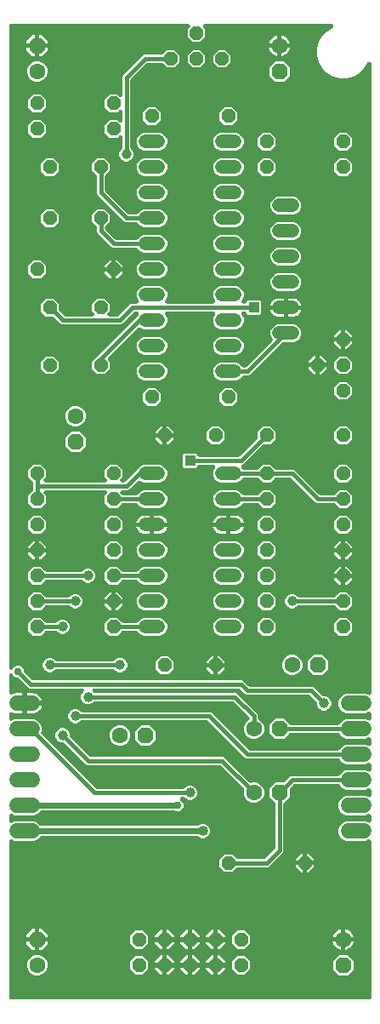
<source format=gbr>
G04 EAGLE Gerber RS-274X export*
G75*
%MOMM*%
%FSLAX34Y34*%
%LPD*%
%INTop Copper*%
%IPPOS*%
%AMOC8*
5,1,8,0,0,1.08239X$1,22.5*%
G01*
%ADD10C,1.320800*%
%ADD11P,1.732040X8X292.500000*%
%ADD12C,1.600200*%
%ADD13P,1.732040X8X112.500000*%
%ADD14P,1.539592X8X22.500000*%
%ADD15P,1.429621X8X202.500000*%
%ADD16P,1.429621X8X22.500000*%
%ADD17P,1.732040X8X22.500000*%
%ADD18P,1.429621X8X292.500000*%
%ADD19C,1.524000*%
%ADD20C,0.609600*%
%ADD21C,1.016000*%
%ADD22C,0.756400*%
%ADD23R,1.006400X1.006400*%
%ADD24C,0.406400*%
%ADD25C,1.006400*%

G36*
X368826Y10163D02*
X368826Y10163D01*
X368844Y10161D01*
X369026Y10182D01*
X369209Y10201D01*
X369226Y10206D01*
X369243Y10208D01*
X369418Y10265D01*
X369594Y10319D01*
X369609Y10327D01*
X369626Y10333D01*
X369786Y10423D01*
X369948Y10511D01*
X369961Y10522D01*
X369977Y10531D01*
X370116Y10651D01*
X370257Y10768D01*
X370268Y10782D01*
X370282Y10794D01*
X370394Y10939D01*
X370509Y11082D01*
X370517Y11098D01*
X370528Y11112D01*
X370610Y11277D01*
X370695Y11439D01*
X370700Y11456D01*
X370708Y11472D01*
X370755Y11651D01*
X370806Y11826D01*
X370808Y11844D01*
X370812Y11861D01*
X370839Y12192D01*
X370839Y167468D01*
X370838Y167481D01*
X370839Y167495D01*
X370818Y167681D01*
X370799Y167869D01*
X370795Y167881D01*
X370794Y167895D01*
X370737Y168073D01*
X370681Y168254D01*
X370675Y168265D01*
X370671Y168278D01*
X370579Y168442D01*
X370489Y168608D01*
X370481Y168618D01*
X370474Y168630D01*
X370351Y168773D01*
X370232Y168917D01*
X370221Y168925D01*
X370213Y168935D01*
X370064Y169052D01*
X369918Y169169D01*
X369906Y169175D01*
X369896Y169184D01*
X369726Y169269D01*
X369561Y169355D01*
X369548Y169358D01*
X369536Y169364D01*
X369354Y169414D01*
X369174Y169466D01*
X369160Y169467D01*
X369147Y169471D01*
X368961Y169484D01*
X368772Y169499D01*
X368759Y169497D01*
X368746Y169498D01*
X368559Y169474D01*
X368373Y169452D01*
X368360Y169448D01*
X368347Y169446D01*
X368031Y169345D01*
X365140Y168147D01*
X346060Y168147D01*
X342512Y169617D01*
X339797Y172332D01*
X338327Y175880D01*
X338327Y179720D01*
X339797Y183268D01*
X342512Y185983D01*
X346060Y187453D01*
X365140Y187453D01*
X368031Y186255D01*
X368044Y186251D01*
X368055Y186245D01*
X368236Y186193D01*
X368416Y186139D01*
X368429Y186138D01*
X368442Y186134D01*
X368631Y186118D01*
X368817Y186101D01*
X368830Y186102D01*
X368844Y186101D01*
X369030Y186123D01*
X369217Y186142D01*
X369230Y186146D01*
X369243Y186148D01*
X369421Y186206D01*
X369602Y186262D01*
X369613Y186269D01*
X369626Y186273D01*
X369790Y186365D01*
X369955Y186455D01*
X369965Y186464D01*
X369977Y186471D01*
X370119Y186593D01*
X370263Y186715D01*
X370271Y186725D01*
X370282Y186734D01*
X370396Y186882D01*
X370514Y187029D01*
X370520Y187041D01*
X370528Y187052D01*
X370612Y187220D01*
X370698Y187388D01*
X370702Y187400D01*
X370708Y187412D01*
X370757Y187595D01*
X370808Y187775D01*
X370809Y187788D01*
X370812Y187801D01*
X370839Y188132D01*
X370839Y192868D01*
X370838Y192881D01*
X370839Y192895D01*
X370818Y193081D01*
X370799Y193269D01*
X370795Y193281D01*
X370794Y193295D01*
X370737Y193473D01*
X370681Y193654D01*
X370675Y193665D01*
X370671Y193678D01*
X370579Y193842D01*
X370489Y194008D01*
X370481Y194018D01*
X370474Y194030D01*
X370351Y194173D01*
X370232Y194317D01*
X370221Y194325D01*
X370213Y194335D01*
X370064Y194452D01*
X369918Y194569D01*
X369906Y194575D01*
X369896Y194584D01*
X369726Y194669D01*
X369561Y194755D01*
X369548Y194758D01*
X369536Y194764D01*
X369354Y194814D01*
X369174Y194866D01*
X369160Y194867D01*
X369147Y194871D01*
X368961Y194884D01*
X368772Y194899D01*
X368759Y194897D01*
X368746Y194898D01*
X368559Y194874D01*
X368373Y194852D01*
X368360Y194848D01*
X368347Y194846D01*
X368031Y194745D01*
X365140Y193547D01*
X346060Y193547D01*
X342512Y195017D01*
X339797Y197732D01*
X338327Y201280D01*
X338327Y205120D01*
X339797Y208668D01*
X342512Y211383D01*
X346060Y212853D01*
X365140Y212853D01*
X368031Y211655D01*
X368044Y211651D01*
X368055Y211645D01*
X368236Y211593D01*
X368416Y211539D01*
X368429Y211538D01*
X368442Y211534D01*
X368631Y211518D01*
X368817Y211501D01*
X368830Y211502D01*
X368844Y211501D01*
X369030Y211523D01*
X369217Y211542D01*
X369230Y211546D01*
X369243Y211548D01*
X369421Y211606D01*
X369602Y211662D01*
X369613Y211669D01*
X369626Y211673D01*
X369790Y211765D01*
X369955Y211855D01*
X369965Y211864D01*
X369977Y211871D01*
X370119Y211994D01*
X370263Y212115D01*
X370271Y212125D01*
X370282Y212134D01*
X370396Y212282D01*
X370514Y212429D01*
X370520Y212441D01*
X370528Y212452D01*
X370612Y212620D01*
X370698Y212788D01*
X370702Y212800D01*
X370708Y212812D01*
X370757Y212995D01*
X370808Y213175D01*
X370809Y213188D01*
X370812Y213201D01*
X370839Y213532D01*
X370839Y218268D01*
X370838Y218281D01*
X370839Y218295D01*
X370818Y218481D01*
X370799Y218669D01*
X370795Y218681D01*
X370794Y218695D01*
X370737Y218873D01*
X370681Y219054D01*
X370675Y219065D01*
X370671Y219078D01*
X370579Y219242D01*
X370489Y219408D01*
X370481Y219418D01*
X370474Y219430D01*
X370351Y219573D01*
X370232Y219717D01*
X370221Y219725D01*
X370213Y219735D01*
X370064Y219852D01*
X369918Y219969D01*
X369906Y219975D01*
X369896Y219984D01*
X369726Y220069D01*
X369561Y220155D01*
X369548Y220158D01*
X369536Y220164D01*
X369354Y220214D01*
X369174Y220266D01*
X369160Y220267D01*
X369147Y220271D01*
X368961Y220284D01*
X368772Y220299D01*
X368759Y220297D01*
X368746Y220298D01*
X368559Y220274D01*
X368373Y220252D01*
X368360Y220248D01*
X368347Y220246D01*
X368031Y220145D01*
X365140Y218947D01*
X346060Y218947D01*
X342512Y220417D01*
X339797Y223132D01*
X339735Y223281D01*
X339725Y223301D01*
X339718Y223322D01*
X339629Y223478D01*
X339545Y223636D01*
X339531Y223653D01*
X339520Y223673D01*
X339403Y223808D01*
X339288Y223947D01*
X339271Y223961D01*
X339257Y223978D01*
X339115Y224087D01*
X338976Y224200D01*
X338956Y224211D01*
X338938Y224224D01*
X338778Y224304D01*
X338619Y224387D01*
X338598Y224394D01*
X338578Y224404D01*
X338405Y224450D01*
X338233Y224500D01*
X338211Y224502D01*
X338189Y224508D01*
X337858Y224535D01*
X294625Y224535D01*
X294598Y224533D01*
X294572Y224535D01*
X294398Y224513D01*
X294224Y224495D01*
X294199Y224488D01*
X294172Y224484D01*
X294007Y224429D01*
X293840Y224377D01*
X293816Y224364D01*
X293791Y224356D01*
X293639Y224269D01*
X293485Y224185D01*
X293465Y224168D01*
X293442Y224155D01*
X293189Y223940D01*
X290029Y220780D01*
X290012Y220760D01*
X289991Y220742D01*
X289884Y220604D01*
X289774Y220469D01*
X289761Y220445D01*
X289745Y220424D01*
X289667Y220267D01*
X289585Y220113D01*
X289577Y220088D01*
X289565Y220063D01*
X289520Y219894D01*
X289470Y219727D01*
X289468Y219701D01*
X289461Y219675D01*
X289434Y219344D01*
X289434Y211744D01*
X284060Y206370D01*
X284043Y206349D01*
X284022Y206332D01*
X283915Y206194D01*
X283805Y206058D01*
X283792Y206035D01*
X283776Y206014D01*
X283698Y205857D01*
X283616Y205703D01*
X283608Y205677D01*
X283596Y205653D01*
X283551Y205484D01*
X283501Y205317D01*
X283499Y205290D01*
X283492Y205264D01*
X283465Y204934D01*
X283465Y157941D01*
X282846Y156448D01*
X269002Y142604D01*
X267509Y141985D01*
X237591Y141985D01*
X237564Y141983D01*
X237538Y141985D01*
X237364Y141963D01*
X237190Y141945D01*
X237165Y141938D01*
X237138Y141934D01*
X236972Y141879D01*
X236805Y141827D01*
X236782Y141814D01*
X236756Y141806D01*
X236605Y141719D01*
X236451Y141635D01*
X236431Y141618D01*
X236408Y141605D01*
X236155Y141390D01*
X232177Y137413D01*
X225023Y137413D01*
X219963Y142473D01*
X219963Y149627D01*
X225023Y154687D01*
X232177Y154687D01*
X236155Y150710D01*
X236175Y150693D01*
X236193Y150672D01*
X236331Y150565D01*
X236466Y150455D01*
X236490Y150442D01*
X236511Y150426D01*
X236668Y150348D01*
X236822Y150266D01*
X236847Y150258D01*
X236871Y150246D01*
X237041Y150201D01*
X237208Y150151D01*
X237234Y150149D01*
X237260Y150142D01*
X237591Y150115D01*
X264175Y150115D01*
X264202Y150117D01*
X264228Y150115D01*
X264402Y150137D01*
X264576Y150155D01*
X264601Y150162D01*
X264628Y150166D01*
X264793Y150221D01*
X264960Y150273D01*
X264984Y150286D01*
X265009Y150294D01*
X265161Y150381D01*
X265315Y150465D01*
X265335Y150482D01*
X265358Y150495D01*
X265611Y150710D01*
X274740Y159839D01*
X274757Y159859D01*
X274778Y159877D01*
X274885Y160015D01*
X274995Y160150D01*
X275008Y160174D01*
X275024Y160195D01*
X275102Y160352D01*
X275184Y160506D01*
X275192Y160531D01*
X275204Y160556D01*
X275249Y160725D01*
X275299Y160892D01*
X275301Y160918D01*
X275308Y160944D01*
X275335Y161275D01*
X275335Y204934D01*
X275333Y204960D01*
X275335Y204987D01*
X275313Y205161D01*
X275295Y205334D01*
X275288Y205360D01*
X275284Y205386D01*
X275229Y205552D01*
X275177Y205719D01*
X275164Y205743D01*
X275156Y205768D01*
X275069Y205920D01*
X274985Y206073D01*
X274968Y206094D01*
X274955Y206117D01*
X274740Y206370D01*
X269366Y211744D01*
X269366Y220056D01*
X275244Y225934D01*
X282844Y225934D01*
X282871Y225936D01*
X282897Y225934D01*
X283071Y225956D01*
X283245Y225974D01*
X283270Y225981D01*
X283297Y225985D01*
X283463Y226041D01*
X283630Y226092D01*
X283653Y226105D01*
X283678Y226113D01*
X283830Y226200D01*
X283984Y226284D01*
X284004Y226301D01*
X284027Y226314D01*
X284280Y226529D01*
X289798Y232046D01*
X291291Y232665D01*
X337858Y232665D01*
X337881Y232667D01*
X337903Y232665D01*
X338080Y232687D01*
X338259Y232705D01*
X338280Y232711D01*
X338303Y232714D01*
X338472Y232770D01*
X338644Y232823D01*
X338664Y232833D01*
X338685Y232840D01*
X338840Y232929D01*
X338998Y233015D01*
X339015Y233029D01*
X339034Y233040D01*
X339169Y233157D01*
X339307Y233272D01*
X339321Y233290D01*
X339338Y233304D01*
X339447Y233446D01*
X339560Y233586D01*
X339570Y233606D01*
X339583Y233624D01*
X339735Y233919D01*
X339797Y234068D01*
X342512Y236783D01*
X345012Y237819D01*
X346060Y238253D01*
X365140Y238253D01*
X368031Y237055D01*
X368044Y237051D01*
X368055Y237045D01*
X368236Y236993D01*
X368416Y236939D01*
X368429Y236938D01*
X368442Y236934D01*
X368631Y236918D01*
X368817Y236901D01*
X368830Y236902D01*
X368844Y236901D01*
X369030Y236923D01*
X369217Y236942D01*
X369230Y236946D01*
X369243Y236948D01*
X369421Y237006D01*
X369602Y237062D01*
X369613Y237069D01*
X369626Y237073D01*
X369790Y237165D01*
X369955Y237255D01*
X369965Y237264D01*
X369977Y237271D01*
X370119Y237394D01*
X370263Y237515D01*
X370271Y237525D01*
X370282Y237534D01*
X370396Y237682D01*
X370514Y237829D01*
X370520Y237841D01*
X370528Y237852D01*
X370612Y238020D01*
X370698Y238188D01*
X370702Y238200D01*
X370708Y238212D01*
X370757Y238395D01*
X370808Y238575D01*
X370809Y238588D01*
X370812Y238601D01*
X370839Y238932D01*
X370839Y243668D01*
X370838Y243681D01*
X370839Y243695D01*
X370818Y243881D01*
X370799Y244069D01*
X370795Y244081D01*
X370794Y244095D01*
X370737Y244273D01*
X370681Y244454D01*
X370675Y244465D01*
X370671Y244478D01*
X370579Y244642D01*
X370489Y244808D01*
X370481Y244818D01*
X370474Y244830D01*
X370351Y244973D01*
X370232Y245117D01*
X370221Y245125D01*
X370213Y245135D01*
X370064Y245252D01*
X369918Y245369D01*
X369906Y245375D01*
X369896Y245384D01*
X369726Y245469D01*
X369561Y245555D01*
X369548Y245558D01*
X369536Y245564D01*
X369354Y245614D01*
X369174Y245666D01*
X369160Y245667D01*
X369147Y245671D01*
X368961Y245684D01*
X368772Y245699D01*
X368759Y245697D01*
X368746Y245698D01*
X368559Y245674D01*
X368373Y245652D01*
X368360Y245648D01*
X368347Y245646D01*
X368031Y245545D01*
X365140Y244347D01*
X346060Y244347D01*
X342512Y245817D01*
X339797Y248532D01*
X339735Y248681D01*
X339725Y248701D01*
X339718Y248722D01*
X339629Y248878D01*
X339545Y249036D01*
X339531Y249053D01*
X339520Y249073D01*
X339403Y249208D01*
X339288Y249347D01*
X339271Y249361D01*
X339257Y249378D01*
X339115Y249487D01*
X338976Y249600D01*
X338956Y249611D01*
X338938Y249624D01*
X338778Y249704D01*
X338619Y249787D01*
X338598Y249794D01*
X338578Y249804D01*
X338405Y249850D01*
X338233Y249900D01*
X338211Y249902D01*
X338189Y249908D01*
X337858Y249935D01*
X246841Y249935D01*
X245348Y250554D01*
X208461Y287440D01*
X208441Y287457D01*
X208423Y287478D01*
X208285Y287585D01*
X208150Y287695D01*
X208126Y287708D01*
X208105Y287724D01*
X207948Y287802D01*
X207794Y287884D01*
X207769Y287892D01*
X207744Y287904D01*
X207575Y287949D01*
X207408Y287999D01*
X207382Y288001D01*
X207356Y288008D01*
X207025Y288035D01*
X82968Y288035D01*
X82941Y288033D01*
X82914Y288035D01*
X82740Y288013D01*
X82567Y287995D01*
X82542Y287988D01*
X82515Y287984D01*
X82349Y287929D01*
X82182Y287877D01*
X82159Y287864D01*
X82133Y287856D01*
X81982Y287769D01*
X81828Y287685D01*
X81808Y287668D01*
X81784Y287655D01*
X81531Y287440D01*
X80202Y286111D01*
X77605Y285035D01*
X74795Y285035D01*
X72198Y286111D01*
X70211Y288098D01*
X69135Y290695D01*
X69135Y293505D01*
X70211Y296102D01*
X72198Y298089D01*
X74795Y299165D01*
X77605Y299165D01*
X80202Y298089D01*
X81531Y296760D01*
X81552Y296743D01*
X81570Y296722D01*
X81707Y296615D01*
X81843Y296505D01*
X81867Y296492D01*
X81888Y296476D01*
X82045Y296398D01*
X82199Y296316D01*
X82224Y296308D01*
X82248Y296296D01*
X82418Y296251D01*
X82584Y296201D01*
X82611Y296199D01*
X82637Y296192D01*
X82968Y296165D01*
X210359Y296165D01*
X211852Y295546D01*
X248739Y258660D01*
X248759Y258643D01*
X248777Y258622D01*
X248915Y258515D01*
X249050Y258405D01*
X249074Y258392D01*
X249095Y258376D01*
X249252Y258298D01*
X249406Y258216D01*
X249431Y258208D01*
X249456Y258196D01*
X249625Y258151D01*
X249792Y258101D01*
X249818Y258099D01*
X249844Y258092D01*
X250175Y258065D01*
X337858Y258065D01*
X337881Y258067D01*
X337903Y258065D01*
X338080Y258087D01*
X338259Y258105D01*
X338280Y258111D01*
X338303Y258114D01*
X338472Y258170D01*
X338644Y258223D01*
X338664Y258233D01*
X338685Y258240D01*
X338840Y258329D01*
X338998Y258415D01*
X339015Y258429D01*
X339034Y258440D01*
X339169Y258557D01*
X339307Y258672D01*
X339321Y258690D01*
X339338Y258704D01*
X339447Y258846D01*
X339560Y258986D01*
X339570Y259006D01*
X339583Y259024D01*
X339735Y259319D01*
X339797Y259468D01*
X342512Y262183D01*
X342538Y262194D01*
X346060Y263653D01*
X365140Y263653D01*
X368031Y262455D01*
X368044Y262451D01*
X368055Y262445D01*
X368236Y262393D01*
X368416Y262339D01*
X368429Y262338D01*
X368442Y262334D01*
X368631Y262318D01*
X368817Y262301D01*
X368830Y262302D01*
X368844Y262301D01*
X369030Y262323D01*
X369217Y262342D01*
X369230Y262346D01*
X369243Y262348D01*
X369421Y262406D01*
X369602Y262462D01*
X369613Y262469D01*
X369626Y262473D01*
X369790Y262565D01*
X369955Y262655D01*
X369965Y262664D01*
X369977Y262671D01*
X370119Y262794D01*
X370263Y262915D01*
X370271Y262925D01*
X370282Y262934D01*
X370396Y263082D01*
X370514Y263229D01*
X370520Y263241D01*
X370528Y263252D01*
X370612Y263420D01*
X370698Y263588D01*
X370702Y263600D01*
X370708Y263612D01*
X370757Y263795D01*
X370808Y263975D01*
X370809Y263988D01*
X370812Y264001D01*
X370839Y264332D01*
X370839Y269068D01*
X370838Y269081D01*
X370839Y269095D01*
X370818Y269281D01*
X370799Y269469D01*
X370795Y269481D01*
X370794Y269495D01*
X370736Y269674D01*
X370681Y269854D01*
X370675Y269865D01*
X370671Y269878D01*
X370579Y270043D01*
X370489Y270208D01*
X370481Y270218D01*
X370474Y270230D01*
X370352Y270372D01*
X370232Y270517D01*
X370221Y270525D01*
X370213Y270535D01*
X370065Y270651D01*
X369918Y270769D01*
X369906Y270775D01*
X369896Y270784D01*
X369727Y270868D01*
X369561Y270955D01*
X369548Y270958D01*
X369536Y270964D01*
X369355Y271014D01*
X369174Y271066D01*
X369160Y271067D01*
X369147Y271071D01*
X368959Y271084D01*
X368772Y271099D01*
X368759Y271097D01*
X368746Y271098D01*
X368558Y271074D01*
X368373Y271052D01*
X368360Y271048D01*
X368347Y271046D01*
X368031Y270945D01*
X365140Y269747D01*
X346060Y269747D01*
X342512Y271217D01*
X339797Y273932D01*
X339735Y274081D01*
X339725Y274101D01*
X339718Y274122D01*
X339629Y274278D01*
X339545Y274436D01*
X339531Y274453D01*
X339520Y274473D01*
X339403Y274608D01*
X339288Y274747D01*
X339271Y274761D01*
X339257Y274778D01*
X339115Y274887D01*
X338976Y275000D01*
X338956Y275011D01*
X338938Y275024D01*
X338778Y275104D01*
X338619Y275187D01*
X338598Y275194D01*
X338578Y275204D01*
X338405Y275250D01*
X338233Y275300D01*
X338211Y275302D01*
X338189Y275308D01*
X337858Y275335D01*
X290366Y275335D01*
X290340Y275333D01*
X290313Y275335D01*
X290139Y275313D01*
X289966Y275295D01*
X289940Y275288D01*
X289914Y275284D01*
X289748Y275229D01*
X289581Y275177D01*
X289557Y275164D01*
X289532Y275156D01*
X289380Y275069D01*
X289227Y274985D01*
X289206Y274968D01*
X289183Y274955D01*
X288930Y274740D01*
X283556Y269366D01*
X275244Y269366D01*
X269366Y275244D01*
X269366Y283556D01*
X275244Y289434D01*
X283556Y289434D01*
X288930Y284060D01*
X288951Y284043D01*
X288968Y284022D01*
X289106Y283915D01*
X289242Y283805D01*
X289265Y283792D01*
X289286Y283776D01*
X289443Y283698D01*
X289597Y283616D01*
X289623Y283608D01*
X289647Y283596D01*
X289816Y283551D01*
X289983Y283501D01*
X290010Y283499D01*
X290036Y283492D01*
X290366Y283465D01*
X337858Y283465D01*
X337881Y283467D01*
X337903Y283465D01*
X338080Y283487D01*
X338259Y283505D01*
X338280Y283511D01*
X338303Y283514D01*
X338472Y283570D01*
X338644Y283623D01*
X338664Y283633D01*
X338685Y283640D01*
X338840Y283729D01*
X338998Y283815D01*
X339015Y283829D01*
X339034Y283840D01*
X339169Y283957D01*
X339307Y284072D01*
X339321Y284090D01*
X339338Y284104D01*
X339447Y284246D01*
X339560Y284386D01*
X339570Y284406D01*
X339583Y284424D01*
X339735Y284719D01*
X339797Y284868D01*
X342512Y287583D01*
X346060Y289053D01*
X365140Y289053D01*
X368031Y287855D01*
X368044Y287851D01*
X368055Y287845D01*
X368235Y287794D01*
X368416Y287739D01*
X368429Y287738D01*
X368442Y287734D01*
X368630Y287719D01*
X368817Y287701D01*
X368830Y287702D01*
X368844Y287701D01*
X369030Y287723D01*
X369217Y287742D01*
X369230Y287746D01*
X369243Y287748D01*
X369422Y287806D01*
X369602Y287862D01*
X369613Y287869D01*
X369626Y287873D01*
X369791Y287966D01*
X369955Y288056D01*
X369965Y288064D01*
X369977Y288071D01*
X370119Y288194D01*
X370263Y288315D01*
X370271Y288325D01*
X370282Y288334D01*
X370397Y288482D01*
X370514Y288630D01*
X370520Y288641D01*
X370528Y288652D01*
X370612Y288821D01*
X370698Y288988D01*
X370702Y289000D01*
X370708Y289013D01*
X370757Y289195D01*
X370808Y289375D01*
X370809Y289388D01*
X370812Y289401D01*
X370839Y289732D01*
X370839Y294468D01*
X370838Y294481D01*
X370839Y294495D01*
X370818Y294681D01*
X370799Y294869D01*
X370795Y294881D01*
X370794Y294895D01*
X370736Y295074D01*
X370681Y295254D01*
X370675Y295265D01*
X370671Y295278D01*
X370579Y295443D01*
X370489Y295608D01*
X370481Y295618D01*
X370474Y295630D01*
X370352Y295772D01*
X370232Y295917D01*
X370221Y295925D01*
X370213Y295935D01*
X370065Y296051D01*
X369918Y296169D01*
X369906Y296175D01*
X369896Y296184D01*
X369727Y296268D01*
X369561Y296355D01*
X369548Y296358D01*
X369536Y296364D01*
X369355Y296414D01*
X369174Y296466D01*
X369160Y296467D01*
X369147Y296471D01*
X368959Y296484D01*
X368772Y296499D01*
X368759Y296497D01*
X368746Y296498D01*
X368558Y296474D01*
X368373Y296452D01*
X368360Y296448D01*
X368347Y296446D01*
X368031Y296345D01*
X365140Y295147D01*
X346060Y295147D01*
X342512Y296617D01*
X339797Y299332D01*
X338327Y302880D01*
X338327Y306720D01*
X339797Y310268D01*
X342512Y312983D01*
X346060Y314453D01*
X365140Y314453D01*
X368031Y313255D01*
X368044Y313251D01*
X368055Y313245D01*
X368235Y313194D01*
X368416Y313139D01*
X368429Y313138D01*
X368442Y313134D01*
X368630Y313119D01*
X368817Y313101D01*
X368830Y313102D01*
X368844Y313101D01*
X369030Y313123D01*
X369217Y313142D01*
X369230Y313146D01*
X369243Y313148D01*
X369422Y313206D01*
X369602Y313262D01*
X369613Y313269D01*
X369626Y313273D01*
X369791Y313366D01*
X369955Y313456D01*
X369965Y313464D01*
X369977Y313471D01*
X370119Y313594D01*
X370263Y313715D01*
X370271Y313725D01*
X370282Y313734D01*
X370397Y313882D01*
X370514Y314030D01*
X370520Y314041D01*
X370528Y314052D01*
X370612Y314221D01*
X370698Y314388D01*
X370702Y314400D01*
X370708Y314413D01*
X370757Y314595D01*
X370808Y314775D01*
X370809Y314788D01*
X370812Y314801D01*
X370839Y315132D01*
X370839Y940990D01*
X370832Y941063D01*
X370834Y941136D01*
X370812Y941263D01*
X370799Y941391D01*
X370778Y941461D01*
X370765Y941533D01*
X370719Y941653D01*
X370681Y941776D01*
X370646Y941840D01*
X370620Y941908D01*
X370551Y942017D01*
X370489Y942130D01*
X370443Y942186D01*
X370403Y942248D01*
X370314Y942340D01*
X370232Y942439D01*
X370175Y942485D01*
X370124Y942538D01*
X370018Y942611D01*
X369918Y942691D01*
X369853Y942725D01*
X369793Y942767D01*
X369675Y942818D01*
X369561Y942877D01*
X369490Y942897D01*
X369423Y942926D01*
X369297Y942953D01*
X369174Y942988D01*
X369101Y942994D01*
X369029Y943009D01*
X368901Y943011D01*
X368772Y943021D01*
X368700Y943013D01*
X368626Y943013D01*
X368500Y942989D01*
X368373Y942974D01*
X368303Y942951D01*
X368231Y942938D01*
X368112Y942889D01*
X367990Y942849D01*
X367926Y942813D01*
X367858Y942786D01*
X367751Y942715D01*
X367639Y942651D01*
X367584Y942603D01*
X367523Y942563D01*
X367432Y942472D01*
X367335Y942388D01*
X367290Y942330D01*
X367238Y942279D01*
X367141Y942139D01*
X367088Y942070D01*
X367073Y942041D01*
X367049Y942006D01*
X363834Y936437D01*
X358963Y931566D01*
X352998Y928122D01*
X346344Y926339D01*
X339456Y926339D01*
X332802Y928122D01*
X326837Y931566D01*
X321966Y936437D01*
X318522Y942402D01*
X316739Y949056D01*
X316739Y955944D01*
X318522Y962598D01*
X321966Y968563D01*
X326837Y973434D01*
X332406Y976649D01*
X332465Y976692D01*
X332530Y976727D01*
X332628Y976809D01*
X332733Y976884D01*
X332783Y976937D01*
X332839Y976984D01*
X332919Y977084D01*
X333007Y977179D01*
X333045Y977241D01*
X333091Y977298D01*
X333150Y977412D01*
X333218Y977522D01*
X333243Y977590D01*
X333277Y977655D01*
X333312Y977779D01*
X333357Y977899D01*
X333368Y977972D01*
X333388Y978042D01*
X333399Y978171D01*
X333418Y978297D01*
X333415Y978370D01*
X333421Y978444D01*
X333406Y978571D01*
X333400Y978700D01*
X333383Y978771D01*
X333374Y978843D01*
X333334Y978966D01*
X333303Y979090D01*
X333272Y979156D01*
X333249Y979226D01*
X333186Y979338D01*
X333131Y979454D01*
X333087Y979513D01*
X333051Y979577D01*
X332968Y979674D01*
X332891Y979777D01*
X332836Y979826D01*
X332788Y979882D01*
X332687Y979960D01*
X332591Y980046D01*
X332528Y980083D01*
X332470Y980128D01*
X332355Y980186D01*
X332244Y980251D01*
X332175Y980275D01*
X332110Y980308D01*
X331985Y980341D01*
X331864Y980383D01*
X331792Y980393D01*
X331721Y980412D01*
X331551Y980426D01*
X331465Y980438D01*
X331432Y980436D01*
X331390Y980439D01*
X205079Y980439D01*
X205070Y980438D01*
X205061Y980439D01*
X204869Y980418D01*
X204678Y980399D01*
X204670Y980397D01*
X204661Y980396D01*
X204478Y980338D01*
X204293Y980281D01*
X204285Y980277D01*
X204277Y980274D01*
X204108Y980181D01*
X203939Y980089D01*
X203932Y980084D01*
X203925Y980079D01*
X203777Y979954D01*
X203630Y979832D01*
X203624Y979825D01*
X203618Y979819D01*
X203498Y979667D01*
X203378Y979518D01*
X203374Y979510D01*
X203368Y979503D01*
X203280Y979330D01*
X203192Y979161D01*
X203190Y979152D01*
X203186Y979144D01*
X203134Y978958D01*
X203081Y978774D01*
X203080Y978765D01*
X203078Y978756D01*
X203063Y978564D01*
X203048Y978372D01*
X203049Y978364D01*
X203048Y978355D01*
X203073Y978162D01*
X203095Y977973D01*
X203097Y977964D01*
X203099Y977955D01*
X203160Y977772D01*
X203220Y977590D01*
X203224Y977582D01*
X203227Y977574D01*
X203322Y977408D01*
X203417Y977239D01*
X203423Y977232D01*
X203428Y977225D01*
X203642Y976972D01*
X205487Y975127D01*
X205487Y967973D01*
X200427Y962913D01*
X193273Y962913D01*
X188213Y967973D01*
X188213Y975127D01*
X190058Y976972D01*
X190063Y976979D01*
X190070Y976984D01*
X190190Y977134D01*
X190313Y977283D01*
X190317Y977291D01*
X190322Y977298D01*
X190411Y977468D01*
X190501Y977639D01*
X190504Y977648D01*
X190508Y977655D01*
X190561Y977840D01*
X190616Y978025D01*
X190617Y978034D01*
X190619Y978042D01*
X190635Y978233D01*
X190652Y978426D01*
X190651Y978435D01*
X190652Y978444D01*
X190630Y978633D01*
X190609Y978826D01*
X190606Y978835D01*
X190605Y978843D01*
X190546Y979025D01*
X190488Y979210D01*
X190483Y979218D01*
X190480Y979226D01*
X190385Y979395D01*
X190293Y979562D01*
X190287Y979569D01*
X190283Y979577D01*
X190157Y979723D01*
X190032Y979869D01*
X190025Y979875D01*
X190019Y979882D01*
X189868Y979999D01*
X189716Y980119D01*
X189708Y980123D01*
X189701Y980128D01*
X189529Y980214D01*
X189357Y980301D01*
X189349Y980304D01*
X189341Y980308D01*
X189155Y980358D01*
X188969Y980409D01*
X188961Y980410D01*
X188952Y980412D01*
X188621Y980439D01*
X12192Y980439D01*
X12174Y980437D01*
X12156Y980439D01*
X11974Y980418D01*
X11791Y980399D01*
X11774Y980394D01*
X11757Y980392D01*
X11582Y980335D01*
X11406Y980281D01*
X11391Y980273D01*
X11374Y980267D01*
X11214Y980177D01*
X11052Y980089D01*
X11039Y980078D01*
X11023Y980069D01*
X10884Y979949D01*
X10743Y979832D01*
X10732Y979818D01*
X10718Y979806D01*
X10606Y979661D01*
X10491Y979518D01*
X10483Y979502D01*
X10472Y979488D01*
X10390Y979323D01*
X10305Y979161D01*
X10300Y979144D01*
X10292Y979128D01*
X10245Y978949D01*
X10194Y978774D01*
X10192Y978756D01*
X10188Y978739D01*
X10161Y978408D01*
X10161Y340496D01*
X10161Y340491D01*
X10161Y340487D01*
X10181Y340290D01*
X10201Y340095D01*
X10202Y340091D01*
X10202Y340086D01*
X10263Y339892D01*
X10319Y339710D01*
X10321Y339706D01*
X10322Y339702D01*
X10417Y339528D01*
X10511Y339356D01*
X10513Y339353D01*
X10516Y339349D01*
X10644Y339196D01*
X10768Y339047D01*
X10772Y339044D01*
X10775Y339041D01*
X10929Y338917D01*
X11082Y338795D01*
X11086Y338793D01*
X11090Y338790D01*
X11267Y338699D01*
X11439Y338609D01*
X11444Y338608D01*
X11448Y338606D01*
X11638Y338552D01*
X11826Y338498D01*
X11831Y338497D01*
X11835Y338496D01*
X12029Y338481D01*
X12228Y338465D01*
X12232Y338465D01*
X12237Y338465D01*
X12433Y338489D01*
X12627Y338512D01*
X12632Y338513D01*
X12636Y338514D01*
X12824Y338576D01*
X13010Y338637D01*
X13014Y338639D01*
X13018Y338640D01*
X13189Y338737D01*
X13361Y338834D01*
X13364Y338837D01*
X13368Y338840D01*
X13517Y338970D01*
X13665Y339098D01*
X13668Y339101D01*
X13672Y339104D01*
X13791Y339259D01*
X13912Y339416D01*
X13914Y339420D01*
X13917Y339423D01*
X14069Y339719D01*
X14121Y339844D01*
X15756Y341480D01*
X17893Y342365D01*
X20207Y342365D01*
X22344Y341480D01*
X23980Y339844D01*
X24865Y337707D01*
X24865Y337325D01*
X24867Y337298D01*
X24865Y337272D01*
X24887Y337098D01*
X24905Y336924D01*
X24912Y336899D01*
X24916Y336872D01*
X24972Y336706D01*
X25023Y336540D01*
X25036Y336516D01*
X25044Y336491D01*
X25131Y336339D01*
X25215Y336185D01*
X25232Y336165D01*
X25245Y336142D01*
X25460Y335889D01*
X32839Y328510D01*
X32859Y328493D01*
X32877Y328472D01*
X33015Y328365D01*
X33150Y328255D01*
X33174Y328242D01*
X33195Y328226D01*
X33352Y328148D01*
X33506Y328066D01*
X33531Y328058D01*
X33556Y328046D01*
X33725Y328001D01*
X33892Y327951D01*
X33918Y327949D01*
X33944Y327942D01*
X34275Y327915D01*
X242109Y327915D01*
X243602Y327296D01*
X248739Y322160D01*
X248759Y322143D01*
X248777Y322122D01*
X248915Y322015D01*
X249050Y321905D01*
X249074Y321892D01*
X249095Y321876D01*
X249252Y321798D01*
X249406Y321716D01*
X249431Y321708D01*
X249456Y321696D01*
X249625Y321651D01*
X249792Y321601D01*
X249818Y321599D01*
X249844Y321592D01*
X250175Y321565D01*
X311959Y321565D01*
X313452Y320946D01*
X321939Y312460D01*
X321959Y312443D01*
X321977Y312422D01*
X322115Y312315D01*
X322250Y312205D01*
X322274Y312192D01*
X322295Y312176D01*
X322452Y312098D01*
X322606Y312016D01*
X322631Y312008D01*
X322656Y311996D01*
X322825Y311951D01*
X322992Y311901D01*
X323018Y311899D01*
X323044Y311892D01*
X323375Y311865D01*
X325255Y311865D01*
X327852Y310789D01*
X329839Y308802D01*
X330915Y306205D01*
X330915Y303395D01*
X329839Y300798D01*
X327852Y298811D01*
X325255Y297735D01*
X322445Y297735D01*
X319848Y298811D01*
X317861Y300798D01*
X316785Y303395D01*
X316785Y305275D01*
X316783Y305302D01*
X316785Y305328D01*
X316763Y305502D01*
X316745Y305676D01*
X316738Y305701D01*
X316734Y305728D01*
X316679Y305893D01*
X316627Y306060D01*
X316614Y306084D01*
X316606Y306109D01*
X316519Y306261D01*
X316435Y306415D01*
X316418Y306435D01*
X316405Y306458D01*
X316190Y306711D01*
X310061Y312840D01*
X310041Y312857D01*
X310023Y312878D01*
X309885Y312985D01*
X309750Y313095D01*
X309726Y313108D01*
X309705Y313124D01*
X309548Y313202D01*
X309394Y313284D01*
X309369Y313292D01*
X309344Y313304D01*
X309175Y313349D01*
X309008Y313399D01*
X308982Y313401D01*
X308956Y313408D01*
X308625Y313435D01*
X246841Y313435D01*
X245348Y314054D01*
X240211Y319190D01*
X240191Y319207D01*
X240173Y319228D01*
X240035Y319335D01*
X239900Y319445D01*
X239876Y319458D01*
X239855Y319474D01*
X239698Y319552D01*
X239544Y319634D01*
X239519Y319642D01*
X239494Y319654D01*
X239325Y319699D01*
X239158Y319749D01*
X239132Y319751D01*
X239106Y319758D01*
X238775Y319785D01*
X95160Y319785D01*
X95151Y319784D01*
X95142Y319785D01*
X94951Y319765D01*
X94759Y319745D01*
X94750Y319743D01*
X94742Y319742D01*
X94558Y319684D01*
X94374Y319627D01*
X94366Y319623D01*
X94358Y319620D01*
X94189Y319527D01*
X94020Y319435D01*
X94013Y319430D01*
X94005Y319425D01*
X93858Y319300D01*
X93711Y319178D01*
X93705Y319171D01*
X93698Y319165D01*
X93579Y319014D01*
X93458Y318864D01*
X93454Y318856D01*
X93449Y318849D01*
X93361Y318676D01*
X93273Y318507D01*
X93271Y318498D01*
X93266Y318490D01*
X93214Y318303D01*
X93162Y318120D01*
X93161Y318111D01*
X93158Y318102D01*
X93144Y317910D01*
X93129Y317718D01*
X93130Y317710D01*
X93129Y317701D01*
X93154Y317506D01*
X93176Y317319D01*
X93178Y317310D01*
X93179Y317301D01*
X93241Y317119D01*
X93300Y316936D01*
X93305Y316928D01*
X93308Y316920D01*
X93404Y316752D01*
X93498Y316585D01*
X93504Y316578D01*
X93509Y316571D01*
X93723Y316318D01*
X94231Y315810D01*
X94252Y315793D01*
X94270Y315772D01*
X94408Y315665D01*
X94543Y315555D01*
X94567Y315542D01*
X94588Y315526D01*
X94744Y315448D01*
X94899Y315366D01*
X94924Y315358D01*
X94948Y315346D01*
X95118Y315301D01*
X95285Y315251D01*
X95311Y315249D01*
X95337Y315242D01*
X95668Y315215D01*
X235759Y315215D01*
X237252Y314596D01*
X257446Y294402D01*
X258065Y292909D01*
X258065Y289934D01*
X258067Y289912D01*
X258065Y289890D01*
X258087Y289712D01*
X258105Y289533D01*
X258111Y289512D01*
X258114Y289490D01*
X258170Y289319D01*
X258223Y289148D01*
X258233Y289129D01*
X258240Y289108D01*
X258329Y288952D01*
X258415Y288794D01*
X258429Y288777D01*
X258440Y288758D01*
X258558Y288623D01*
X258672Y288485D01*
X258690Y288471D01*
X258704Y288454D01*
X258846Y288345D01*
X258986Y288233D01*
X259006Y288223D01*
X259023Y288209D01*
X259319Y288057D01*
X259684Y287906D01*
X262506Y285084D01*
X264034Y281396D01*
X264034Y277404D01*
X262506Y273716D01*
X259684Y270894D01*
X255996Y269366D01*
X252004Y269366D01*
X248316Y270894D01*
X245494Y273716D01*
X243966Y277404D01*
X243966Y281396D01*
X245494Y285084D01*
X248316Y287906D01*
X248427Y287952D01*
X248439Y287958D01*
X248452Y287963D01*
X248616Y288053D01*
X248782Y288142D01*
X248793Y288151D01*
X248804Y288157D01*
X248947Y288279D01*
X249093Y288399D01*
X249101Y288409D01*
X249111Y288418D01*
X249228Y288565D01*
X249346Y288711D01*
X249353Y288723D01*
X249361Y288734D01*
X249446Y288901D01*
X249533Y289068D01*
X249537Y289081D01*
X249543Y289093D01*
X249594Y289275D01*
X249647Y289454D01*
X249648Y289468D01*
X249651Y289481D01*
X249665Y289670D01*
X249681Y289855D01*
X249680Y289869D01*
X249681Y289882D01*
X249657Y290070D01*
X249636Y290255D01*
X249632Y290268D01*
X249630Y290282D01*
X249571Y290459D01*
X249513Y290639D01*
X249506Y290651D01*
X249502Y290663D01*
X249408Y290826D01*
X249317Y290990D01*
X249308Y291000D01*
X249301Y291012D01*
X249086Y291265D01*
X233861Y306490D01*
X233841Y306507D01*
X233823Y306528D01*
X233685Y306635D01*
X233550Y306745D01*
X233526Y306758D01*
X233505Y306774D01*
X233348Y306852D01*
X233194Y306934D01*
X233169Y306942D01*
X233144Y306954D01*
X232975Y306999D01*
X232808Y307049D01*
X232782Y307051D01*
X232756Y307058D01*
X232425Y307085D01*
X95668Y307085D01*
X95641Y307083D01*
X95614Y307085D01*
X95440Y307063D01*
X95267Y307045D01*
X95242Y307038D01*
X95215Y307034D01*
X95049Y306979D01*
X94882Y306927D01*
X94859Y306914D01*
X94833Y306906D01*
X94682Y306819D01*
X94528Y306735D01*
X94508Y306718D01*
X94484Y306705D01*
X94231Y306490D01*
X92902Y305161D01*
X90305Y304085D01*
X87495Y304085D01*
X84898Y305161D01*
X82911Y307148D01*
X81835Y309745D01*
X81835Y312555D01*
X82911Y315152D01*
X84077Y316318D01*
X84082Y316325D01*
X84089Y316330D01*
X84210Y316481D01*
X84332Y316629D01*
X84336Y316637D01*
X84342Y316644D01*
X84430Y316814D01*
X84520Y316985D01*
X84523Y316994D01*
X84527Y317001D01*
X84580Y317186D01*
X84635Y317371D01*
X84636Y317380D01*
X84638Y317388D01*
X84654Y317579D01*
X84672Y317772D01*
X84671Y317781D01*
X84671Y317790D01*
X84649Y317979D01*
X84628Y318172D01*
X84625Y318181D01*
X84624Y318189D01*
X84565Y318371D01*
X84507Y318556D01*
X84502Y318564D01*
X84500Y318572D01*
X84405Y318739D01*
X84312Y318908D01*
X84306Y318915D01*
X84302Y318923D01*
X84177Y319068D01*
X84051Y319215D01*
X84044Y319221D01*
X84039Y319228D01*
X83888Y319344D01*
X83735Y319465D01*
X83727Y319469D01*
X83720Y319474D01*
X83550Y319559D01*
X83377Y319647D01*
X83368Y319650D01*
X83360Y319654D01*
X83174Y319703D01*
X82989Y319755D01*
X82980Y319756D01*
X82971Y319758D01*
X82640Y319785D01*
X30941Y319785D01*
X29448Y320404D01*
X19711Y330140D01*
X19691Y330157D01*
X19673Y330178D01*
X19535Y330285D01*
X19400Y330395D01*
X19376Y330408D01*
X19355Y330424D01*
X19198Y330502D01*
X19044Y330584D01*
X19019Y330592D01*
X18994Y330604D01*
X18825Y330649D01*
X18658Y330699D01*
X18632Y330701D01*
X18606Y330708D01*
X18275Y330735D01*
X17893Y330735D01*
X15756Y331620D01*
X14121Y333256D01*
X14069Y333381D01*
X14067Y333385D01*
X14065Y333390D01*
X13973Y333560D01*
X13879Y333736D01*
X13876Y333740D01*
X13873Y333744D01*
X13749Y333893D01*
X13622Y334047D01*
X13619Y334050D01*
X13616Y334053D01*
X13463Y334176D01*
X13309Y334300D01*
X13305Y334303D01*
X13302Y334305D01*
X13129Y334395D01*
X12953Y334488D01*
X12949Y334489D01*
X12945Y334491D01*
X12756Y334545D01*
X12567Y334601D01*
X12562Y334601D01*
X12558Y334602D01*
X12359Y334619D01*
X12165Y334635D01*
X12161Y334635D01*
X12156Y334635D01*
X11959Y334612D01*
X11765Y334590D01*
X11761Y334589D01*
X11757Y334588D01*
X11568Y334527D01*
X11382Y334467D01*
X11378Y334465D01*
X11374Y334463D01*
X11200Y334366D01*
X11031Y334271D01*
X11027Y334268D01*
X11023Y334266D01*
X10874Y334137D01*
X10725Y334009D01*
X10722Y334005D01*
X10718Y334002D01*
X10600Y333849D01*
X10476Y333692D01*
X10474Y333688D01*
X10472Y333684D01*
X10385Y333511D01*
X10296Y333332D01*
X10294Y333328D01*
X10292Y333324D01*
X10241Y333132D01*
X10189Y332944D01*
X10189Y332939D01*
X10188Y332935D01*
X10161Y332604D01*
X10161Y315636D01*
X10170Y315543D01*
X10169Y315450D01*
X10190Y315343D01*
X10201Y315236D01*
X10228Y315146D01*
X10246Y315055D01*
X10287Y314954D01*
X10319Y314851D01*
X10363Y314769D01*
X10399Y314682D01*
X10459Y314592D01*
X10511Y314497D01*
X10570Y314425D01*
X10622Y314347D01*
X10699Y314271D01*
X10768Y314187D01*
X10841Y314129D01*
X10907Y314063D01*
X10998Y314003D01*
X11082Y313935D01*
X11165Y313892D01*
X11242Y313840D01*
X11343Y313799D01*
X11439Y313749D01*
X11529Y313724D01*
X11615Y313688D01*
X11722Y313668D01*
X11826Y313638D01*
X11919Y313630D01*
X12011Y313613D01*
X12119Y313614D01*
X12228Y313605D01*
X12320Y313616D01*
X12413Y313617D01*
X12520Y313639D01*
X12627Y313652D01*
X12716Y313681D01*
X12807Y313700D01*
X12931Y313751D01*
X13010Y313777D01*
X13053Y313801D01*
X13114Y313826D01*
X13880Y314216D01*
X15401Y314711D01*
X16980Y314961D01*
X22861Y314961D01*
X22861Y305308D01*
X22862Y305290D01*
X22861Y305273D01*
X22882Y305090D01*
X22901Y304908D01*
X22906Y304891D01*
X22908Y304873D01*
X22933Y304795D01*
X22894Y304658D01*
X22892Y304640D01*
X22888Y304623D01*
X22861Y304292D01*
X22861Y294639D01*
X16980Y294639D01*
X15401Y294889D01*
X13880Y295384D01*
X13114Y295774D01*
X13027Y295808D01*
X12945Y295851D01*
X12840Y295881D01*
X12739Y295920D01*
X12647Y295936D01*
X12558Y295962D01*
X12449Y295971D01*
X12343Y295990D01*
X12249Y295987D01*
X12156Y295995D01*
X12049Y295982D01*
X11940Y295979D01*
X11849Y295959D01*
X11757Y295948D01*
X11653Y295914D01*
X11547Y295890D01*
X11462Y295852D01*
X11374Y295823D01*
X11279Y295770D01*
X11180Y295725D01*
X11104Y295671D01*
X11023Y295625D01*
X10941Y295554D01*
X10853Y295491D01*
X10789Y295423D01*
X10718Y295362D01*
X10652Y295276D01*
X10578Y295197D01*
X10529Y295117D01*
X10472Y295044D01*
X10423Y294947D01*
X10366Y294854D01*
X10334Y294767D01*
X10292Y294683D01*
X10264Y294578D01*
X10227Y294477D01*
X10212Y294385D01*
X10188Y294295D01*
X10177Y294161D01*
X10164Y294079D01*
X10166Y294029D01*
X10161Y293964D01*
X10161Y289732D01*
X10162Y289719D01*
X10161Y289705D01*
X10182Y289519D01*
X10201Y289331D01*
X10205Y289319D01*
X10206Y289305D01*
X10264Y289126D01*
X10319Y288946D01*
X10325Y288935D01*
X10329Y288922D01*
X10421Y288757D01*
X10511Y288592D01*
X10519Y288582D01*
X10526Y288570D01*
X10648Y288428D01*
X10768Y288283D01*
X10779Y288275D01*
X10787Y288265D01*
X10935Y288149D01*
X11082Y288031D01*
X11094Y288025D01*
X11104Y288016D01*
X11273Y287932D01*
X11439Y287845D01*
X11452Y287842D01*
X11464Y287836D01*
X11645Y287786D01*
X11826Y287734D01*
X11840Y287733D01*
X11853Y287729D01*
X12041Y287716D01*
X12228Y287701D01*
X12241Y287703D01*
X12254Y287702D01*
X12442Y287726D01*
X12627Y287748D01*
X12640Y287752D01*
X12653Y287754D01*
X12969Y287855D01*
X15860Y289053D01*
X34940Y289053D01*
X38488Y287583D01*
X41203Y284868D01*
X42673Y281320D01*
X42673Y277480D01*
X42239Y276433D01*
X42233Y276411D01*
X42222Y276392D01*
X42174Y276218D01*
X42123Y276047D01*
X42120Y276025D01*
X42114Y276004D01*
X42101Y275824D01*
X42084Y275647D01*
X42087Y275625D01*
X42085Y275602D01*
X42108Y275424D01*
X42126Y275246D01*
X42133Y275225D01*
X42135Y275203D01*
X42192Y275033D01*
X42246Y274862D01*
X42257Y274842D01*
X42264Y274821D01*
X42353Y274666D01*
X42439Y274509D01*
X42453Y274492D01*
X42465Y274472D01*
X42679Y274219D01*
X96339Y220560D01*
X96359Y220543D01*
X96377Y220522D01*
X96515Y220415D01*
X96650Y220305D01*
X96674Y220292D01*
X96695Y220276D01*
X96852Y220198D01*
X97006Y220116D01*
X97031Y220108D01*
X97056Y220096D01*
X97225Y220051D01*
X97392Y220001D01*
X97418Y219999D01*
X97444Y219992D01*
X97775Y219965D01*
X183732Y219965D01*
X183759Y219967D01*
X183786Y219965D01*
X183960Y219987D01*
X184133Y220005D01*
X184158Y220012D01*
X184185Y220016D01*
X184351Y220071D01*
X184518Y220123D01*
X184541Y220136D01*
X184567Y220144D01*
X184718Y220231D01*
X184872Y220315D01*
X184892Y220332D01*
X184916Y220345D01*
X185169Y220560D01*
X186498Y221889D01*
X189095Y222965D01*
X191905Y222965D01*
X194502Y221889D01*
X196489Y219902D01*
X197565Y217305D01*
X197565Y214495D01*
X196489Y211898D01*
X194502Y209911D01*
X191905Y208835D01*
X189095Y208835D01*
X186498Y209911D01*
X185169Y211240D01*
X185148Y211257D01*
X185130Y211278D01*
X184993Y211385D01*
X184857Y211495D01*
X184833Y211508D01*
X184812Y211524D01*
X184655Y211602D01*
X184501Y211684D01*
X184476Y211692D01*
X184452Y211704D01*
X184282Y211749D01*
X184116Y211799D01*
X184089Y211801D01*
X184063Y211808D01*
X183732Y211835D01*
X182292Y211835D01*
X182283Y211834D01*
X182274Y211835D01*
X182082Y211814D01*
X181891Y211795D01*
X181883Y211793D01*
X181874Y211792D01*
X181692Y211734D01*
X181506Y211677D01*
X181498Y211673D01*
X181490Y211670D01*
X181322Y211577D01*
X181152Y211485D01*
X181145Y211480D01*
X181138Y211475D01*
X180990Y211350D01*
X180843Y211228D01*
X180837Y211221D01*
X180831Y211215D01*
X180711Y211063D01*
X180591Y210914D01*
X180587Y210906D01*
X180581Y210899D01*
X180494Y210727D01*
X180405Y210557D01*
X180403Y210548D01*
X180399Y210540D01*
X180347Y210354D01*
X180294Y210170D01*
X180293Y210161D01*
X180291Y210152D01*
X180277Y209960D01*
X180261Y209768D01*
X180262Y209760D01*
X180261Y209751D01*
X180286Y209558D01*
X180308Y209369D01*
X180311Y209360D01*
X180312Y209351D01*
X180373Y209168D01*
X180433Y208986D01*
X180437Y208978D01*
X180440Y208970D01*
X180535Y208804D01*
X180631Y208635D01*
X180636Y208628D01*
X180641Y208621D01*
X180856Y208368D01*
X182730Y206494D01*
X183615Y204357D01*
X183615Y202043D01*
X182730Y199906D01*
X181094Y198270D01*
X178957Y197385D01*
X176643Y197385D01*
X175245Y197965D01*
X175215Y197974D01*
X175187Y197988D01*
X175022Y198032D01*
X174859Y198081D01*
X174828Y198084D01*
X174798Y198092D01*
X174467Y198119D01*
X42432Y198119D01*
X42405Y198117D01*
X42378Y198119D01*
X42204Y198097D01*
X42031Y198079D01*
X42006Y198072D01*
X41979Y198068D01*
X41813Y198012D01*
X41646Y197961D01*
X41623Y197948D01*
X41597Y197940D01*
X41446Y197853D01*
X41292Y197769D01*
X41272Y197752D01*
X41248Y197739D01*
X40995Y197524D01*
X38488Y195017D01*
X38077Y194846D01*
X34940Y193547D01*
X15860Y193547D01*
X12969Y194745D01*
X12956Y194749D01*
X12945Y194755D01*
X12765Y194806D01*
X12584Y194861D01*
X12571Y194862D01*
X12558Y194866D01*
X12370Y194881D01*
X12183Y194899D01*
X12170Y194898D01*
X12156Y194899D01*
X11970Y194877D01*
X11783Y194858D01*
X11770Y194854D01*
X11757Y194852D01*
X11578Y194794D01*
X11398Y194738D01*
X11387Y194731D01*
X11374Y194727D01*
X11209Y194634D01*
X11045Y194544D01*
X11035Y194536D01*
X11023Y194529D01*
X10881Y194406D01*
X10737Y194285D01*
X10729Y194275D01*
X10718Y194266D01*
X10603Y194118D01*
X10486Y193970D01*
X10480Y193959D01*
X10472Y193948D01*
X10388Y193779D01*
X10302Y193612D01*
X10298Y193600D01*
X10292Y193587D01*
X10243Y193405D01*
X10192Y193225D01*
X10191Y193212D01*
X10188Y193199D01*
X10161Y192868D01*
X10161Y188132D01*
X10162Y188119D01*
X10161Y188105D01*
X10182Y187919D01*
X10201Y187731D01*
X10205Y187719D01*
X10206Y187705D01*
X10264Y187526D01*
X10319Y187346D01*
X10325Y187335D01*
X10329Y187322D01*
X10421Y187157D01*
X10511Y186992D01*
X10519Y186982D01*
X10526Y186970D01*
X10648Y186828D01*
X10768Y186683D01*
X10779Y186675D01*
X10787Y186665D01*
X10935Y186549D01*
X11082Y186431D01*
X11094Y186425D01*
X11104Y186416D01*
X11273Y186332D01*
X11439Y186245D01*
X11452Y186242D01*
X11464Y186236D01*
X11645Y186186D01*
X11826Y186134D01*
X11840Y186133D01*
X11853Y186129D01*
X12041Y186116D01*
X12228Y186101D01*
X12241Y186103D01*
X12254Y186102D01*
X12442Y186126D01*
X12627Y186148D01*
X12640Y186152D01*
X12653Y186154D01*
X12969Y186255D01*
X15860Y187453D01*
X34940Y187453D01*
X38488Y185983D01*
X40995Y183476D01*
X41016Y183459D01*
X41034Y183438D01*
X41171Y183331D01*
X41307Y183221D01*
X41330Y183208D01*
X41352Y183192D01*
X41508Y183114D01*
X41663Y183032D01*
X41688Y183024D01*
X41712Y183012D01*
X41881Y182967D01*
X42048Y182917D01*
X42075Y182915D01*
X42101Y182908D01*
X42432Y182881D01*
X197380Y182881D01*
X197407Y182883D01*
X197434Y182881D01*
X197608Y182903D01*
X197781Y182921D01*
X197807Y182928D01*
X197833Y182932D01*
X197999Y182987D01*
X198166Y183039D01*
X198190Y183052D01*
X198215Y183060D01*
X198367Y183147D01*
X198520Y183231D01*
X198540Y183248D01*
X198564Y183261D01*
X198817Y183476D01*
X199171Y183830D01*
X201785Y184913D01*
X204615Y184913D01*
X207229Y183830D01*
X209230Y181829D01*
X210313Y179215D01*
X210313Y176385D01*
X209230Y173771D01*
X207229Y171770D01*
X204615Y170687D01*
X201785Y170687D01*
X199171Y171770D01*
X198817Y172124D01*
X198796Y172141D01*
X198779Y172162D01*
X198641Y172269D01*
X198505Y172379D01*
X198482Y172392D01*
X198460Y172408D01*
X198304Y172486D01*
X198150Y172568D01*
X198124Y172576D01*
X198100Y172588D01*
X197931Y172633D01*
X197764Y172683D01*
X197737Y172685D01*
X197711Y172692D01*
X197380Y172719D01*
X42432Y172719D01*
X42405Y172717D01*
X42378Y172719D01*
X42204Y172697D01*
X42031Y172679D01*
X42006Y172672D01*
X41979Y172668D01*
X41813Y172612D01*
X41646Y172561D01*
X41623Y172548D01*
X41597Y172540D01*
X41446Y172453D01*
X41292Y172369D01*
X41272Y172352D01*
X41248Y172339D01*
X40995Y172124D01*
X38488Y169617D01*
X34940Y168147D01*
X15860Y168147D01*
X12969Y169345D01*
X12956Y169349D01*
X12945Y169355D01*
X12765Y169406D01*
X12584Y169461D01*
X12571Y169462D01*
X12558Y169466D01*
X12370Y169481D01*
X12183Y169499D01*
X12170Y169498D01*
X12156Y169499D01*
X11970Y169477D01*
X11783Y169458D01*
X11770Y169454D01*
X11757Y169452D01*
X11578Y169394D01*
X11398Y169338D01*
X11387Y169331D01*
X11374Y169327D01*
X11209Y169234D01*
X11045Y169144D01*
X11035Y169136D01*
X11023Y169129D01*
X10881Y169006D01*
X10737Y168885D01*
X10729Y168875D01*
X10718Y168866D01*
X10603Y168718D01*
X10486Y168570D01*
X10480Y168559D01*
X10472Y168548D01*
X10388Y168379D01*
X10302Y168212D01*
X10298Y168200D01*
X10292Y168187D01*
X10243Y168005D01*
X10192Y167825D01*
X10191Y167812D01*
X10188Y167799D01*
X10161Y167468D01*
X10161Y12192D01*
X10163Y12174D01*
X10161Y12156D01*
X10182Y11974D01*
X10201Y11791D01*
X10206Y11774D01*
X10208Y11757D01*
X10265Y11582D01*
X10319Y11406D01*
X10327Y11391D01*
X10333Y11374D01*
X10423Y11214D01*
X10511Y11052D01*
X10522Y11039D01*
X10531Y11023D01*
X10651Y10884D01*
X10768Y10743D01*
X10782Y10732D01*
X10794Y10718D01*
X10939Y10606D01*
X11082Y10491D01*
X11098Y10483D01*
X11112Y10472D01*
X11277Y10390D01*
X11439Y10305D01*
X11456Y10300D01*
X11472Y10292D01*
X11651Y10245D01*
X11826Y10194D01*
X11844Y10192D01*
X11861Y10188D01*
X12192Y10161D01*
X368808Y10161D01*
X368826Y10163D01*
G37*
%LPC*%
G36*
X98023Y632713D02*
X98023Y632713D01*
X92963Y637773D01*
X92963Y644927D01*
X98296Y650261D01*
X98437Y650337D01*
X98457Y650354D01*
X98480Y650367D01*
X98733Y650582D01*
X137450Y689299D01*
X137551Y689353D01*
X137572Y689370D01*
X137595Y689383D01*
X137727Y689498D01*
X137862Y689609D01*
X137879Y689630D01*
X137899Y689648D01*
X138005Y689786D01*
X138115Y689922D01*
X138128Y689946D01*
X138144Y689967D01*
X138296Y690262D01*
X138474Y690692D01*
X138750Y690968D01*
X138755Y690975D01*
X138762Y690980D01*
X138883Y691130D01*
X139005Y691279D01*
X139009Y691287D01*
X139014Y691294D01*
X139103Y691464D01*
X139193Y691635D01*
X139196Y691644D01*
X139200Y691651D01*
X139253Y691835D01*
X139308Y692021D01*
X139309Y692030D01*
X139311Y692038D01*
X139327Y692229D01*
X139344Y692422D01*
X139343Y692431D01*
X139344Y692440D01*
X139322Y692629D01*
X139301Y692822D01*
X139298Y692831D01*
X139297Y692839D01*
X139238Y693021D01*
X139180Y693206D01*
X139175Y693214D01*
X139172Y693222D01*
X139077Y693391D01*
X138985Y693558D01*
X138979Y693565D01*
X138975Y693573D01*
X138849Y693718D01*
X138724Y693865D01*
X138717Y693871D01*
X138711Y693878D01*
X138560Y693995D01*
X138408Y694115D01*
X138400Y694119D01*
X138393Y694124D01*
X138221Y694210D01*
X138049Y694297D01*
X138041Y694300D01*
X138033Y694304D01*
X137845Y694354D01*
X137662Y694405D01*
X137653Y694406D01*
X137644Y694408D01*
X137313Y694435D01*
X135875Y694435D01*
X135848Y694433D01*
X135822Y694435D01*
X135648Y694413D01*
X135474Y694395D01*
X135449Y694388D01*
X135422Y694384D01*
X135257Y694329D01*
X135090Y694277D01*
X135066Y694264D01*
X135041Y694256D01*
X134889Y694169D01*
X134735Y694085D01*
X134715Y694068D01*
X134692Y694055D01*
X134439Y693840D01*
X122952Y682354D01*
X121459Y681735D01*
X62691Y681735D01*
X61198Y682354D01*
X54283Y689268D01*
X54263Y689285D01*
X54245Y689306D01*
X54107Y689413D01*
X53972Y689523D01*
X53948Y689536D01*
X53927Y689552D01*
X53770Y689630D01*
X53616Y689712D01*
X53591Y689720D01*
X53566Y689732D01*
X53397Y689777D01*
X53230Y689827D01*
X53204Y689829D01*
X53178Y689836D01*
X52847Y689863D01*
X47223Y689863D01*
X42163Y694923D01*
X42163Y702077D01*
X47223Y707137D01*
X54377Y707137D01*
X59437Y702077D01*
X59437Y696453D01*
X59439Y696426D01*
X59437Y696400D01*
X59459Y696226D01*
X59477Y696052D01*
X59484Y696027D01*
X59488Y696000D01*
X59543Y695835D01*
X59595Y695668D01*
X59608Y695644D01*
X59616Y695619D01*
X59703Y695467D01*
X59787Y695313D01*
X59804Y695293D01*
X59817Y695270D01*
X60032Y695017D01*
X64589Y690460D01*
X64609Y690443D01*
X64627Y690422D01*
X64765Y690315D01*
X64900Y690205D01*
X64924Y690192D01*
X64945Y690176D01*
X65102Y690098D01*
X65256Y690016D01*
X65281Y690008D01*
X65306Y689996D01*
X65475Y689951D01*
X65642Y689901D01*
X65668Y689899D01*
X65694Y689892D01*
X66025Y689865D01*
X93117Y689865D01*
X93126Y689866D01*
X93135Y689865D01*
X93327Y689886D01*
X93518Y689905D01*
X93526Y689907D01*
X93535Y689908D01*
X93718Y689966D01*
X93903Y690023D01*
X93911Y690027D01*
X93919Y690030D01*
X94088Y690123D01*
X94257Y690215D01*
X94264Y690220D01*
X94271Y690225D01*
X94419Y690350D01*
X94566Y690472D01*
X94572Y690479D01*
X94578Y690485D01*
X94698Y690637D01*
X94818Y690786D01*
X94822Y690794D01*
X94828Y690801D01*
X94915Y690973D01*
X95004Y691143D01*
X95006Y691152D01*
X95010Y691160D01*
X95062Y691346D01*
X95115Y691530D01*
X95116Y691539D01*
X95118Y691548D01*
X95133Y691740D01*
X95148Y691932D01*
X95147Y691940D01*
X95148Y691949D01*
X95123Y692142D01*
X95101Y692331D01*
X95099Y692340D01*
X95097Y692349D01*
X95036Y692532D01*
X94976Y692714D01*
X94972Y692722D01*
X94969Y692730D01*
X94874Y692896D01*
X94779Y693065D01*
X94773Y693072D01*
X94768Y693079D01*
X94554Y693332D01*
X92963Y694923D01*
X92963Y702077D01*
X98023Y707137D01*
X105177Y707137D01*
X110237Y702077D01*
X110237Y694923D01*
X108646Y693332D01*
X108641Y693325D01*
X108634Y693320D01*
X108514Y693170D01*
X108391Y693021D01*
X108387Y693013D01*
X108382Y693006D01*
X108293Y692836D01*
X108203Y692665D01*
X108200Y692656D01*
X108196Y692649D01*
X108143Y692464D01*
X108088Y692279D01*
X108087Y692270D01*
X108085Y692262D01*
X108069Y692071D01*
X108052Y691878D01*
X108053Y691869D01*
X108052Y691860D01*
X108074Y691671D01*
X108095Y691478D01*
X108098Y691469D01*
X108099Y691461D01*
X108158Y691279D01*
X108216Y691094D01*
X108221Y691086D01*
X108224Y691078D01*
X108319Y690909D01*
X108411Y690742D01*
X108417Y690735D01*
X108421Y690727D01*
X108547Y690581D01*
X108672Y690435D01*
X108679Y690429D01*
X108685Y690422D01*
X108836Y690305D01*
X108988Y690185D01*
X108996Y690181D01*
X109003Y690176D01*
X109175Y690090D01*
X109347Y690003D01*
X109355Y690000D01*
X109363Y689996D01*
X109549Y689946D01*
X109735Y689895D01*
X109743Y689894D01*
X109752Y689892D01*
X110083Y689865D01*
X118125Y689865D01*
X118152Y689867D01*
X118178Y689865D01*
X118352Y689887D01*
X118526Y689905D01*
X118551Y689912D01*
X118578Y689916D01*
X118743Y689971D01*
X118910Y690023D01*
X118934Y690036D01*
X118959Y690044D01*
X119111Y690131D01*
X119265Y690215D01*
X119285Y690232D01*
X119308Y690245D01*
X119561Y690460D01*
X131048Y701946D01*
X132541Y702565D01*
X137313Y702565D01*
X137322Y702566D01*
X137331Y702565D01*
X137522Y702585D01*
X137714Y702605D01*
X137722Y702607D01*
X137731Y702608D01*
X137915Y702666D01*
X138099Y702723D01*
X138107Y702727D01*
X138115Y702730D01*
X138284Y702823D01*
X138453Y702915D01*
X138460Y702920D01*
X138468Y702925D01*
X138614Y703049D01*
X138762Y703172D01*
X138768Y703179D01*
X138774Y703185D01*
X138894Y703336D01*
X139014Y703486D01*
X139018Y703494D01*
X139024Y703501D01*
X139112Y703674D01*
X139200Y703843D01*
X139202Y703852D01*
X139206Y703860D01*
X139258Y704047D01*
X139311Y704230D01*
X139312Y704239D01*
X139314Y704248D01*
X139328Y704440D01*
X139344Y704632D01*
X139343Y704640D01*
X139344Y704649D01*
X139320Y704841D01*
X139297Y705031D01*
X139294Y705040D01*
X139293Y705049D01*
X139232Y705231D01*
X139172Y705414D01*
X139168Y705422D01*
X139165Y705430D01*
X139069Y705598D01*
X138975Y705765D01*
X138969Y705772D01*
X138964Y705779D01*
X138750Y706032D01*
X138474Y706308D01*
X137159Y709482D01*
X137159Y712918D01*
X138474Y716092D01*
X140904Y718522D01*
X142601Y719225D01*
X144078Y719837D01*
X160722Y719837D01*
X163896Y718522D01*
X166326Y716092D01*
X167641Y712918D01*
X167641Y709482D01*
X166326Y706308D01*
X166050Y706032D01*
X166045Y706025D01*
X166038Y706020D01*
X165917Y705870D01*
X165795Y705721D01*
X165791Y705713D01*
X165786Y705706D01*
X165697Y705536D01*
X165607Y705365D01*
X165604Y705356D01*
X165600Y705349D01*
X165547Y705165D01*
X165492Y704979D01*
X165491Y704970D01*
X165489Y704962D01*
X165473Y704771D01*
X165456Y704578D01*
X165457Y704569D01*
X165456Y704560D01*
X165478Y704370D01*
X165499Y704178D01*
X165502Y704169D01*
X165503Y704161D01*
X165562Y703978D01*
X165620Y703794D01*
X165625Y703786D01*
X165628Y703778D01*
X165723Y703609D01*
X165815Y703442D01*
X165821Y703435D01*
X165825Y703427D01*
X165951Y703282D01*
X166076Y703135D01*
X166083Y703129D01*
X166089Y703122D01*
X166240Y703005D01*
X166392Y702885D01*
X166400Y702881D01*
X166407Y702876D01*
X166579Y702790D01*
X166751Y702703D01*
X166759Y702700D01*
X166767Y702696D01*
X166955Y702646D01*
X167138Y702595D01*
X167147Y702594D01*
X167156Y702592D01*
X167487Y702565D01*
X213513Y702565D01*
X213522Y702566D01*
X213531Y702565D01*
X213722Y702585D01*
X213914Y702605D01*
X213922Y702607D01*
X213931Y702608D01*
X214115Y702666D01*
X214299Y702723D01*
X214307Y702727D01*
X214315Y702730D01*
X214484Y702823D01*
X214653Y702915D01*
X214660Y702920D01*
X214668Y702925D01*
X214814Y703049D01*
X214962Y703172D01*
X214968Y703179D01*
X214974Y703185D01*
X215094Y703336D01*
X215214Y703486D01*
X215218Y703494D01*
X215224Y703501D01*
X215312Y703674D01*
X215400Y703843D01*
X215402Y703852D01*
X215406Y703860D01*
X215458Y704047D01*
X215511Y704230D01*
X215512Y704239D01*
X215514Y704248D01*
X215528Y704440D01*
X215544Y704632D01*
X215543Y704640D01*
X215544Y704649D01*
X215520Y704841D01*
X215497Y705031D01*
X215494Y705040D01*
X215493Y705049D01*
X215432Y705231D01*
X215372Y705414D01*
X215368Y705422D01*
X215365Y705430D01*
X215269Y705598D01*
X215175Y705765D01*
X215169Y705772D01*
X215164Y705779D01*
X214950Y706032D01*
X214674Y706308D01*
X213359Y709482D01*
X213359Y712918D01*
X214674Y716092D01*
X217104Y718522D01*
X218801Y719225D01*
X220278Y719837D01*
X236922Y719837D01*
X240096Y718522D01*
X242526Y716092D01*
X243841Y712918D01*
X243841Y709482D01*
X242526Y706308D01*
X242250Y706032D01*
X242245Y706025D01*
X242238Y706020D01*
X242117Y705870D01*
X241995Y705721D01*
X241991Y705713D01*
X241986Y705706D01*
X241897Y705536D01*
X241807Y705365D01*
X241804Y705356D01*
X241800Y705349D01*
X241747Y705165D01*
X241692Y704979D01*
X241691Y704970D01*
X241689Y704962D01*
X241673Y704771D01*
X241656Y704578D01*
X241657Y704569D01*
X241656Y704560D01*
X241678Y704370D01*
X241699Y704178D01*
X241702Y704169D01*
X241703Y704161D01*
X241762Y703978D01*
X241820Y703794D01*
X241825Y703786D01*
X241828Y703778D01*
X241923Y703609D01*
X242015Y703442D01*
X242021Y703435D01*
X242025Y703427D01*
X242151Y703282D01*
X242276Y703135D01*
X242283Y703129D01*
X242289Y703122D01*
X242440Y703005D01*
X242592Y702885D01*
X242600Y702881D01*
X242607Y702876D01*
X242779Y702790D01*
X242951Y702703D01*
X242959Y702700D01*
X242967Y702696D01*
X243155Y702646D01*
X243338Y702595D01*
X243347Y702594D01*
X243356Y702592D01*
X243687Y702565D01*
X244904Y702565D01*
X244922Y702567D01*
X244940Y702565D01*
X245122Y702586D01*
X245305Y702605D01*
X245322Y702610D01*
X245339Y702612D01*
X245514Y702669D01*
X245690Y702723D01*
X245705Y702731D01*
X245722Y702737D01*
X245882Y702827D01*
X246044Y702915D01*
X246057Y702926D01*
X246073Y702935D01*
X246212Y703055D01*
X246353Y703172D01*
X246364Y703186D01*
X246378Y703198D01*
X246490Y703343D01*
X246605Y703486D01*
X246613Y703502D01*
X246624Y703516D01*
X246706Y703681D01*
X246791Y703843D01*
X246796Y703860D01*
X246804Y703876D01*
X246851Y704055D01*
X246902Y704230D01*
X246904Y704248D01*
X246908Y704265D01*
X246915Y704354D01*
X248126Y705565D01*
X259874Y705565D01*
X261065Y704374D01*
X261065Y692626D01*
X259874Y691435D01*
X248126Y691435D01*
X246911Y692651D01*
X246895Y692805D01*
X246890Y692822D01*
X246888Y692839D01*
X246831Y693014D01*
X246777Y693190D01*
X246769Y693205D01*
X246763Y693222D01*
X246673Y693382D01*
X246585Y693544D01*
X246574Y693557D01*
X246565Y693573D01*
X246445Y693712D01*
X246328Y693853D01*
X246314Y693864D01*
X246302Y693878D01*
X246157Y693990D01*
X246014Y694105D01*
X245998Y694113D01*
X245984Y694124D01*
X245819Y694206D01*
X245657Y694291D01*
X245640Y694296D01*
X245624Y694304D01*
X245445Y694351D01*
X245270Y694402D01*
X245252Y694404D01*
X245235Y694408D01*
X244904Y694435D01*
X243687Y694435D01*
X243678Y694434D01*
X243669Y694435D01*
X243478Y694415D01*
X243286Y694395D01*
X243278Y694393D01*
X243269Y694392D01*
X243085Y694334D01*
X242901Y694277D01*
X242893Y694273D01*
X242885Y694270D01*
X242716Y694177D01*
X242547Y694085D01*
X242540Y694080D01*
X242532Y694075D01*
X242386Y693951D01*
X242238Y693828D01*
X242232Y693821D01*
X242226Y693815D01*
X242105Y693663D01*
X241986Y693514D01*
X241982Y693506D01*
X241976Y693499D01*
X241888Y693326D01*
X241800Y693157D01*
X241798Y693148D01*
X241794Y693140D01*
X241742Y692953D01*
X241689Y692770D01*
X241688Y692761D01*
X241686Y692752D01*
X241672Y692560D01*
X241656Y692368D01*
X241657Y692360D01*
X241656Y692351D01*
X241680Y692159D01*
X241703Y691969D01*
X241706Y691960D01*
X241707Y691951D01*
X241768Y691769D01*
X241828Y691586D01*
X241832Y691578D01*
X241835Y691570D01*
X241931Y691402D01*
X242025Y691235D01*
X242031Y691228D01*
X242036Y691221D01*
X242250Y690968D01*
X242526Y690692D01*
X243841Y687518D01*
X243841Y684082D01*
X242526Y680908D01*
X240096Y678478D01*
X236922Y677163D01*
X220278Y677163D01*
X217104Y678478D01*
X214674Y680908D01*
X213359Y684082D01*
X213359Y687518D01*
X214674Y690692D01*
X214950Y690968D01*
X214955Y690975D01*
X214962Y690980D01*
X215083Y691130D01*
X215205Y691279D01*
X215209Y691287D01*
X215214Y691294D01*
X215303Y691464D01*
X215393Y691635D01*
X215396Y691644D01*
X215400Y691651D01*
X215453Y691835D01*
X215508Y692021D01*
X215509Y692030D01*
X215511Y692038D01*
X215527Y692229D01*
X215544Y692422D01*
X215543Y692431D01*
X215544Y692440D01*
X215522Y692629D01*
X215501Y692822D01*
X215498Y692831D01*
X215497Y692839D01*
X215438Y693021D01*
X215380Y693206D01*
X215375Y693214D01*
X215372Y693222D01*
X215277Y693391D01*
X215185Y693558D01*
X215179Y693565D01*
X215175Y693573D01*
X215049Y693718D01*
X214924Y693865D01*
X214917Y693871D01*
X214911Y693878D01*
X214760Y693995D01*
X214608Y694115D01*
X214600Y694119D01*
X214593Y694124D01*
X214421Y694210D01*
X214249Y694297D01*
X214241Y694300D01*
X214233Y694304D01*
X214045Y694354D01*
X213862Y694405D01*
X213853Y694406D01*
X213844Y694408D01*
X213513Y694435D01*
X167487Y694435D01*
X167478Y694434D01*
X167469Y694435D01*
X167278Y694415D01*
X167086Y694395D01*
X167078Y694393D01*
X167069Y694392D01*
X166885Y694334D01*
X166701Y694277D01*
X166693Y694273D01*
X166685Y694270D01*
X166516Y694177D01*
X166347Y694085D01*
X166340Y694080D01*
X166332Y694075D01*
X166186Y693951D01*
X166038Y693828D01*
X166032Y693821D01*
X166026Y693815D01*
X165905Y693663D01*
X165786Y693514D01*
X165782Y693506D01*
X165776Y693499D01*
X165688Y693326D01*
X165600Y693157D01*
X165598Y693148D01*
X165594Y693140D01*
X165542Y692953D01*
X165489Y692770D01*
X165488Y692761D01*
X165486Y692752D01*
X165472Y692560D01*
X165456Y692368D01*
X165457Y692360D01*
X165456Y692351D01*
X165480Y692159D01*
X165503Y691969D01*
X165506Y691960D01*
X165507Y691951D01*
X165568Y691769D01*
X165628Y691586D01*
X165632Y691578D01*
X165635Y691570D01*
X165731Y691402D01*
X165825Y691235D01*
X165831Y691228D01*
X165836Y691221D01*
X166050Y690968D01*
X166326Y690692D01*
X167641Y687518D01*
X167641Y684082D01*
X166326Y680908D01*
X163896Y678478D01*
X160722Y677163D01*
X144078Y677163D01*
X140890Y678484D01*
X140782Y678569D01*
X140640Y678685D01*
X140624Y678694D01*
X140610Y678705D01*
X140446Y678788D01*
X140284Y678874D01*
X140267Y678879D01*
X140251Y678887D01*
X140074Y678937D01*
X139898Y678989D01*
X139881Y678990D01*
X139863Y678995D01*
X139680Y679009D01*
X139497Y679025D01*
X139480Y679023D01*
X139462Y679025D01*
X139279Y679002D01*
X139097Y678982D01*
X139080Y678977D01*
X139062Y678974D01*
X138888Y678916D01*
X138713Y678860D01*
X138698Y678852D01*
X138681Y678846D01*
X138522Y678755D01*
X138361Y678666D01*
X138347Y678654D01*
X138332Y678645D01*
X138079Y678430D01*
X108843Y649194D01*
X108831Y649180D01*
X108818Y649169D01*
X108704Y649025D01*
X108588Y648883D01*
X108579Y648867D01*
X108568Y648853D01*
X108485Y648689D01*
X108399Y648527D01*
X108394Y648510D01*
X108386Y648494D01*
X108336Y648317D01*
X108284Y648141D01*
X108282Y648123D01*
X108278Y648106D01*
X108264Y647923D01*
X108248Y647740D01*
X108250Y647722D01*
X108248Y647705D01*
X108271Y647522D01*
X108291Y647340D01*
X108296Y647323D01*
X108299Y647305D01*
X108357Y647131D01*
X108413Y646956D01*
X108421Y646940D01*
X108427Y646923D01*
X108518Y646765D01*
X108607Y646604D01*
X108619Y646590D01*
X108628Y646575D01*
X108843Y646322D01*
X110237Y644927D01*
X110237Y637773D01*
X105177Y632713D01*
X98023Y632713D01*
G37*
%LPD*%
%LPC*%
G36*
X34523Y499363D02*
X34523Y499363D01*
X29463Y504423D01*
X29463Y511577D01*
X33440Y515554D01*
X33457Y515575D01*
X33478Y515593D01*
X33585Y515731D01*
X33695Y515866D01*
X33708Y515890D01*
X33724Y515911D01*
X33802Y516067D01*
X33884Y516222D01*
X33892Y516247D01*
X33904Y516271D01*
X33949Y516441D01*
X33999Y516608D01*
X34001Y516634D01*
X34008Y516660D01*
X34035Y516991D01*
X34035Y524409D01*
X34033Y524436D01*
X34035Y524463D01*
X34013Y524636D01*
X33995Y524810D01*
X33988Y524835D01*
X33984Y524862D01*
X33928Y525028D01*
X33877Y525195D01*
X33864Y525218D01*
X33856Y525244D01*
X33769Y525395D01*
X33685Y525549D01*
X33668Y525569D01*
X33655Y525593D01*
X33440Y525846D01*
X29463Y529823D01*
X29463Y536977D01*
X34523Y542037D01*
X41677Y542037D01*
X46737Y536977D01*
X46737Y529823D01*
X45146Y528232D01*
X45141Y528225D01*
X45134Y528220D01*
X45014Y528070D01*
X44891Y527921D01*
X44887Y527913D01*
X44882Y527906D01*
X44793Y527736D01*
X44703Y527565D01*
X44700Y527556D01*
X44696Y527549D01*
X44643Y527364D01*
X44588Y527179D01*
X44587Y527170D01*
X44585Y527162D01*
X44569Y526971D01*
X44552Y526778D01*
X44553Y526769D01*
X44552Y526760D01*
X44574Y526571D01*
X44595Y526378D01*
X44598Y526369D01*
X44599Y526361D01*
X44658Y526179D01*
X44716Y525994D01*
X44721Y525986D01*
X44724Y525978D01*
X44819Y525809D01*
X44911Y525642D01*
X44917Y525635D01*
X44921Y525627D01*
X45048Y525481D01*
X45172Y525335D01*
X45179Y525329D01*
X45185Y525322D01*
X45336Y525205D01*
X45488Y525085D01*
X45496Y525081D01*
X45503Y525076D01*
X45675Y524990D01*
X45847Y524903D01*
X45855Y524900D01*
X45863Y524896D01*
X46049Y524846D01*
X46235Y524795D01*
X46243Y524794D01*
X46252Y524792D01*
X46583Y524765D01*
X105817Y524765D01*
X105826Y524766D01*
X105835Y524765D01*
X106027Y524786D01*
X106218Y524805D01*
X106226Y524807D01*
X106235Y524808D01*
X106418Y524866D01*
X106603Y524923D01*
X106611Y524927D01*
X106619Y524930D01*
X106788Y525023D01*
X106957Y525115D01*
X106964Y525120D01*
X106971Y525125D01*
X107119Y525250D01*
X107266Y525372D01*
X107272Y525379D01*
X107278Y525385D01*
X107398Y525537D01*
X107518Y525686D01*
X107522Y525694D01*
X107528Y525701D01*
X107615Y525873D01*
X107704Y526043D01*
X107706Y526052D01*
X107710Y526060D01*
X107762Y526245D01*
X107815Y526430D01*
X107816Y526439D01*
X107818Y526448D01*
X107833Y526640D01*
X107848Y526832D01*
X107847Y526840D01*
X107848Y526849D01*
X107823Y527042D01*
X107801Y527231D01*
X107799Y527240D01*
X107797Y527249D01*
X107736Y527432D01*
X107676Y527614D01*
X107672Y527622D01*
X107669Y527630D01*
X107574Y527796D01*
X107479Y527965D01*
X107473Y527972D01*
X107468Y527979D01*
X107254Y528232D01*
X105663Y529823D01*
X105663Y536977D01*
X110723Y542037D01*
X117877Y542037D01*
X122937Y536977D01*
X122937Y529823D01*
X121346Y528232D01*
X121341Y528225D01*
X121334Y528220D01*
X121214Y528070D01*
X121091Y527921D01*
X121087Y527913D01*
X121082Y527906D01*
X120993Y527736D01*
X120903Y527565D01*
X120900Y527556D01*
X120896Y527549D01*
X120843Y527364D01*
X120788Y527179D01*
X120787Y527170D01*
X120785Y527162D01*
X120769Y526971D01*
X120752Y526778D01*
X120753Y526769D01*
X120752Y526760D01*
X120774Y526571D01*
X120795Y526378D01*
X120798Y526369D01*
X120799Y526361D01*
X120858Y526179D01*
X120916Y525994D01*
X120921Y525986D01*
X120924Y525978D01*
X121019Y525809D01*
X121111Y525642D01*
X121117Y525635D01*
X121121Y525627D01*
X121248Y525481D01*
X121372Y525335D01*
X121379Y525329D01*
X121385Y525322D01*
X121536Y525205D01*
X121688Y525085D01*
X121696Y525081D01*
X121703Y525076D01*
X121875Y524990D01*
X122047Y524903D01*
X122055Y524900D01*
X122063Y524896D01*
X122249Y524846D01*
X122435Y524795D01*
X122443Y524794D01*
X122452Y524792D01*
X122783Y524765D01*
X124475Y524765D01*
X124502Y524767D01*
X124528Y524765D01*
X124702Y524787D01*
X124876Y524805D01*
X124901Y524812D01*
X124928Y524816D01*
X125093Y524871D01*
X125260Y524923D01*
X125284Y524936D01*
X125309Y524944D01*
X125461Y525031D01*
X125615Y525115D01*
X125635Y525132D01*
X125658Y525145D01*
X125911Y525360D01*
X137450Y536899D01*
X137551Y536953D01*
X137572Y536970D01*
X137595Y536983D01*
X137727Y537098D01*
X137862Y537209D01*
X137879Y537230D01*
X137899Y537248D01*
X138005Y537386D01*
X138115Y537522D01*
X138128Y537546D01*
X138144Y537567D01*
X138296Y537862D01*
X138474Y538292D01*
X140904Y540722D01*
X144078Y542037D01*
X160722Y542037D01*
X163896Y540722D01*
X166326Y538292D01*
X167641Y535118D01*
X167641Y531682D01*
X166326Y528508D01*
X163896Y526078D01*
X163563Y525940D01*
X160722Y524763D01*
X144078Y524763D01*
X140890Y526084D01*
X140782Y526169D01*
X140640Y526285D01*
X140624Y526294D01*
X140610Y526305D01*
X140446Y526388D01*
X140284Y526474D01*
X140267Y526479D01*
X140251Y526487D01*
X140074Y526537D01*
X139898Y526589D01*
X139881Y526590D01*
X139863Y526595D01*
X139680Y526609D01*
X139497Y526625D01*
X139480Y526623D01*
X139462Y526625D01*
X139279Y526602D01*
X139097Y526582D01*
X139080Y526577D01*
X139062Y526574D01*
X138888Y526516D01*
X138713Y526460D01*
X138698Y526452D01*
X138681Y526446D01*
X138522Y526355D01*
X138361Y526266D01*
X138347Y526254D01*
X138332Y526245D01*
X138079Y526030D01*
X130732Y518683D01*
X129302Y517254D01*
X127809Y516635D01*
X122783Y516635D01*
X122774Y516634D01*
X122765Y516635D01*
X122572Y516614D01*
X122382Y516595D01*
X122374Y516593D01*
X122365Y516592D01*
X122180Y516533D01*
X121997Y516477D01*
X121989Y516473D01*
X121981Y516470D01*
X121813Y516377D01*
X121643Y516285D01*
X121636Y516280D01*
X121629Y516275D01*
X121481Y516151D01*
X121334Y516028D01*
X121328Y516021D01*
X121322Y516015D01*
X121202Y515863D01*
X121082Y515714D01*
X121077Y515706D01*
X121072Y515699D01*
X120984Y515526D01*
X120896Y515357D01*
X120894Y515348D01*
X120890Y515340D01*
X120838Y515154D01*
X120785Y514970D01*
X120784Y514961D01*
X120782Y514952D01*
X120767Y514759D01*
X120752Y514568D01*
X120753Y514560D01*
X120752Y514551D01*
X120776Y514358D01*
X120799Y514169D01*
X120801Y514160D01*
X120803Y514151D01*
X120864Y513969D01*
X120924Y513786D01*
X120928Y513778D01*
X120931Y513770D01*
X121027Y513602D01*
X121121Y513435D01*
X121127Y513428D01*
X121132Y513421D01*
X121346Y513168D01*
X121854Y512660D01*
X121875Y512643D01*
X121893Y512622D01*
X122031Y512515D01*
X122166Y512405D01*
X122190Y512392D01*
X122211Y512376D01*
X122368Y512298D01*
X122522Y512216D01*
X122547Y512208D01*
X122571Y512196D01*
X122741Y512151D01*
X122908Y512101D01*
X122934Y512099D01*
X122960Y512092D01*
X123291Y512065D01*
X136805Y512065D01*
X136832Y512067D01*
X136858Y512065D01*
X137032Y512087D01*
X137206Y512105D01*
X137231Y512112D01*
X137258Y512116D01*
X137424Y512171D01*
X137591Y512223D01*
X137614Y512236D01*
X137640Y512244D01*
X137791Y512331D01*
X137945Y512415D01*
X137965Y512432D01*
X137988Y512445D01*
X138241Y512660D01*
X140904Y515322D01*
X142782Y516100D01*
X144078Y516637D01*
X160722Y516637D01*
X163896Y515322D01*
X166326Y512892D01*
X167641Y509718D01*
X167641Y506282D01*
X166326Y503108D01*
X163896Y500678D01*
X160722Y499363D01*
X144078Y499363D01*
X140904Y500678D01*
X138241Y503340D01*
X138221Y503357D01*
X138203Y503378D01*
X138065Y503485D01*
X137930Y503595D01*
X137906Y503608D01*
X137885Y503624D01*
X137728Y503702D01*
X137574Y503784D01*
X137549Y503792D01*
X137525Y503804D01*
X137355Y503849D01*
X137188Y503899D01*
X137162Y503901D01*
X137136Y503908D01*
X136805Y503935D01*
X123291Y503935D01*
X123264Y503933D01*
X123237Y503935D01*
X123064Y503913D01*
X122890Y503895D01*
X122865Y503888D01*
X122838Y503884D01*
X122672Y503828D01*
X122505Y503777D01*
X122482Y503764D01*
X122456Y503756D01*
X122305Y503669D01*
X122151Y503585D01*
X122131Y503568D01*
X122107Y503555D01*
X121854Y503340D01*
X117877Y499363D01*
X110723Y499363D01*
X105663Y504423D01*
X105663Y511577D01*
X107254Y513168D01*
X107259Y513175D01*
X107266Y513180D01*
X107386Y513330D01*
X107509Y513479D01*
X107513Y513487D01*
X107518Y513494D01*
X107607Y513664D01*
X107697Y513835D01*
X107700Y513844D01*
X107704Y513851D01*
X107757Y514036D01*
X107812Y514221D01*
X107813Y514230D01*
X107815Y514238D01*
X107831Y514426D01*
X107848Y514622D01*
X107847Y514631D01*
X107848Y514640D01*
X107826Y514829D01*
X107805Y515022D01*
X107802Y515031D01*
X107801Y515039D01*
X107742Y515221D01*
X107684Y515406D01*
X107679Y515414D01*
X107676Y515422D01*
X107581Y515591D01*
X107489Y515758D01*
X107483Y515765D01*
X107479Y515773D01*
X107353Y515919D01*
X107228Y516065D01*
X107221Y516071D01*
X107215Y516078D01*
X107064Y516195D01*
X106912Y516315D01*
X106904Y516319D01*
X106897Y516324D01*
X106725Y516410D01*
X106553Y516497D01*
X106545Y516500D01*
X106537Y516504D01*
X106351Y516554D01*
X106165Y516605D01*
X106157Y516606D01*
X106148Y516608D01*
X105817Y516635D01*
X46583Y516635D01*
X46574Y516634D01*
X46565Y516635D01*
X46373Y516614D01*
X46182Y516595D01*
X46174Y516593D01*
X46165Y516592D01*
X45982Y516534D01*
X45797Y516477D01*
X45789Y516473D01*
X45781Y516470D01*
X45612Y516377D01*
X45443Y516285D01*
X45436Y516280D01*
X45429Y516275D01*
X45281Y516150D01*
X45134Y516028D01*
X45128Y516021D01*
X45122Y516015D01*
X45002Y515863D01*
X44882Y515714D01*
X44878Y515706D01*
X44872Y515699D01*
X44785Y515527D01*
X44696Y515357D01*
X44694Y515348D01*
X44690Y515340D01*
X44638Y515154D01*
X44585Y514970D01*
X44584Y514961D01*
X44582Y514952D01*
X44567Y514760D01*
X44552Y514568D01*
X44553Y514560D01*
X44552Y514551D01*
X44577Y514358D01*
X44599Y514169D01*
X44601Y514160D01*
X44603Y514151D01*
X44664Y513968D01*
X44724Y513786D01*
X44728Y513778D01*
X44731Y513770D01*
X44827Y513602D01*
X44921Y513435D01*
X44927Y513428D01*
X44932Y513421D01*
X45146Y513168D01*
X46737Y511577D01*
X46737Y504423D01*
X41677Y499363D01*
X34523Y499363D01*
G37*
%LPD*%
%LPC*%
G36*
X339323Y499363D02*
X339323Y499363D01*
X335345Y503340D01*
X335325Y503357D01*
X335307Y503378D01*
X335169Y503485D01*
X335034Y503595D01*
X335010Y503608D01*
X334989Y503624D01*
X334832Y503702D01*
X334678Y503784D01*
X334653Y503792D01*
X334629Y503804D01*
X334459Y503849D01*
X334292Y503899D01*
X334266Y503901D01*
X334240Y503908D01*
X333909Y503935D01*
X316691Y503935D01*
X315198Y504554D01*
X291011Y528740D01*
X290991Y528757D01*
X290973Y528778D01*
X290835Y528885D01*
X290700Y528995D01*
X290676Y529008D01*
X290655Y529024D01*
X290498Y529102D01*
X290344Y529184D01*
X290319Y529192D01*
X290294Y529204D01*
X290125Y529249D01*
X289958Y529299D01*
X289932Y529301D01*
X289906Y529308D01*
X289575Y529335D01*
X275691Y529335D01*
X275664Y529333D01*
X275638Y529335D01*
X275464Y529313D01*
X275290Y529295D01*
X275265Y529288D01*
X275238Y529284D01*
X275072Y529229D01*
X274905Y529177D01*
X274882Y529164D01*
X274856Y529156D01*
X274705Y529069D01*
X274551Y528985D01*
X274531Y528968D01*
X274508Y528955D01*
X274255Y528740D01*
X270277Y524763D01*
X263123Y524763D01*
X259145Y528740D01*
X259125Y528757D01*
X259107Y528778D01*
X258969Y528885D01*
X258834Y528995D01*
X258810Y529008D01*
X258789Y529024D01*
X258632Y529102D01*
X258478Y529184D01*
X258453Y529192D01*
X258429Y529204D01*
X258259Y529249D01*
X258092Y529299D01*
X258066Y529301D01*
X258040Y529308D01*
X257709Y529335D01*
X244195Y529335D01*
X244168Y529333D01*
X244142Y529335D01*
X243968Y529313D01*
X243794Y529295D01*
X243769Y529288D01*
X243742Y529284D01*
X243576Y529229D01*
X243409Y529177D01*
X243386Y529164D01*
X243360Y529156D01*
X243209Y529069D01*
X243055Y528985D01*
X243035Y528968D01*
X243012Y528955D01*
X242759Y528740D01*
X240096Y526078D01*
X239763Y525940D01*
X236922Y524763D01*
X220278Y524763D01*
X217104Y526078D01*
X214674Y528508D01*
X213359Y531682D01*
X213359Y535118D01*
X214674Y538292D01*
X214950Y538568D01*
X214955Y538575D01*
X214962Y538580D01*
X215083Y538730D01*
X215205Y538879D01*
X215209Y538887D01*
X215214Y538894D01*
X215303Y539064D01*
X215393Y539235D01*
X215396Y539244D01*
X215400Y539251D01*
X215453Y539435D01*
X215508Y539621D01*
X215509Y539630D01*
X215511Y539638D01*
X215527Y539829D01*
X215544Y540022D01*
X215543Y540031D01*
X215544Y540040D01*
X215522Y540229D01*
X215501Y540422D01*
X215498Y540431D01*
X215497Y540439D01*
X215438Y540621D01*
X215380Y540806D01*
X215375Y540814D01*
X215372Y540822D01*
X215277Y540991D01*
X215185Y541158D01*
X215179Y541165D01*
X215175Y541173D01*
X215049Y541318D01*
X214924Y541465D01*
X214917Y541471D01*
X214911Y541478D01*
X214760Y541595D01*
X214608Y541715D01*
X214600Y541719D01*
X214593Y541724D01*
X214421Y541810D01*
X214249Y541897D01*
X214241Y541900D01*
X214233Y541904D01*
X214045Y541954D01*
X213862Y542005D01*
X213853Y542006D01*
X213844Y542008D01*
X213513Y542035D01*
X199596Y542035D01*
X199578Y542033D01*
X199560Y542035D01*
X199378Y542014D01*
X199195Y541995D01*
X199178Y541990D01*
X199161Y541988D01*
X198986Y541931D01*
X198810Y541877D01*
X198795Y541869D01*
X198778Y541863D01*
X198618Y541773D01*
X198456Y541685D01*
X198443Y541674D01*
X198427Y541665D01*
X198288Y541545D01*
X198147Y541428D01*
X198136Y541414D01*
X198122Y541402D01*
X198010Y541257D01*
X197895Y541114D01*
X197887Y541098D01*
X197876Y541084D01*
X197794Y540919D01*
X197709Y540757D01*
X197704Y540740D01*
X197696Y540724D01*
X197649Y540545D01*
X197598Y540370D01*
X197596Y540352D01*
X197592Y540335D01*
X197585Y540246D01*
X196374Y539035D01*
X184626Y539035D01*
X183435Y540226D01*
X183435Y551974D01*
X184626Y553165D01*
X196374Y553165D01*
X197589Y551949D01*
X197605Y551795D01*
X197610Y551778D01*
X197612Y551761D01*
X197669Y551586D01*
X197723Y551410D01*
X197731Y551395D01*
X197737Y551378D01*
X197827Y551218D01*
X197915Y551056D01*
X197926Y551043D01*
X197935Y551027D01*
X198055Y550888D01*
X198172Y550747D01*
X198186Y550736D01*
X198198Y550722D01*
X198343Y550610D01*
X198486Y550495D01*
X198502Y550487D01*
X198516Y550476D01*
X198681Y550394D01*
X198843Y550309D01*
X198860Y550304D01*
X198876Y550296D01*
X199055Y550249D01*
X199230Y550198D01*
X199248Y550196D01*
X199265Y550192D01*
X199596Y550165D01*
X238775Y550165D01*
X238802Y550167D01*
X238828Y550165D01*
X239002Y550187D01*
X239176Y550205D01*
X239201Y550212D01*
X239228Y550216D01*
X239393Y550271D01*
X239560Y550323D01*
X239584Y550336D01*
X239609Y550344D01*
X239761Y550431D01*
X239915Y550515D01*
X239935Y550532D01*
X239958Y550545D01*
X240211Y550760D01*
X257468Y568017D01*
X257485Y568037D01*
X257506Y568055D01*
X257613Y568193D01*
X257723Y568328D01*
X257736Y568352D01*
X257752Y568373D01*
X257830Y568530D01*
X257912Y568684D01*
X257920Y568709D01*
X257932Y568734D01*
X257977Y568903D01*
X258027Y569070D01*
X258029Y569096D01*
X258036Y569122D01*
X258063Y569453D01*
X258063Y575077D01*
X263123Y580137D01*
X270277Y580137D01*
X275337Y575077D01*
X275337Y567923D01*
X270277Y562863D01*
X264653Y562863D01*
X264626Y562861D01*
X264600Y562863D01*
X264426Y562841D01*
X264252Y562823D01*
X264227Y562816D01*
X264200Y562812D01*
X264034Y562756D01*
X263867Y562705D01*
X263844Y562692D01*
X263819Y562684D01*
X263667Y562597D01*
X263513Y562513D01*
X263493Y562496D01*
X263470Y562483D01*
X263217Y562268D01*
X243602Y542654D01*
X242566Y542225D01*
X242554Y542218D01*
X242541Y542214D01*
X242377Y542123D01*
X242211Y542034D01*
X242200Y542026D01*
X242189Y542019D01*
X242046Y541898D01*
X241900Y541778D01*
X241892Y541768D01*
X241882Y541759D01*
X241765Y541611D01*
X241647Y541465D01*
X241640Y541454D01*
X241632Y541443D01*
X241547Y541275D01*
X241460Y541109D01*
X241456Y541096D01*
X241450Y541084D01*
X241399Y540903D01*
X241346Y540722D01*
X241345Y540709D01*
X241342Y540696D01*
X241328Y540508D01*
X241312Y540321D01*
X241313Y540308D01*
X241312Y540295D01*
X241336Y540107D01*
X241357Y539921D01*
X241361Y539908D01*
X241363Y539895D01*
X241422Y539718D01*
X241480Y539538D01*
X241487Y539526D01*
X241491Y539514D01*
X241585Y539351D01*
X241676Y539186D01*
X241685Y539176D01*
X241692Y539165D01*
X241907Y538912D01*
X242759Y538060D01*
X242779Y538043D01*
X242797Y538022D01*
X242935Y537915D01*
X243070Y537805D01*
X243094Y537792D01*
X243115Y537776D01*
X243272Y537698D01*
X243426Y537616D01*
X243451Y537608D01*
X243475Y537596D01*
X243645Y537551D01*
X243812Y537501D01*
X243838Y537499D01*
X243864Y537492D01*
X244195Y537465D01*
X257709Y537465D01*
X257736Y537467D01*
X257762Y537465D01*
X257936Y537487D01*
X258110Y537505D01*
X258135Y537512D01*
X258162Y537516D01*
X258328Y537571D01*
X258495Y537623D01*
X258518Y537636D01*
X258544Y537644D01*
X258695Y537731D01*
X258849Y537815D01*
X258869Y537832D01*
X258892Y537845D01*
X259145Y538060D01*
X263123Y542037D01*
X270277Y542037D01*
X274255Y538060D01*
X274275Y538043D01*
X274293Y538022D01*
X274431Y537915D01*
X274566Y537805D01*
X274590Y537792D01*
X274611Y537776D01*
X274768Y537698D01*
X274922Y537616D01*
X274947Y537608D01*
X274971Y537596D01*
X275141Y537551D01*
X275308Y537501D01*
X275334Y537499D01*
X275360Y537492D01*
X275691Y537465D01*
X292909Y537465D01*
X294402Y536846D01*
X318589Y512660D01*
X318609Y512643D01*
X318627Y512622D01*
X318765Y512515D01*
X318900Y512405D01*
X318924Y512392D01*
X318945Y512376D01*
X319102Y512298D01*
X319256Y512216D01*
X319281Y512208D01*
X319306Y512196D01*
X319475Y512151D01*
X319642Y512101D01*
X319668Y512099D01*
X319694Y512092D01*
X320025Y512065D01*
X333909Y512065D01*
X333936Y512067D01*
X333962Y512065D01*
X334136Y512087D01*
X334310Y512105D01*
X334335Y512112D01*
X334362Y512116D01*
X334528Y512171D01*
X334695Y512223D01*
X334718Y512236D01*
X334744Y512244D01*
X334895Y512331D01*
X335049Y512415D01*
X335069Y512432D01*
X335092Y512445D01*
X335345Y512660D01*
X339323Y516637D01*
X346477Y516637D01*
X351537Y511577D01*
X351537Y504423D01*
X346477Y499363D01*
X339323Y499363D01*
G37*
%LPD*%
%LPC*%
G36*
X252004Y205866D02*
X252004Y205866D01*
X248316Y207394D01*
X245494Y210216D01*
X243966Y213904D01*
X243966Y217896D01*
X244117Y218261D01*
X244124Y218282D01*
X244134Y218302D01*
X244182Y218475D01*
X244234Y218646D01*
X244236Y218668D01*
X244242Y218690D01*
X244255Y218869D01*
X244272Y219047D01*
X244270Y219069D01*
X244271Y219091D01*
X244249Y219270D01*
X244230Y219447D01*
X244224Y219469D01*
X244221Y219491D01*
X244164Y219661D01*
X244111Y219832D01*
X244100Y219851D01*
X244093Y219873D01*
X244003Y220028D01*
X243917Y220185D01*
X243903Y220202D01*
X243892Y220221D01*
X243677Y220474D01*
X221161Y242990D01*
X221141Y243007D01*
X221123Y243028D01*
X220985Y243135D01*
X220850Y243245D01*
X220826Y243258D01*
X220805Y243274D01*
X220648Y243352D01*
X220494Y243434D01*
X220469Y243442D01*
X220444Y243454D01*
X220275Y243499D01*
X220108Y243549D01*
X220082Y243551D01*
X220056Y243558D01*
X219725Y243585D01*
X88091Y243585D01*
X86598Y244204D01*
X85168Y245633D01*
X65411Y265390D01*
X65391Y265407D01*
X65373Y265428D01*
X65235Y265535D01*
X65100Y265645D01*
X65076Y265658D01*
X65055Y265674D01*
X64898Y265752D01*
X64744Y265834D01*
X64719Y265842D01*
X64694Y265854D01*
X64525Y265899D01*
X64358Y265949D01*
X64332Y265951D01*
X64306Y265958D01*
X63975Y265985D01*
X62095Y265985D01*
X59498Y267061D01*
X57511Y269048D01*
X56435Y271645D01*
X56435Y274455D01*
X57511Y277052D01*
X59498Y279039D01*
X62095Y280115D01*
X64905Y280115D01*
X67502Y279039D01*
X69489Y277052D01*
X70565Y274455D01*
X70565Y272575D01*
X70567Y272548D01*
X70565Y272522D01*
X70587Y272348D01*
X70605Y272174D01*
X70612Y272149D01*
X70616Y272122D01*
X70672Y271956D01*
X70723Y271789D01*
X70736Y271766D01*
X70744Y271741D01*
X70831Y271589D01*
X70915Y271435D01*
X70932Y271415D01*
X70945Y271392D01*
X71160Y271139D01*
X89989Y252310D01*
X90009Y252293D01*
X90027Y252272D01*
X90165Y252165D01*
X90300Y252055D01*
X90324Y252042D01*
X90345Y252026D01*
X90502Y251948D01*
X90656Y251866D01*
X90681Y251858D01*
X90706Y251846D01*
X90875Y251801D01*
X91042Y251751D01*
X91068Y251749D01*
X91094Y251742D01*
X91425Y251715D01*
X223059Y251715D01*
X224552Y251096D01*
X249426Y226223D01*
X249443Y226209D01*
X249457Y226192D01*
X249599Y226081D01*
X249737Y225968D01*
X249757Y225957D01*
X249774Y225944D01*
X249935Y225863D01*
X250093Y225779D01*
X250114Y225773D01*
X250134Y225763D01*
X250308Y225715D01*
X250479Y225664D01*
X250501Y225662D01*
X250522Y225656D01*
X250701Y225644D01*
X250880Y225628D01*
X250902Y225630D01*
X250924Y225629D01*
X251102Y225652D01*
X251280Y225671D01*
X251301Y225678D01*
X251323Y225681D01*
X251639Y225783D01*
X252004Y225934D01*
X255996Y225934D01*
X259684Y224406D01*
X262506Y221584D01*
X264034Y217896D01*
X264034Y213904D01*
X262506Y210216D01*
X259684Y207394D01*
X255996Y205866D01*
X252004Y205866D01*
G37*
%LPD*%
%LPC*%
G36*
X125595Y843835D02*
X125595Y843835D01*
X122998Y844911D01*
X121011Y846898D01*
X119935Y849495D01*
X119935Y852305D01*
X121011Y854902D01*
X122340Y856231D01*
X122357Y856252D01*
X122378Y856270D01*
X122485Y856407D01*
X122595Y856543D01*
X122608Y856567D01*
X122624Y856588D01*
X122702Y856745D01*
X122784Y856899D01*
X122792Y856924D01*
X122804Y856948D01*
X122849Y857118D01*
X122899Y857284D01*
X122901Y857311D01*
X122908Y857337D01*
X122935Y857668D01*
X122935Y867817D01*
X122934Y867826D01*
X122935Y867835D01*
X122914Y868027D01*
X122895Y868218D01*
X122893Y868226D01*
X122892Y868235D01*
X122834Y868418D01*
X122777Y868603D01*
X122773Y868611D01*
X122770Y868619D01*
X122677Y868788D01*
X122585Y868957D01*
X122580Y868964D01*
X122575Y868971D01*
X122450Y869119D01*
X122328Y869266D01*
X122321Y869272D01*
X122315Y869278D01*
X122163Y869398D01*
X122014Y869518D01*
X122006Y869522D01*
X121999Y869528D01*
X121827Y869615D01*
X121657Y869704D01*
X121648Y869706D01*
X121640Y869710D01*
X121454Y869762D01*
X121270Y869815D01*
X121261Y869816D01*
X121252Y869818D01*
X121060Y869833D01*
X120868Y869848D01*
X120860Y869847D01*
X120851Y869848D01*
X120658Y869823D01*
X120469Y869801D01*
X120460Y869799D01*
X120451Y869797D01*
X120268Y869736D01*
X120086Y869676D01*
X120078Y869672D01*
X120070Y869669D01*
X119904Y869574D01*
X119735Y869479D01*
X119728Y869473D01*
X119721Y869468D01*
X119468Y869254D01*
X117877Y867663D01*
X110723Y867663D01*
X105663Y872723D01*
X105663Y879877D01*
X110723Y884937D01*
X117877Y884937D01*
X119468Y883346D01*
X119475Y883341D01*
X119480Y883334D01*
X119630Y883214D01*
X119779Y883091D01*
X119787Y883087D01*
X119794Y883082D01*
X119964Y882993D01*
X120135Y882903D01*
X120144Y882900D01*
X120151Y882896D01*
X120336Y882843D01*
X120521Y882788D01*
X120530Y882787D01*
X120538Y882785D01*
X120729Y882769D01*
X120922Y882752D01*
X120931Y882753D01*
X120940Y882752D01*
X121129Y882774D01*
X121322Y882795D01*
X121331Y882798D01*
X121339Y882799D01*
X121521Y882858D01*
X121706Y882916D01*
X121714Y882921D01*
X121722Y882924D01*
X121891Y883019D01*
X122058Y883111D01*
X122065Y883117D01*
X122073Y883121D01*
X122219Y883247D01*
X122365Y883372D01*
X122371Y883379D01*
X122378Y883385D01*
X122495Y883536D01*
X122615Y883688D01*
X122619Y883696D01*
X122624Y883703D01*
X122710Y883875D01*
X122797Y884047D01*
X122800Y884055D01*
X122804Y884063D01*
X122854Y884249D01*
X122905Y884435D01*
X122906Y884443D01*
X122908Y884452D01*
X122935Y884783D01*
X122935Y893217D01*
X122934Y893226D01*
X122935Y893235D01*
X122914Y893427D01*
X122895Y893618D01*
X122893Y893626D01*
X122892Y893635D01*
X122834Y893818D01*
X122777Y894003D01*
X122773Y894011D01*
X122770Y894019D01*
X122677Y894188D01*
X122585Y894357D01*
X122580Y894364D01*
X122575Y894371D01*
X122450Y894519D01*
X122328Y894666D01*
X122321Y894672D01*
X122315Y894678D01*
X122163Y894798D01*
X122014Y894918D01*
X122006Y894922D01*
X121999Y894928D01*
X121827Y895015D01*
X121657Y895104D01*
X121648Y895106D01*
X121640Y895110D01*
X121454Y895162D01*
X121270Y895215D01*
X121261Y895216D01*
X121252Y895218D01*
X121060Y895233D01*
X120868Y895248D01*
X120860Y895247D01*
X120851Y895248D01*
X120658Y895223D01*
X120469Y895201D01*
X120460Y895199D01*
X120451Y895197D01*
X120268Y895136D01*
X120086Y895076D01*
X120078Y895072D01*
X120070Y895069D01*
X119904Y894974D01*
X119735Y894879D01*
X119728Y894873D01*
X119721Y894868D01*
X119468Y894654D01*
X117877Y893063D01*
X110723Y893063D01*
X105663Y898123D01*
X105663Y905277D01*
X110723Y910337D01*
X117877Y910337D01*
X119468Y908746D01*
X119475Y908741D01*
X119480Y908734D01*
X119630Y908614D01*
X119779Y908491D01*
X119787Y908487D01*
X119794Y908482D01*
X119964Y908393D01*
X120135Y908303D01*
X120144Y908300D01*
X120151Y908296D01*
X120336Y908243D01*
X120521Y908188D01*
X120530Y908187D01*
X120538Y908185D01*
X120729Y908169D01*
X120922Y908152D01*
X120931Y908153D01*
X120940Y908152D01*
X121129Y908174D01*
X121322Y908195D01*
X121331Y908198D01*
X121339Y908199D01*
X121521Y908258D01*
X121706Y908316D01*
X121714Y908321D01*
X121722Y908324D01*
X121891Y908419D01*
X122058Y908511D01*
X122065Y908517D01*
X122073Y908521D01*
X122219Y908647D01*
X122365Y908772D01*
X122371Y908779D01*
X122378Y908785D01*
X122495Y908936D01*
X122615Y909088D01*
X122619Y909096D01*
X122624Y909103D01*
X122710Y909275D01*
X122797Y909447D01*
X122800Y909455D01*
X122804Y909463D01*
X122854Y909649D01*
X122905Y909835D01*
X122906Y909843D01*
X122908Y909852D01*
X122935Y910183D01*
X122935Y927909D01*
X123554Y929402D01*
X143748Y949596D01*
X145241Y950215D01*
X162459Y950215D01*
X162486Y950217D01*
X162512Y950215D01*
X162686Y950237D01*
X162860Y950255D01*
X162885Y950262D01*
X162912Y950266D01*
X163078Y950321D01*
X163245Y950373D01*
X163268Y950386D01*
X163294Y950394D01*
X163445Y950481D01*
X163599Y950565D01*
X163619Y950582D01*
X163642Y950595D01*
X163895Y950810D01*
X167873Y954787D01*
X175027Y954787D01*
X180087Y949727D01*
X180087Y942573D01*
X175027Y937513D01*
X167873Y937513D01*
X163895Y941490D01*
X163875Y941507D01*
X163857Y941528D01*
X163719Y941635D01*
X163584Y941745D01*
X163560Y941758D01*
X163539Y941774D01*
X163382Y941852D01*
X163228Y941934D01*
X163203Y941942D01*
X163179Y941954D01*
X163009Y941999D01*
X162842Y942049D01*
X162816Y942051D01*
X162790Y942058D01*
X162459Y942085D01*
X148575Y942085D01*
X148548Y942083D01*
X148522Y942085D01*
X148348Y942063D01*
X148174Y942045D01*
X148149Y942038D01*
X148122Y942034D01*
X147957Y941979D01*
X147790Y941927D01*
X147766Y941914D01*
X147741Y941906D01*
X147589Y941819D01*
X147435Y941735D01*
X147415Y941718D01*
X147392Y941705D01*
X147139Y941490D01*
X131660Y926011D01*
X131643Y925991D01*
X131622Y925973D01*
X131515Y925835D01*
X131405Y925700D01*
X131392Y925676D01*
X131376Y925655D01*
X131298Y925498D01*
X131216Y925344D01*
X131208Y925319D01*
X131196Y925294D01*
X131151Y925125D01*
X131101Y924958D01*
X131099Y924932D01*
X131092Y924906D01*
X131065Y924575D01*
X131065Y857668D01*
X131067Y857641D01*
X131065Y857614D01*
X131087Y857440D01*
X131105Y857267D01*
X131112Y857242D01*
X131116Y857215D01*
X131171Y857049D01*
X131223Y856882D01*
X131236Y856859D01*
X131244Y856833D01*
X131331Y856682D01*
X131415Y856528D01*
X131432Y856508D01*
X131445Y856484D01*
X131660Y856231D01*
X132989Y854902D01*
X134065Y852305D01*
X134065Y849495D01*
X132989Y846898D01*
X131002Y844911D01*
X128405Y843835D01*
X125595Y843835D01*
G37*
%LPD*%
%LPC*%
G36*
X220278Y626363D02*
X220278Y626363D01*
X217104Y627678D01*
X214674Y630108D01*
X213359Y633282D01*
X213359Y636718D01*
X214674Y639892D01*
X217104Y642322D01*
X220278Y643637D01*
X236922Y643637D01*
X240096Y642322D01*
X242758Y639660D01*
X242779Y639643D01*
X242797Y639622D01*
X242935Y639515D01*
X243070Y639405D01*
X243094Y639392D01*
X243115Y639376D01*
X243271Y639298D01*
X243426Y639216D01*
X243451Y639208D01*
X243475Y639196D01*
X243644Y639151D01*
X243812Y639101D01*
X243838Y639099D01*
X243864Y639092D01*
X244195Y639065D01*
X245125Y639065D01*
X245152Y639067D01*
X245178Y639065D01*
X245352Y639087D01*
X245526Y639105D01*
X245551Y639112D01*
X245578Y639116D01*
X245743Y639171D01*
X245910Y639223D01*
X245934Y639236D01*
X245959Y639244D01*
X246111Y639331D01*
X246265Y639415D01*
X246285Y639432D01*
X246308Y639445D01*
X246561Y639660D01*
X272030Y665129D01*
X272042Y665143D01*
X272055Y665154D01*
X272169Y665298D01*
X272285Y665440D01*
X272294Y665456D01*
X272305Y665470D01*
X272388Y665635D01*
X272474Y665796D01*
X272479Y665813D01*
X272487Y665829D01*
X272537Y666007D01*
X272589Y666182D01*
X272591Y666200D01*
X272595Y666217D01*
X272609Y666400D01*
X272625Y666583D01*
X272623Y666601D01*
X272625Y666618D01*
X272602Y666800D01*
X272582Y666983D01*
X272576Y667000D01*
X272574Y667018D01*
X272516Y667191D01*
X272460Y667367D01*
X272452Y667383D01*
X272446Y667400D01*
X272355Y667558D01*
X272266Y667719D01*
X272254Y667733D01*
X272245Y667748D01*
X272030Y668001D01*
X271824Y668208D01*
X270509Y671382D01*
X270509Y674818D01*
X271824Y677992D01*
X274254Y680422D01*
X277428Y681737D01*
X294072Y681737D01*
X297246Y680422D01*
X299676Y677992D01*
X300991Y674818D01*
X300991Y671382D01*
X299676Y668208D01*
X297246Y665778D01*
X294072Y664463D01*
X283703Y664463D01*
X283676Y664461D01*
X283650Y664463D01*
X283476Y664441D01*
X283302Y664423D01*
X283277Y664416D01*
X283250Y664412D01*
X283085Y664357D01*
X282918Y664305D01*
X282894Y664292D01*
X282869Y664284D01*
X282717Y664197D01*
X282563Y664113D01*
X282543Y664096D01*
X282520Y664083D01*
X282267Y663868D01*
X249952Y631554D01*
X248459Y630935D01*
X244195Y630935D01*
X244168Y630933D01*
X244141Y630935D01*
X243968Y630913D01*
X243794Y630895D01*
X243769Y630888D01*
X243742Y630884D01*
X243576Y630828D01*
X243409Y630777D01*
X243386Y630764D01*
X243360Y630756D01*
X243209Y630669D01*
X243055Y630585D01*
X243035Y630568D01*
X243011Y630555D01*
X242758Y630340D01*
X240096Y627678D01*
X239673Y627503D01*
X236922Y626363D01*
X220278Y626363D01*
G37*
%LPD*%
%LPC*%
G36*
X144078Y778763D02*
X144078Y778763D01*
X140904Y780078D01*
X138241Y782740D01*
X138221Y782757D01*
X138203Y782778D01*
X138065Y782885D01*
X137930Y782995D01*
X137906Y783008D01*
X137885Y783024D01*
X137728Y783102D01*
X137574Y783184D01*
X137549Y783192D01*
X137525Y783204D01*
X137355Y783249D01*
X137188Y783299D01*
X137162Y783301D01*
X137136Y783308D01*
X136805Y783335D01*
X126191Y783335D01*
X124698Y783954D01*
X98154Y810498D01*
X97535Y811991D01*
X97535Y829209D01*
X97533Y829236D01*
X97535Y829263D01*
X97513Y829436D01*
X97495Y829610D01*
X97488Y829635D01*
X97484Y829662D01*
X97428Y829828D01*
X97377Y829995D01*
X97364Y830018D01*
X97356Y830044D01*
X97269Y830195D01*
X97185Y830349D01*
X97168Y830369D01*
X97155Y830393D01*
X96940Y830646D01*
X92963Y834623D01*
X92963Y841777D01*
X98023Y846837D01*
X105177Y846837D01*
X110237Y841777D01*
X110237Y834623D01*
X106260Y830646D01*
X106243Y830625D01*
X106222Y830607D01*
X106115Y830469D01*
X106005Y830334D01*
X105992Y830310D01*
X105976Y830289D01*
X105898Y830133D01*
X105816Y829978D01*
X105808Y829953D01*
X105796Y829929D01*
X105751Y829759D01*
X105701Y829592D01*
X105699Y829566D01*
X105692Y829540D01*
X105665Y829209D01*
X105665Y815325D01*
X105667Y815298D01*
X105665Y815272D01*
X105687Y815098D01*
X105705Y814924D01*
X105712Y814899D01*
X105716Y814872D01*
X105771Y814707D01*
X105823Y814540D01*
X105836Y814516D01*
X105844Y814491D01*
X105931Y814339D01*
X106015Y814185D01*
X106032Y814165D01*
X106045Y814142D01*
X106260Y813889D01*
X128089Y792060D01*
X128109Y792043D01*
X128127Y792022D01*
X128265Y791915D01*
X128400Y791805D01*
X128424Y791792D01*
X128445Y791776D01*
X128602Y791698D01*
X128756Y791616D01*
X128781Y791608D01*
X128806Y791596D01*
X128975Y791551D01*
X129142Y791501D01*
X129168Y791499D01*
X129194Y791492D01*
X129525Y791465D01*
X136805Y791465D01*
X136832Y791467D01*
X136858Y791465D01*
X137032Y791487D01*
X137206Y791505D01*
X137231Y791512D01*
X137258Y791516D01*
X137424Y791571D01*
X137591Y791623D01*
X137614Y791636D01*
X137640Y791644D01*
X137791Y791731D01*
X137945Y791815D01*
X137965Y791832D01*
X137988Y791845D01*
X138241Y792060D01*
X140904Y794722D01*
X144078Y796037D01*
X160722Y796037D01*
X163896Y794722D01*
X166326Y792292D01*
X167641Y789118D01*
X167641Y785682D01*
X166326Y782508D01*
X163896Y780078D01*
X160722Y778763D01*
X144078Y778763D01*
G37*
%LPD*%
%LPC*%
G36*
X144078Y753363D02*
X144078Y753363D01*
X140904Y754678D01*
X138242Y757340D01*
X138221Y757357D01*
X138203Y757378D01*
X138065Y757485D01*
X137930Y757595D01*
X137906Y757608D01*
X137885Y757624D01*
X137729Y757702D01*
X137574Y757784D01*
X137549Y757792D01*
X137525Y757804D01*
X137356Y757849D01*
X137188Y757899D01*
X137162Y757901D01*
X137136Y757908D01*
X136805Y757935D01*
X113491Y757935D01*
X111998Y758554D01*
X98154Y772398D01*
X97535Y773891D01*
X97535Y778409D01*
X97533Y778436D01*
X97535Y778462D01*
X97513Y778636D01*
X97495Y778810D01*
X97488Y778835D01*
X97484Y778862D01*
X97429Y779028D01*
X97377Y779195D01*
X97364Y779218D01*
X97356Y779244D01*
X97269Y779395D01*
X97185Y779549D01*
X97168Y779569D01*
X97155Y779592D01*
X96940Y779845D01*
X92963Y783823D01*
X92963Y790977D01*
X98023Y796037D01*
X105177Y796037D01*
X110237Y790977D01*
X110237Y783823D01*
X106260Y779845D01*
X106243Y779825D01*
X106222Y779807D01*
X106115Y779669D01*
X106005Y779534D01*
X105992Y779510D01*
X105976Y779489D01*
X105897Y779332D01*
X105816Y779178D01*
X105808Y779153D01*
X105796Y779129D01*
X105751Y778959D01*
X105701Y778792D01*
X105699Y778766D01*
X105692Y778740D01*
X105665Y778409D01*
X105665Y777225D01*
X105667Y777198D01*
X105665Y777172D01*
X105687Y776998D01*
X105705Y776824D01*
X105712Y776799D01*
X105716Y776772D01*
X105771Y776607D01*
X105823Y776440D01*
X105836Y776416D01*
X105844Y776391D01*
X105931Y776239D01*
X106015Y776085D01*
X106032Y776065D01*
X106045Y776042D01*
X106260Y775789D01*
X115389Y766660D01*
X115409Y766643D01*
X115427Y766622D01*
X115565Y766515D01*
X115700Y766405D01*
X115724Y766392D01*
X115745Y766376D01*
X115902Y766298D01*
X116056Y766216D01*
X116081Y766208D01*
X116106Y766196D01*
X116275Y766151D01*
X116442Y766101D01*
X116468Y766099D01*
X116494Y766092D01*
X116825Y766065D01*
X136805Y766065D01*
X136832Y766067D01*
X136859Y766065D01*
X137032Y766087D01*
X137206Y766105D01*
X137231Y766112D01*
X137258Y766116D01*
X137424Y766172D01*
X137591Y766223D01*
X137614Y766236D01*
X137640Y766244D01*
X137791Y766331D01*
X137945Y766415D01*
X137965Y766432D01*
X137989Y766445D01*
X138242Y766660D01*
X140904Y769322D01*
X144078Y770637D01*
X160722Y770637D01*
X163896Y769322D01*
X166326Y766892D01*
X167641Y763718D01*
X167641Y760282D01*
X166326Y757108D01*
X163896Y754678D01*
X160722Y753363D01*
X144078Y753363D01*
G37*
%LPD*%
%LPC*%
G36*
X110723Y372363D02*
X110723Y372363D01*
X105663Y377423D01*
X105663Y384577D01*
X110723Y389637D01*
X117877Y389637D01*
X121855Y385660D01*
X121875Y385643D01*
X121893Y385622D01*
X122031Y385515D01*
X122166Y385405D01*
X122190Y385392D01*
X122211Y385376D01*
X122368Y385298D01*
X122522Y385216D01*
X122547Y385208D01*
X122571Y385196D01*
X122741Y385151D01*
X122908Y385101D01*
X122934Y385099D01*
X122960Y385092D01*
X123291Y385065D01*
X136805Y385065D01*
X136832Y385067D01*
X136858Y385065D01*
X137032Y385087D01*
X137206Y385105D01*
X137231Y385112D01*
X137258Y385116D01*
X137424Y385171D01*
X137591Y385223D01*
X137614Y385236D01*
X137640Y385244D01*
X137791Y385331D01*
X137945Y385415D01*
X137965Y385432D01*
X137988Y385445D01*
X138241Y385660D01*
X140904Y388322D01*
X144078Y389637D01*
X160722Y389637D01*
X163896Y388322D01*
X166326Y385892D01*
X167641Y382718D01*
X167641Y379282D01*
X166326Y376108D01*
X163896Y373678D01*
X160722Y372363D01*
X144078Y372363D01*
X140904Y373678D01*
X138241Y376340D01*
X138221Y376357D01*
X138203Y376378D01*
X138065Y376485D01*
X137930Y376595D01*
X137906Y376608D01*
X137885Y376624D01*
X137728Y376702D01*
X137574Y376784D01*
X137549Y376792D01*
X137525Y376804D01*
X137355Y376849D01*
X137188Y376899D01*
X137162Y376901D01*
X137136Y376908D01*
X136805Y376935D01*
X123291Y376935D01*
X123264Y376933D01*
X123238Y376935D01*
X123064Y376913D01*
X122890Y376895D01*
X122865Y376888D01*
X122838Y376884D01*
X122672Y376829D01*
X122505Y376777D01*
X122482Y376764D01*
X122456Y376756D01*
X122305Y376669D01*
X122151Y376585D01*
X122131Y376568D01*
X122108Y376555D01*
X121855Y376340D01*
X117877Y372363D01*
X110723Y372363D01*
G37*
%LPD*%
%LPC*%
G36*
X220278Y499363D02*
X220278Y499363D01*
X217104Y500678D01*
X214674Y503108D01*
X213359Y506282D01*
X213359Y509718D01*
X214674Y512892D01*
X217104Y515322D01*
X218982Y516100D01*
X220278Y516637D01*
X236922Y516637D01*
X240096Y515322D01*
X242759Y512660D01*
X242779Y512643D01*
X242797Y512622D01*
X242935Y512515D01*
X243070Y512405D01*
X243094Y512392D01*
X243115Y512376D01*
X243272Y512298D01*
X243426Y512216D01*
X243451Y512208D01*
X243475Y512196D01*
X243645Y512151D01*
X243812Y512101D01*
X243838Y512099D01*
X243864Y512092D01*
X244195Y512065D01*
X257709Y512065D01*
X257736Y512067D01*
X257762Y512065D01*
X257936Y512087D01*
X258110Y512105D01*
X258135Y512112D01*
X258162Y512116D01*
X258328Y512171D01*
X258495Y512223D01*
X258518Y512236D01*
X258544Y512244D01*
X258695Y512331D01*
X258849Y512415D01*
X258869Y512432D01*
X258892Y512445D01*
X259145Y512660D01*
X263123Y516637D01*
X270277Y516637D01*
X275337Y511577D01*
X275337Y504423D01*
X270277Y499363D01*
X263123Y499363D01*
X259145Y503340D01*
X259125Y503357D01*
X259107Y503378D01*
X258969Y503485D01*
X258834Y503595D01*
X258810Y503608D01*
X258789Y503624D01*
X258632Y503702D01*
X258478Y503784D01*
X258453Y503792D01*
X258429Y503804D01*
X258259Y503849D01*
X258092Y503899D01*
X258066Y503901D01*
X258040Y503908D01*
X257709Y503935D01*
X244195Y503935D01*
X244168Y503933D01*
X244142Y503935D01*
X243968Y503913D01*
X243794Y503895D01*
X243769Y503888D01*
X243742Y503884D01*
X243576Y503829D01*
X243409Y503777D01*
X243386Y503764D01*
X243360Y503756D01*
X243209Y503669D01*
X243055Y503585D01*
X243035Y503568D01*
X243012Y503555D01*
X242759Y503340D01*
X240096Y500678D01*
X236922Y499363D01*
X220278Y499363D01*
G37*
%LPD*%
%LPC*%
G36*
X110723Y423163D02*
X110723Y423163D01*
X105663Y428223D01*
X105663Y435377D01*
X110723Y440437D01*
X117877Y440437D01*
X121855Y436460D01*
X121875Y436443D01*
X121893Y436422D01*
X122031Y436315D01*
X122166Y436205D01*
X122190Y436192D01*
X122211Y436176D01*
X122368Y436098D01*
X122522Y436016D01*
X122547Y436008D01*
X122571Y435996D01*
X122741Y435951D01*
X122908Y435901D01*
X122934Y435899D01*
X122960Y435892D01*
X123291Y435865D01*
X136805Y435865D01*
X136832Y435867D01*
X136859Y435865D01*
X137032Y435887D01*
X137206Y435905D01*
X137231Y435912D01*
X137258Y435916D01*
X137424Y435972D01*
X137591Y436023D01*
X137614Y436036D01*
X137640Y436044D01*
X137791Y436131D01*
X137945Y436215D01*
X137965Y436232D01*
X137989Y436245D01*
X138242Y436460D01*
X140904Y439122D01*
X144078Y440437D01*
X160722Y440437D01*
X163896Y439122D01*
X166326Y436692D01*
X167641Y433518D01*
X167641Y430082D01*
X166326Y426908D01*
X163896Y424478D01*
X163654Y424378D01*
X160722Y423163D01*
X144078Y423163D01*
X140904Y424478D01*
X138242Y427140D01*
X138221Y427157D01*
X138203Y427178D01*
X138065Y427285D01*
X137930Y427395D01*
X137906Y427408D01*
X137885Y427424D01*
X137729Y427502D01*
X137574Y427584D01*
X137549Y427592D01*
X137525Y427604D01*
X137356Y427649D01*
X137188Y427699D01*
X137162Y427701D01*
X137136Y427708D01*
X136805Y427735D01*
X123291Y427735D01*
X123264Y427733D01*
X123238Y427735D01*
X123064Y427713D01*
X122890Y427695D01*
X122865Y427688D01*
X122838Y427684D01*
X122672Y427629D01*
X122505Y427577D01*
X122482Y427564D01*
X122456Y427556D01*
X122305Y427469D01*
X122151Y427385D01*
X122131Y427368D01*
X122108Y427355D01*
X121855Y427140D01*
X117877Y423163D01*
X110723Y423163D01*
G37*
%LPD*%
%LPC*%
G36*
X49395Y335835D02*
X49395Y335835D01*
X46798Y336911D01*
X44811Y338898D01*
X43735Y341495D01*
X43735Y344305D01*
X44811Y346902D01*
X46798Y348889D01*
X49395Y349965D01*
X52205Y349965D01*
X54802Y348889D01*
X56131Y347560D01*
X56152Y347543D01*
X56170Y347522D01*
X56307Y347415D01*
X56443Y347305D01*
X56467Y347292D01*
X56488Y347276D01*
X56645Y347198D01*
X56799Y347116D01*
X56824Y347108D01*
X56848Y347096D01*
X57018Y347051D01*
X57184Y347001D01*
X57211Y346999D01*
X57237Y346992D01*
X57568Y346965D01*
X113882Y346965D01*
X113909Y346967D01*
X113936Y346965D01*
X114110Y346987D01*
X114283Y347005D01*
X114308Y347012D01*
X114335Y347016D01*
X114501Y347072D01*
X114668Y347123D01*
X114691Y347136D01*
X114717Y347144D01*
X114868Y347231D01*
X115022Y347315D01*
X115042Y347332D01*
X115066Y347345D01*
X115319Y347560D01*
X116648Y348889D01*
X119245Y349965D01*
X122055Y349965D01*
X124652Y348889D01*
X126639Y346902D01*
X127715Y344305D01*
X127715Y341495D01*
X126639Y338898D01*
X124652Y336911D01*
X122055Y335835D01*
X119245Y335835D01*
X116648Y336911D01*
X115319Y338240D01*
X115298Y338257D01*
X115280Y338278D01*
X115142Y338385D01*
X115007Y338495D01*
X114984Y338508D01*
X114962Y338524D01*
X114806Y338602D01*
X114651Y338684D01*
X114626Y338692D01*
X114602Y338704D01*
X114433Y338749D01*
X114266Y338799D01*
X114239Y338801D01*
X114213Y338808D01*
X113882Y338835D01*
X57568Y338835D01*
X57541Y338833D01*
X57514Y338835D01*
X57340Y338813D01*
X57167Y338795D01*
X57142Y338788D01*
X57115Y338784D01*
X56949Y338729D01*
X56782Y338677D01*
X56759Y338664D01*
X56733Y338656D01*
X56582Y338569D01*
X56428Y338485D01*
X56408Y338468D01*
X56384Y338455D01*
X56131Y338240D01*
X54802Y336911D01*
X52205Y335835D01*
X49395Y335835D01*
G37*
%LPD*%
%LPC*%
G36*
X34523Y423163D02*
X34523Y423163D01*
X29463Y428223D01*
X29463Y435377D01*
X34523Y440437D01*
X41677Y440437D01*
X45655Y436460D01*
X45675Y436443D01*
X45693Y436422D01*
X45831Y436315D01*
X45966Y436205D01*
X45990Y436192D01*
X46011Y436176D01*
X46168Y436098D01*
X46322Y436016D01*
X46347Y436008D01*
X46371Y435996D01*
X46541Y435951D01*
X46708Y435901D01*
X46734Y435899D01*
X46760Y435892D01*
X47091Y435865D01*
X82132Y435865D01*
X82159Y435867D01*
X82186Y435865D01*
X82360Y435887D01*
X82533Y435905D01*
X82558Y435912D01*
X82585Y435916D01*
X82751Y435971D01*
X82918Y436023D01*
X82941Y436036D01*
X82967Y436044D01*
X83118Y436131D01*
X83272Y436215D01*
X83292Y436232D01*
X83316Y436245D01*
X83569Y436460D01*
X84898Y437789D01*
X87495Y438865D01*
X90305Y438865D01*
X92902Y437789D01*
X94889Y435802D01*
X95965Y433205D01*
X95965Y430395D01*
X94889Y427798D01*
X92902Y425811D01*
X90305Y424735D01*
X87495Y424735D01*
X84898Y425811D01*
X83569Y427140D01*
X83548Y427157D01*
X83530Y427178D01*
X83393Y427285D01*
X83257Y427395D01*
X83233Y427408D01*
X83212Y427424D01*
X83055Y427502D01*
X82901Y427584D01*
X82876Y427592D01*
X82852Y427604D01*
X82682Y427649D01*
X82516Y427699D01*
X82489Y427701D01*
X82463Y427708D01*
X82132Y427735D01*
X47091Y427735D01*
X47064Y427733D01*
X47038Y427735D01*
X46864Y427713D01*
X46690Y427695D01*
X46665Y427688D01*
X46638Y427684D01*
X46472Y427629D01*
X46305Y427577D01*
X46282Y427564D01*
X46256Y427556D01*
X46105Y427469D01*
X45951Y427385D01*
X45931Y427368D01*
X45908Y427355D01*
X45655Y427140D01*
X41677Y423163D01*
X34523Y423163D01*
G37*
%LPD*%
%LPC*%
G36*
X339323Y397763D02*
X339323Y397763D01*
X335346Y401740D01*
X335325Y401757D01*
X335307Y401778D01*
X335169Y401885D01*
X335034Y401995D01*
X335010Y402008D01*
X334989Y402024D01*
X334833Y402102D01*
X334678Y402184D01*
X334653Y402192D01*
X334629Y402204D01*
X334459Y402249D01*
X334292Y402299D01*
X334266Y402301D01*
X334240Y402308D01*
X333909Y402335D01*
X298868Y402335D01*
X298841Y402333D01*
X298814Y402335D01*
X298640Y402313D01*
X298467Y402295D01*
X298442Y402288D01*
X298415Y402284D01*
X298249Y402229D01*
X298082Y402177D01*
X298059Y402164D01*
X298033Y402156D01*
X297882Y402069D01*
X297728Y401985D01*
X297708Y401968D01*
X297684Y401955D01*
X297431Y401740D01*
X296102Y400411D01*
X293505Y399335D01*
X290695Y399335D01*
X288098Y400411D01*
X286111Y402398D01*
X285035Y404995D01*
X285035Y407805D01*
X286111Y410402D01*
X288098Y412389D01*
X290695Y413465D01*
X293505Y413465D01*
X296102Y412389D01*
X297431Y411060D01*
X297452Y411043D01*
X297470Y411022D01*
X297607Y410915D01*
X297743Y410805D01*
X297767Y410792D01*
X297788Y410776D01*
X297945Y410698D01*
X298099Y410616D01*
X298124Y410608D01*
X298148Y410596D01*
X298318Y410551D01*
X298484Y410501D01*
X298511Y410499D01*
X298537Y410492D01*
X298868Y410465D01*
X333909Y410465D01*
X333936Y410467D01*
X333963Y410465D01*
X334136Y410487D01*
X334310Y410505D01*
X334335Y410512D01*
X334362Y410516D01*
X334528Y410572D01*
X334695Y410623D01*
X334718Y410636D01*
X334744Y410644D01*
X334895Y410731D01*
X335049Y410815D01*
X335069Y410832D01*
X335093Y410845D01*
X335346Y411060D01*
X339323Y415037D01*
X346477Y415037D01*
X351537Y409977D01*
X351537Y402823D01*
X346477Y397763D01*
X339323Y397763D01*
G37*
%LPD*%
%LPC*%
G36*
X34523Y397763D02*
X34523Y397763D01*
X29463Y402823D01*
X29463Y409977D01*
X34523Y415037D01*
X41677Y415037D01*
X45655Y411060D01*
X45675Y411043D01*
X45693Y411022D01*
X45831Y410915D01*
X45966Y410805D01*
X45990Y410792D01*
X46011Y410776D01*
X46168Y410698D01*
X46322Y410616D01*
X46347Y410608D01*
X46371Y410596D01*
X46541Y410551D01*
X46708Y410501D01*
X46734Y410499D01*
X46760Y410492D01*
X47091Y410465D01*
X69432Y410465D01*
X69459Y410467D01*
X69486Y410465D01*
X69660Y410487D01*
X69833Y410505D01*
X69858Y410512D01*
X69885Y410516D01*
X70051Y410571D01*
X70218Y410623D01*
X70241Y410636D01*
X70267Y410644D01*
X70418Y410731D01*
X70572Y410815D01*
X70592Y410832D01*
X70616Y410845D01*
X70869Y411060D01*
X72198Y412389D01*
X74795Y413465D01*
X77605Y413465D01*
X80202Y412389D01*
X82189Y410402D01*
X83265Y407805D01*
X83265Y404995D01*
X82189Y402398D01*
X80202Y400411D01*
X77605Y399335D01*
X74795Y399335D01*
X72198Y400411D01*
X70869Y401740D01*
X70848Y401757D01*
X70830Y401778D01*
X70693Y401885D01*
X70557Y401995D01*
X70533Y402008D01*
X70512Y402024D01*
X70355Y402102D01*
X70201Y402184D01*
X70176Y402192D01*
X70152Y402204D01*
X69982Y402249D01*
X69816Y402299D01*
X69789Y402301D01*
X69763Y402308D01*
X69432Y402335D01*
X47091Y402335D01*
X47064Y402333D01*
X47038Y402335D01*
X46864Y402313D01*
X46690Y402295D01*
X46665Y402288D01*
X46638Y402284D01*
X46472Y402229D01*
X46305Y402177D01*
X46282Y402164D01*
X46256Y402156D01*
X46105Y402069D01*
X45951Y401985D01*
X45931Y401968D01*
X45908Y401955D01*
X45655Y401740D01*
X41677Y397763D01*
X34523Y397763D01*
G37*
%LPD*%
%LPC*%
G36*
X34523Y372363D02*
X34523Y372363D01*
X29463Y377423D01*
X29463Y384577D01*
X34523Y389637D01*
X41677Y389637D01*
X45655Y385660D01*
X45675Y385643D01*
X45693Y385622D01*
X45831Y385515D01*
X45966Y385405D01*
X45990Y385392D01*
X46011Y385376D01*
X46168Y385298D01*
X46322Y385216D01*
X46347Y385208D01*
X46371Y385196D01*
X46541Y385151D01*
X46708Y385101D01*
X46734Y385099D01*
X46760Y385092D01*
X47091Y385065D01*
X56732Y385065D01*
X56759Y385067D01*
X56786Y385065D01*
X56960Y385087D01*
X57133Y385105D01*
X57158Y385112D01*
X57185Y385116D01*
X57351Y385171D01*
X57518Y385223D01*
X57541Y385236D01*
X57567Y385244D01*
X57718Y385331D01*
X57872Y385415D01*
X57892Y385432D01*
X57916Y385445D01*
X58169Y385660D01*
X59498Y386989D01*
X62095Y388065D01*
X64905Y388065D01*
X67502Y386989D01*
X69489Y385002D01*
X70565Y382405D01*
X70565Y379595D01*
X69489Y376998D01*
X67502Y375011D01*
X64905Y373935D01*
X62095Y373935D01*
X59498Y375011D01*
X58169Y376340D01*
X58148Y376357D01*
X58130Y376378D01*
X57993Y376485D01*
X57857Y376595D01*
X57833Y376608D01*
X57812Y376624D01*
X57655Y376702D01*
X57501Y376784D01*
X57476Y376792D01*
X57452Y376804D01*
X57282Y376849D01*
X57116Y376899D01*
X57089Y376901D01*
X57063Y376908D01*
X56732Y376935D01*
X47091Y376935D01*
X47064Y376933D01*
X47038Y376935D01*
X46864Y376913D01*
X46690Y376895D01*
X46665Y376888D01*
X46638Y376884D01*
X46472Y376829D01*
X46305Y376777D01*
X46282Y376764D01*
X46256Y376756D01*
X46105Y376669D01*
X45951Y376585D01*
X45931Y376568D01*
X45908Y376555D01*
X45655Y376340D01*
X41677Y372363D01*
X34523Y372363D01*
G37*
%LPD*%
%LPC*%
G36*
X144078Y626363D02*
X144078Y626363D01*
X140904Y627678D01*
X138474Y630108D01*
X137159Y633282D01*
X137159Y636718D01*
X138474Y639892D01*
X140904Y642322D01*
X144078Y643637D01*
X160722Y643637D01*
X163896Y642322D01*
X166326Y639892D01*
X167641Y636718D01*
X167641Y633282D01*
X166326Y630108D01*
X163896Y627678D01*
X163473Y627503D01*
X160722Y626363D01*
X144078Y626363D01*
G37*
%LPD*%
%LPC*%
G36*
X220278Y423163D02*
X220278Y423163D01*
X217104Y424478D01*
X214674Y426908D01*
X213359Y430082D01*
X213359Y433518D01*
X214674Y436692D01*
X217104Y439122D01*
X220278Y440437D01*
X236922Y440437D01*
X240096Y439122D01*
X242526Y436692D01*
X243841Y433518D01*
X243841Y430082D01*
X242526Y426908D01*
X240096Y424478D01*
X239854Y424378D01*
X236922Y423163D01*
X220278Y423163D01*
G37*
%LPD*%
%LPC*%
G36*
X144078Y854963D02*
X144078Y854963D01*
X140904Y856278D01*
X138474Y858708D01*
X137159Y861882D01*
X137159Y865318D01*
X138474Y868492D01*
X140904Y870922D01*
X144078Y872237D01*
X160722Y872237D01*
X163896Y870922D01*
X166326Y868492D01*
X167641Y865318D01*
X167641Y861882D01*
X166326Y858708D01*
X163896Y856278D01*
X160722Y854963D01*
X144078Y854963D01*
G37*
%LPD*%
%LPC*%
G36*
X220278Y854963D02*
X220278Y854963D01*
X217104Y856278D01*
X214674Y858708D01*
X213359Y861882D01*
X213359Y865318D01*
X214674Y868492D01*
X217104Y870922D01*
X220278Y872237D01*
X236922Y872237D01*
X240096Y870922D01*
X242526Y868492D01*
X243841Y865318D01*
X243841Y861882D01*
X242526Y858708D01*
X240096Y856278D01*
X236922Y854963D01*
X220278Y854963D01*
G37*
%LPD*%
%LPC*%
G36*
X144078Y448563D02*
X144078Y448563D01*
X140904Y449878D01*
X138474Y452308D01*
X137159Y455482D01*
X137159Y458918D01*
X138474Y462092D01*
X140904Y464522D01*
X144078Y465837D01*
X160722Y465837D01*
X163896Y464522D01*
X166326Y462092D01*
X167641Y458918D01*
X167641Y455482D01*
X166326Y452308D01*
X163896Y449878D01*
X160722Y448563D01*
X144078Y448563D01*
G37*
%LPD*%
%LPC*%
G36*
X220278Y829563D02*
X220278Y829563D01*
X217104Y830878D01*
X214674Y833308D01*
X213359Y836482D01*
X213359Y839918D01*
X214674Y843092D01*
X217104Y845522D01*
X220278Y846837D01*
X236922Y846837D01*
X240096Y845522D01*
X242526Y843092D01*
X243841Y839918D01*
X243841Y836482D01*
X242526Y833308D01*
X240096Y830878D01*
X236922Y829563D01*
X220278Y829563D01*
G37*
%LPD*%
%LPC*%
G36*
X144078Y829563D02*
X144078Y829563D01*
X140904Y830878D01*
X138474Y833308D01*
X137159Y836482D01*
X137159Y839918D01*
X138474Y843092D01*
X140904Y845522D01*
X144078Y846837D01*
X160722Y846837D01*
X163896Y845522D01*
X166326Y843092D01*
X167641Y839918D01*
X167641Y836482D01*
X166326Y833308D01*
X163896Y830878D01*
X160722Y829563D01*
X144078Y829563D01*
G37*
%LPD*%
%LPC*%
G36*
X220278Y651763D02*
X220278Y651763D01*
X217104Y653078D01*
X214674Y655508D01*
X213359Y658682D01*
X213359Y662118D01*
X214674Y665292D01*
X217104Y667722D01*
X220278Y669037D01*
X236922Y669037D01*
X240096Y667722D01*
X242526Y665292D01*
X243841Y662118D01*
X243841Y658682D01*
X242526Y655508D01*
X240096Y653078D01*
X236922Y651763D01*
X220278Y651763D01*
G37*
%LPD*%
%LPC*%
G36*
X144078Y651763D02*
X144078Y651763D01*
X140904Y653078D01*
X138474Y655508D01*
X137159Y658682D01*
X137159Y662118D01*
X138474Y665292D01*
X140904Y667722D01*
X144078Y669037D01*
X160722Y669037D01*
X163896Y667722D01*
X166326Y665292D01*
X167641Y662118D01*
X167641Y658682D01*
X166326Y655508D01*
X163896Y653078D01*
X160722Y651763D01*
X144078Y651763D01*
G37*
%LPD*%
%LPC*%
G36*
X144078Y727963D02*
X144078Y727963D01*
X140904Y729278D01*
X138474Y731708D01*
X137159Y734882D01*
X137159Y738318D01*
X138474Y741492D01*
X140904Y743922D01*
X144078Y745237D01*
X160722Y745237D01*
X163896Y743922D01*
X166326Y741492D01*
X167641Y738318D01*
X167641Y734882D01*
X166326Y731708D01*
X163896Y729278D01*
X160722Y727963D01*
X144078Y727963D01*
G37*
%LPD*%
%LPC*%
G36*
X220278Y727963D02*
X220278Y727963D01*
X217104Y729278D01*
X214674Y731708D01*
X213359Y734882D01*
X213359Y738318D01*
X214674Y741492D01*
X217104Y743922D01*
X220278Y745237D01*
X236922Y745237D01*
X240096Y743922D01*
X242526Y741492D01*
X243841Y738318D01*
X243841Y734882D01*
X242526Y731708D01*
X240096Y729278D01*
X236922Y727963D01*
X220278Y727963D01*
G37*
%LPD*%
%LPC*%
G36*
X220278Y372363D02*
X220278Y372363D01*
X217104Y373678D01*
X214674Y376108D01*
X213359Y379282D01*
X213359Y382718D01*
X214674Y385892D01*
X217104Y388322D01*
X220278Y389637D01*
X236922Y389637D01*
X240096Y388322D01*
X242526Y385892D01*
X243841Y382718D01*
X243841Y379282D01*
X242526Y376108D01*
X240096Y373678D01*
X236922Y372363D01*
X220278Y372363D01*
G37*
%LPD*%
%LPC*%
G36*
X277428Y740663D02*
X277428Y740663D01*
X274254Y741978D01*
X271824Y744408D01*
X270509Y747582D01*
X270509Y751018D01*
X271824Y754192D01*
X274254Y756622D01*
X277428Y757937D01*
X294072Y757937D01*
X297246Y756622D01*
X299676Y754192D01*
X300991Y751018D01*
X300991Y747582D01*
X299676Y744408D01*
X297246Y741978D01*
X294072Y740663D01*
X277428Y740663D01*
G37*
%LPD*%
%LPC*%
G36*
X220278Y753363D02*
X220278Y753363D01*
X217104Y754678D01*
X214674Y757108D01*
X213359Y760282D01*
X213359Y763718D01*
X214674Y766892D01*
X217104Y769322D01*
X220278Y770637D01*
X236922Y770637D01*
X240096Y769322D01*
X242526Y766892D01*
X243841Y763718D01*
X243841Y760282D01*
X242526Y757108D01*
X240096Y754678D01*
X236922Y753363D01*
X220278Y753363D01*
G37*
%LPD*%
%LPC*%
G36*
X220278Y778763D02*
X220278Y778763D01*
X217104Y780078D01*
X214674Y782508D01*
X213359Y785682D01*
X213359Y789118D01*
X214674Y792292D01*
X217104Y794722D01*
X220278Y796037D01*
X236922Y796037D01*
X240096Y794722D01*
X242526Y792292D01*
X243841Y789118D01*
X243841Y785682D01*
X242526Y782508D01*
X240096Y780078D01*
X236922Y778763D01*
X220278Y778763D01*
G37*
%LPD*%
%LPC*%
G36*
X277428Y766063D02*
X277428Y766063D01*
X274254Y767378D01*
X271824Y769808D01*
X270509Y772982D01*
X270509Y776418D01*
X271824Y779592D01*
X274254Y782022D01*
X277428Y783337D01*
X294072Y783337D01*
X297246Y782022D01*
X299676Y779592D01*
X300991Y776418D01*
X300991Y772982D01*
X299676Y769808D01*
X297246Y767378D01*
X294072Y766063D01*
X277428Y766063D01*
G37*
%LPD*%
%LPC*%
G36*
X220278Y448563D02*
X220278Y448563D01*
X217104Y449878D01*
X214674Y452308D01*
X213359Y455482D01*
X213359Y458918D01*
X214674Y462092D01*
X217104Y464522D01*
X220278Y465837D01*
X236922Y465837D01*
X240096Y464522D01*
X242526Y462092D01*
X243841Y458918D01*
X243841Y455482D01*
X242526Y452308D01*
X240096Y449878D01*
X236922Y448563D01*
X220278Y448563D01*
G37*
%LPD*%
%LPC*%
G36*
X277428Y791463D02*
X277428Y791463D01*
X274254Y792778D01*
X271824Y795208D01*
X270509Y798382D01*
X270509Y801818D01*
X271824Y804992D01*
X274254Y807422D01*
X277098Y808600D01*
X277428Y808737D01*
X294072Y808737D01*
X297246Y807422D01*
X299676Y804992D01*
X300991Y801818D01*
X300991Y798382D01*
X299676Y795208D01*
X297246Y792778D01*
X294072Y791463D01*
X277428Y791463D01*
G37*
%LPD*%
%LPC*%
G36*
X220278Y397763D02*
X220278Y397763D01*
X217104Y399078D01*
X214674Y401508D01*
X213359Y404682D01*
X213359Y408118D01*
X214674Y411292D01*
X217104Y413722D01*
X219073Y414537D01*
X219073Y414538D01*
X220278Y415037D01*
X236922Y415037D01*
X240096Y413722D01*
X242526Y411292D01*
X243841Y408118D01*
X243841Y404682D01*
X242526Y401508D01*
X240096Y399078D01*
X236922Y397763D01*
X220278Y397763D01*
G37*
%LPD*%
%LPC*%
G36*
X144078Y397763D02*
X144078Y397763D01*
X140904Y399078D01*
X138474Y401508D01*
X137159Y404682D01*
X137159Y408118D01*
X138474Y411292D01*
X140904Y413722D01*
X142873Y414537D01*
X142873Y414538D01*
X144078Y415037D01*
X160722Y415037D01*
X163896Y413722D01*
X166326Y411292D01*
X167641Y408118D01*
X167641Y404682D01*
X166326Y401508D01*
X163896Y399078D01*
X160722Y397763D01*
X144078Y397763D01*
G37*
%LPD*%
%LPC*%
G36*
X277428Y715263D02*
X277428Y715263D01*
X274254Y716578D01*
X271824Y719008D01*
X270509Y722182D01*
X270509Y725618D01*
X271824Y728792D01*
X274254Y731222D01*
X274714Y731412D01*
X274714Y731413D01*
X277428Y732537D01*
X294072Y732537D01*
X297246Y731222D01*
X299676Y728792D01*
X300991Y725618D01*
X300991Y722182D01*
X299676Y719008D01*
X297246Y716578D01*
X294072Y715263D01*
X277428Y715263D01*
G37*
%LPD*%
%LPC*%
G36*
X144078Y804163D02*
X144078Y804163D01*
X140904Y805478D01*
X138474Y807908D01*
X137159Y811082D01*
X137159Y814518D01*
X138474Y817692D01*
X140904Y820122D01*
X142511Y820787D01*
X142511Y820788D01*
X144078Y821437D01*
X160722Y821437D01*
X163896Y820122D01*
X166326Y817692D01*
X167641Y814518D01*
X167641Y811082D01*
X166326Y807908D01*
X163896Y805478D01*
X160863Y804221D01*
X160862Y804221D01*
X160722Y804163D01*
X144078Y804163D01*
G37*
%LPD*%
%LPC*%
G36*
X220278Y804163D02*
X220278Y804163D01*
X217104Y805478D01*
X214674Y807908D01*
X213359Y811082D01*
X213359Y814518D01*
X214674Y817692D01*
X217104Y820122D01*
X218711Y820787D01*
X218711Y820788D01*
X220278Y821437D01*
X236922Y821437D01*
X240096Y820122D01*
X242526Y817692D01*
X243841Y814518D01*
X243841Y811082D01*
X242526Y807908D01*
X240096Y805478D01*
X237063Y804221D01*
X237062Y804221D01*
X236922Y804163D01*
X220278Y804163D01*
G37*
%LPD*%
%LPC*%
G36*
X141894Y263016D02*
X141894Y263016D01*
X136016Y268894D01*
X136016Y277206D01*
X141894Y283084D01*
X150206Y283084D01*
X156084Y277206D01*
X156084Y268894D01*
X150206Y263016D01*
X141894Y263016D01*
G37*
%LPD*%
%LPC*%
G36*
X338744Y34416D02*
X338744Y34416D01*
X332866Y40294D01*
X332866Y48606D01*
X338744Y54484D01*
X347056Y54484D01*
X352934Y48606D01*
X352934Y40294D01*
X347056Y34416D01*
X338744Y34416D01*
G37*
%LPD*%
%LPC*%
G36*
X313344Y332866D02*
X313344Y332866D01*
X307466Y338744D01*
X307466Y347056D01*
X313344Y352934D01*
X321656Y352934D01*
X327534Y347056D01*
X327534Y338744D01*
X321656Y332866D01*
X313344Y332866D01*
G37*
%LPD*%
%LPC*%
G36*
X275244Y923416D02*
X275244Y923416D01*
X269366Y929294D01*
X269366Y937606D01*
X275244Y943484D01*
X283556Y943484D01*
X289434Y937606D01*
X289434Y929294D01*
X283556Y923416D01*
X275244Y923416D01*
G37*
%LPD*%
%LPC*%
G36*
X72044Y555116D02*
X72044Y555116D01*
X66166Y560994D01*
X66166Y569306D01*
X72044Y575184D01*
X80356Y575184D01*
X86234Y569306D01*
X86234Y560994D01*
X80356Y555116D01*
X72044Y555116D01*
G37*
%LPD*%
%LPC*%
G36*
X36104Y34416D02*
X36104Y34416D01*
X32416Y35944D01*
X29594Y38766D01*
X28066Y42454D01*
X28066Y46446D01*
X29594Y50134D01*
X32416Y52956D01*
X36104Y54484D01*
X40096Y54484D01*
X43784Y52956D01*
X46606Y50134D01*
X48134Y46446D01*
X48134Y42454D01*
X46606Y38766D01*
X43784Y35944D01*
X40096Y34416D01*
X36104Y34416D01*
G37*
%LPD*%
%LPC*%
G36*
X36104Y923416D02*
X36104Y923416D01*
X32416Y924944D01*
X29594Y927766D01*
X28066Y931454D01*
X28066Y935446D01*
X29594Y939134D01*
X32416Y941956D01*
X34121Y942662D01*
X34122Y942663D01*
X36104Y943484D01*
X40096Y943484D01*
X43784Y941956D01*
X46606Y939134D01*
X48134Y935446D01*
X48134Y931454D01*
X46606Y927766D01*
X43784Y924944D01*
X40096Y923416D01*
X36104Y923416D01*
G37*
%LPD*%
%LPC*%
G36*
X118654Y263016D02*
X118654Y263016D01*
X114966Y264544D01*
X112144Y267366D01*
X110616Y271054D01*
X110616Y275046D01*
X112144Y278734D01*
X114966Y281556D01*
X117260Y282506D01*
X118654Y283084D01*
X122646Y283084D01*
X126334Y281556D01*
X129156Y278734D01*
X130684Y275046D01*
X130684Y271054D01*
X129156Y267366D01*
X126334Y264544D01*
X124801Y263909D01*
X122646Y263016D01*
X118654Y263016D01*
G37*
%LPD*%
%LPC*%
G36*
X74204Y580516D02*
X74204Y580516D01*
X70516Y582044D01*
X67694Y584866D01*
X66166Y588554D01*
X66166Y592546D01*
X67694Y596234D01*
X70516Y599056D01*
X74204Y600584D01*
X78196Y600584D01*
X81884Y599056D01*
X84706Y596234D01*
X86234Y592546D01*
X86234Y588554D01*
X84706Y584866D01*
X81884Y582044D01*
X78842Y580784D01*
X78196Y580516D01*
X74204Y580516D01*
G37*
%LPD*%
%LPC*%
G36*
X290104Y332866D02*
X290104Y332866D01*
X286416Y334394D01*
X283594Y337216D01*
X282066Y340904D01*
X282066Y344896D01*
X283594Y348584D01*
X286416Y351406D01*
X286809Y351569D01*
X290104Y352934D01*
X294096Y352934D01*
X297784Y351406D01*
X300606Y348584D01*
X302134Y344896D01*
X302134Y340904D01*
X300606Y337216D01*
X297784Y334394D01*
X294350Y332971D01*
X294096Y332866D01*
X290104Y332866D01*
G37*
%LPD*%
%LPC*%
G36*
X135912Y35305D02*
X135912Y35305D01*
X130555Y40662D01*
X130555Y48238D01*
X135912Y53595D01*
X143488Y53595D01*
X148845Y48238D01*
X148845Y40662D01*
X143488Y35305D01*
X135912Y35305D01*
G37*
%LPD*%
%LPC*%
G36*
X135912Y60705D02*
X135912Y60705D01*
X130555Y66062D01*
X130555Y73638D01*
X135912Y78995D01*
X143488Y78995D01*
X148845Y73638D01*
X148845Y66062D01*
X143488Y60705D01*
X135912Y60705D01*
G37*
%LPD*%
%LPC*%
G36*
X237512Y35305D02*
X237512Y35305D01*
X232155Y40662D01*
X232155Y48238D01*
X237512Y53595D01*
X245088Y53595D01*
X250445Y48238D01*
X250445Y40662D01*
X245088Y35305D01*
X237512Y35305D01*
G37*
%LPD*%
%LPC*%
G36*
X237512Y60705D02*
X237512Y60705D01*
X232155Y66062D01*
X232155Y73638D01*
X237512Y78995D01*
X245088Y78995D01*
X250445Y73638D01*
X250445Y66062D01*
X245088Y60705D01*
X237512Y60705D01*
G37*
%LPD*%
%LPC*%
G36*
X34523Y727963D02*
X34523Y727963D01*
X29463Y733023D01*
X29463Y740177D01*
X34523Y745237D01*
X41677Y745237D01*
X46737Y740177D01*
X46737Y733023D01*
X41677Y727963D01*
X34523Y727963D01*
G37*
%LPD*%
%LPC*%
G36*
X339323Y372363D02*
X339323Y372363D01*
X334263Y377423D01*
X334263Y384577D01*
X339323Y389637D01*
X346477Y389637D01*
X351537Y384577D01*
X351537Y377423D01*
X346477Y372363D01*
X339323Y372363D01*
G37*
%LPD*%
%LPC*%
G36*
X263123Y448563D02*
X263123Y448563D01*
X258063Y453623D01*
X258063Y460777D01*
X263123Y465837D01*
X270277Y465837D01*
X275337Y460777D01*
X275337Y453623D01*
X270277Y448563D01*
X263123Y448563D01*
G37*
%LPD*%
%LPC*%
G36*
X263123Y372363D02*
X263123Y372363D01*
X258063Y377423D01*
X258063Y384577D01*
X263123Y389637D01*
X270277Y389637D01*
X275337Y384577D01*
X275337Y377423D01*
X270277Y372363D01*
X263123Y372363D01*
G37*
%LPD*%
%LPC*%
G36*
X339323Y854963D02*
X339323Y854963D01*
X334263Y860023D01*
X334263Y867177D01*
X339323Y872237D01*
X346477Y872237D01*
X351537Y867177D01*
X351537Y860023D01*
X346477Y854963D01*
X339323Y854963D01*
G37*
%LPD*%
%LPC*%
G36*
X339323Y632713D02*
X339323Y632713D01*
X334263Y637773D01*
X334263Y644927D01*
X339323Y649987D01*
X346477Y649987D01*
X351537Y644927D01*
X351537Y637773D01*
X346477Y632713D01*
X339323Y632713D01*
G37*
%LPD*%
%LPC*%
G36*
X47223Y632713D02*
X47223Y632713D01*
X42163Y637773D01*
X42163Y644927D01*
X47223Y649987D01*
X54377Y649987D01*
X59437Y644927D01*
X59437Y637773D01*
X54377Y632713D01*
X47223Y632713D01*
G37*
%LPD*%
%LPC*%
G36*
X110723Y448563D02*
X110723Y448563D01*
X105663Y453623D01*
X105663Y460777D01*
X110723Y465837D01*
X117877Y465837D01*
X122937Y460777D01*
X122937Y453623D01*
X117877Y448563D01*
X110723Y448563D01*
G37*
%LPD*%
%LPC*%
G36*
X193273Y937513D02*
X193273Y937513D01*
X188213Y942573D01*
X188213Y949727D01*
X193273Y954787D01*
X200427Y954787D01*
X205487Y949727D01*
X205487Y942573D01*
X200427Y937513D01*
X193273Y937513D01*
G37*
%LPD*%
%LPC*%
G36*
X218673Y937513D02*
X218673Y937513D01*
X213613Y942573D01*
X213613Y949727D01*
X218673Y954787D01*
X225827Y954787D01*
X230887Y949727D01*
X230887Y942573D01*
X225827Y937513D01*
X218673Y937513D01*
G37*
%LPD*%
%LPC*%
G36*
X339323Y607313D02*
X339323Y607313D01*
X334263Y612373D01*
X334263Y619527D01*
X339323Y624587D01*
X346477Y624587D01*
X351537Y619527D01*
X351537Y612373D01*
X346477Y607313D01*
X339323Y607313D01*
G37*
%LPD*%
%LPC*%
G36*
X225023Y600963D02*
X225023Y600963D01*
X219963Y606023D01*
X219963Y613177D01*
X225023Y618237D01*
X232177Y618237D01*
X237237Y613177D01*
X237237Y606023D01*
X232177Y600963D01*
X225023Y600963D01*
G37*
%LPD*%
%LPC*%
G36*
X148823Y600963D02*
X148823Y600963D01*
X143763Y606023D01*
X143763Y613177D01*
X148823Y618237D01*
X155977Y618237D01*
X161037Y613177D01*
X161037Y606023D01*
X155977Y600963D01*
X148823Y600963D01*
G37*
%LPD*%
%LPC*%
G36*
X148823Y880363D02*
X148823Y880363D01*
X143763Y885423D01*
X143763Y892577D01*
X148823Y897637D01*
X155977Y897637D01*
X161037Y892577D01*
X161037Y885423D01*
X155977Y880363D01*
X148823Y880363D01*
G37*
%LPD*%
%LPC*%
G36*
X47223Y778763D02*
X47223Y778763D01*
X42163Y783823D01*
X42163Y790977D01*
X47223Y796037D01*
X54377Y796037D01*
X59437Y790977D01*
X59437Y783823D01*
X54377Y778763D01*
X47223Y778763D01*
G37*
%LPD*%
%LPC*%
G36*
X34523Y867663D02*
X34523Y867663D01*
X29463Y872723D01*
X29463Y879877D01*
X34523Y884937D01*
X41677Y884937D01*
X46737Y879877D01*
X46737Y872723D01*
X41677Y867663D01*
X34523Y867663D01*
G37*
%LPD*%
%LPC*%
G36*
X339323Y562863D02*
X339323Y562863D01*
X334263Y567923D01*
X334263Y575077D01*
X339323Y580137D01*
X346477Y580137D01*
X351537Y575077D01*
X351537Y567923D01*
X346477Y562863D01*
X339323Y562863D01*
G37*
%LPD*%
%LPC*%
G36*
X263123Y829563D02*
X263123Y829563D01*
X258063Y834623D01*
X258063Y841777D01*
X263123Y846837D01*
X270277Y846837D01*
X275337Y841777D01*
X275337Y834623D01*
X270277Y829563D01*
X263123Y829563D01*
G37*
%LPD*%
%LPC*%
G36*
X161523Y334263D02*
X161523Y334263D01*
X156463Y339323D01*
X156463Y346477D01*
X161523Y351537D01*
X168677Y351537D01*
X173737Y346477D01*
X173737Y339323D01*
X168677Y334263D01*
X161523Y334263D01*
G37*
%LPD*%
%LPC*%
G36*
X339323Y829563D02*
X339323Y829563D01*
X334263Y834623D01*
X334263Y841777D01*
X339323Y846837D01*
X346477Y846837D01*
X351537Y841777D01*
X351537Y834623D01*
X346477Y829563D01*
X339323Y829563D01*
G37*
%LPD*%
%LPC*%
G36*
X263123Y397763D02*
X263123Y397763D01*
X258063Y402823D01*
X258063Y409977D01*
X263123Y415037D01*
X270277Y415037D01*
X275337Y409977D01*
X275337Y402823D01*
X270277Y397763D01*
X263123Y397763D01*
G37*
%LPD*%
%LPC*%
G36*
X34523Y893063D02*
X34523Y893063D01*
X29463Y898123D01*
X29463Y905277D01*
X34523Y910337D01*
X41677Y910337D01*
X46737Y905277D01*
X46737Y898123D01*
X41677Y893063D01*
X34523Y893063D01*
G37*
%LPD*%
%LPC*%
G36*
X339323Y524763D02*
X339323Y524763D01*
X334263Y529823D01*
X334263Y536977D01*
X339323Y542037D01*
X346477Y542037D01*
X351537Y536977D01*
X351537Y529823D01*
X346477Y524763D01*
X339323Y524763D01*
G37*
%LPD*%
%LPC*%
G36*
X263123Y423163D02*
X263123Y423163D01*
X258063Y428223D01*
X258063Y435377D01*
X263123Y440437D01*
X270277Y440437D01*
X275337Y435377D01*
X275337Y428223D01*
X270277Y423163D01*
X263123Y423163D01*
G37*
%LPD*%
%LPC*%
G36*
X47223Y829563D02*
X47223Y829563D01*
X42163Y834623D01*
X42163Y841777D01*
X47223Y846837D01*
X54377Y846837D01*
X59437Y841777D01*
X59437Y834623D01*
X54377Y829563D01*
X47223Y829563D01*
G37*
%LPD*%
%LPC*%
G36*
X212323Y562863D02*
X212323Y562863D01*
X207263Y567923D01*
X207263Y575077D01*
X212323Y580137D01*
X219477Y580137D01*
X224537Y575077D01*
X224537Y567923D01*
X219477Y562863D01*
X212323Y562863D01*
G37*
%LPD*%
%LPC*%
G36*
X225023Y880363D02*
X225023Y880363D01*
X219963Y885423D01*
X219963Y892577D01*
X225023Y897637D01*
X232177Y897637D01*
X237237Y892577D01*
X237237Y885423D01*
X232177Y880363D01*
X225023Y880363D01*
G37*
%LPD*%
%LPC*%
G36*
X263123Y854963D02*
X263123Y854963D01*
X258063Y860023D01*
X258063Y867177D01*
X263123Y872237D01*
X270277Y872237D01*
X275337Y867177D01*
X275337Y860023D01*
X270277Y854963D01*
X263123Y854963D01*
G37*
%LPD*%
%LPC*%
G36*
X339323Y473963D02*
X339323Y473963D01*
X334263Y479023D01*
X334263Y486177D01*
X339323Y491237D01*
X346477Y491237D01*
X351537Y486177D01*
X351537Y479023D01*
X346477Y473963D01*
X339323Y473963D01*
G37*
%LPD*%
%LPC*%
G36*
X263123Y473963D02*
X263123Y473963D01*
X258063Y479023D01*
X258063Y486177D01*
X263123Y491237D01*
X270277Y491237D01*
X275337Y486177D01*
X275337Y479023D01*
X270277Y473963D01*
X263123Y473963D01*
G37*
%LPD*%
%LPC*%
G36*
X34523Y473963D02*
X34523Y473963D01*
X29463Y479023D01*
X29463Y486177D01*
X34523Y491237D01*
X41677Y491237D01*
X46737Y486177D01*
X46737Y479023D01*
X41677Y473963D01*
X34523Y473963D01*
G37*
%LPD*%
%LPC*%
G36*
X110723Y473963D02*
X110723Y473963D01*
X105663Y479023D01*
X105663Y486177D01*
X110723Y491237D01*
X117877Y491237D01*
X122937Y486177D01*
X122937Y479023D01*
X117877Y473963D01*
X110723Y473963D01*
G37*
%LPD*%
%LPC*%
G36*
X27939Y307339D02*
X27939Y307339D01*
X27939Y314961D01*
X33820Y314961D01*
X35399Y314711D01*
X36920Y314216D01*
X38345Y313490D01*
X39639Y312550D01*
X40770Y311419D01*
X41710Y310125D01*
X42436Y308700D01*
X42879Y307339D01*
X27939Y307339D01*
G37*
%LPD*%
%LPC*%
G36*
X27939Y294639D02*
X27939Y294639D01*
X27939Y302261D01*
X42879Y302261D01*
X42436Y300900D01*
X41710Y299475D01*
X40770Y298181D01*
X39639Y297050D01*
X38345Y296110D01*
X36920Y295384D01*
X35399Y294889D01*
X33820Y294639D01*
X27939Y294639D01*
G37*
%LPD*%
%LPC*%
G36*
X287781Y700531D02*
X287781Y700531D01*
X287781Y707645D01*
X293074Y707645D01*
X294495Y707420D01*
X295864Y706975D01*
X297147Y706321D01*
X298311Y705475D01*
X299329Y704457D01*
X300175Y703293D01*
X300829Y702010D01*
X301274Y700641D01*
X301291Y700531D01*
X287781Y700531D01*
G37*
%LPD*%
%LPC*%
G36*
X154431Y484631D02*
X154431Y484631D01*
X154431Y491745D01*
X159724Y491745D01*
X161145Y491520D01*
X162514Y491075D01*
X163797Y490421D01*
X164961Y489575D01*
X165979Y488557D01*
X166825Y487393D01*
X167479Y486110D01*
X167924Y484741D01*
X167941Y484631D01*
X154431Y484631D01*
G37*
%LPD*%
%LPC*%
G36*
X230631Y484631D02*
X230631Y484631D01*
X230631Y491745D01*
X235924Y491745D01*
X237345Y491520D01*
X238714Y491075D01*
X239997Y490421D01*
X241161Y489575D01*
X242179Y488557D01*
X243025Y487393D01*
X243679Y486110D01*
X244124Y484741D01*
X244141Y484631D01*
X230631Y484631D01*
G37*
%LPD*%
%LPC*%
G36*
X136859Y484631D02*
X136859Y484631D01*
X136876Y484741D01*
X137321Y486110D01*
X137975Y487393D01*
X138821Y488557D01*
X139839Y489575D01*
X141003Y490421D01*
X142286Y491075D01*
X143655Y491520D01*
X145076Y491745D01*
X150369Y491745D01*
X150369Y484631D01*
X136859Y484631D01*
G37*
%LPD*%
%LPC*%
G36*
X270209Y700531D02*
X270209Y700531D01*
X270226Y700641D01*
X270671Y702010D01*
X271325Y703293D01*
X272171Y704457D01*
X273189Y705475D01*
X274353Y706321D01*
X275636Y706975D01*
X277005Y707420D01*
X278426Y707645D01*
X283719Y707645D01*
X283719Y700531D01*
X270209Y700531D01*
G37*
%LPD*%
%LPC*%
G36*
X213059Y484631D02*
X213059Y484631D01*
X213076Y484741D01*
X213521Y486110D01*
X214175Y487393D01*
X215021Y488557D01*
X216039Y489575D01*
X217203Y490421D01*
X218486Y491075D01*
X219855Y491520D01*
X221276Y491745D01*
X226569Y491745D01*
X226569Y484631D01*
X213059Y484631D01*
G37*
%LPD*%
%LPC*%
G36*
X287781Y689355D02*
X287781Y689355D01*
X287781Y696469D01*
X301291Y696469D01*
X301274Y696359D01*
X300829Y694990D01*
X300175Y693707D01*
X299329Y692543D01*
X298311Y691525D01*
X297147Y690679D01*
X295864Y690025D01*
X294495Y689580D01*
X293074Y689355D01*
X287781Y689355D01*
G37*
%LPD*%
%LPC*%
G36*
X230631Y473455D02*
X230631Y473455D01*
X230631Y480569D01*
X244141Y480569D01*
X244124Y480459D01*
X243679Y479090D01*
X243025Y477807D01*
X242179Y476643D01*
X241161Y475625D01*
X239997Y474779D01*
X238714Y474125D01*
X237345Y473680D01*
X235924Y473455D01*
X230631Y473455D01*
G37*
%LPD*%
%LPC*%
G36*
X154431Y473455D02*
X154431Y473455D01*
X154431Y480569D01*
X167941Y480569D01*
X167924Y480459D01*
X167479Y479090D01*
X166825Y477807D01*
X165979Y476643D01*
X164961Y475625D01*
X163797Y474779D01*
X162514Y474125D01*
X161145Y473680D01*
X159724Y473455D01*
X154431Y473455D01*
G37*
%LPD*%
%LPC*%
G36*
X145076Y473455D02*
X145076Y473455D01*
X143655Y473680D01*
X142286Y474125D01*
X141003Y474779D01*
X139839Y475625D01*
X138821Y476643D01*
X137975Y477807D01*
X137321Y479090D01*
X136876Y480459D01*
X136859Y480569D01*
X150369Y480569D01*
X150369Y473455D01*
X145076Y473455D01*
G37*
%LPD*%
%LPC*%
G36*
X278426Y689355D02*
X278426Y689355D01*
X277005Y689580D01*
X275636Y690025D01*
X274353Y690679D01*
X273189Y691525D01*
X272171Y692543D01*
X271325Y693707D01*
X270671Y694990D01*
X270226Y696359D01*
X270209Y696469D01*
X283719Y696469D01*
X283719Y689355D01*
X278426Y689355D01*
G37*
%LPD*%
%LPC*%
G36*
X221276Y473455D02*
X221276Y473455D01*
X219855Y473680D01*
X218486Y474125D01*
X217203Y474779D01*
X216039Y475625D01*
X215021Y476643D01*
X214175Y477807D01*
X213521Y479090D01*
X213076Y480459D01*
X213059Y480569D01*
X226569Y480569D01*
X226569Y473455D01*
X221276Y473455D01*
G37*
%LPD*%
%LPC*%
G36*
X40131Y71881D02*
X40131Y71881D01*
X40131Y80392D01*
X42467Y80392D01*
X48642Y74217D01*
X48642Y71881D01*
X40131Y71881D01*
G37*
%LPD*%
%LPC*%
G36*
X40131Y960881D02*
X40131Y960881D01*
X40131Y969392D01*
X42467Y969392D01*
X48642Y963217D01*
X48642Y960881D01*
X40131Y960881D01*
G37*
%LPD*%
%LPC*%
G36*
X27558Y71881D02*
X27558Y71881D01*
X27558Y74217D01*
X33733Y80392D01*
X36069Y80392D01*
X36069Y71881D01*
X27558Y71881D01*
G37*
%LPD*%
%LPC*%
G36*
X27558Y960881D02*
X27558Y960881D01*
X27558Y963217D01*
X33733Y969392D01*
X36069Y969392D01*
X36069Y960881D01*
X27558Y960881D01*
G37*
%LPD*%
%LPC*%
G36*
X40131Y59308D02*
X40131Y59308D01*
X40131Y67819D01*
X48642Y67819D01*
X48642Y65483D01*
X42467Y59308D01*
X40131Y59308D01*
G37*
%LPD*%
%LPC*%
G36*
X40131Y948308D02*
X40131Y948308D01*
X40131Y956819D01*
X48642Y956819D01*
X48642Y954483D01*
X42467Y948308D01*
X40131Y948308D01*
G37*
%LPD*%
%LPC*%
G36*
X33733Y59308D02*
X33733Y59308D01*
X27558Y65483D01*
X27558Y67819D01*
X36069Y67819D01*
X36069Y59308D01*
X33733Y59308D01*
G37*
%LPD*%
%LPC*%
G36*
X33733Y948308D02*
X33733Y948308D01*
X27558Y954483D01*
X27558Y956819D01*
X36069Y956819D01*
X36069Y948308D01*
X33733Y948308D01*
G37*
%LPD*%
%LPC*%
G36*
X344931Y71881D02*
X344931Y71881D01*
X344931Y80201D01*
X345369Y80132D01*
X346947Y79619D01*
X348425Y78866D01*
X349767Y77891D01*
X350941Y76717D01*
X351916Y75375D01*
X352669Y73897D01*
X353182Y72319D01*
X353251Y71881D01*
X344931Y71881D01*
G37*
%LPD*%
%LPC*%
G36*
X281431Y960881D02*
X281431Y960881D01*
X281431Y969201D01*
X281869Y969132D01*
X283447Y968619D01*
X284925Y967866D01*
X286267Y966891D01*
X287441Y965717D01*
X288416Y964375D01*
X289169Y962897D01*
X289682Y961319D01*
X289751Y960881D01*
X281431Y960881D01*
G37*
%LPD*%
%LPC*%
G36*
X332549Y71881D02*
X332549Y71881D01*
X332618Y72319D01*
X333131Y73897D01*
X333884Y75375D01*
X334859Y76717D01*
X336033Y77891D01*
X337375Y78866D01*
X338853Y79619D01*
X340431Y80132D01*
X340869Y80201D01*
X340869Y71881D01*
X332549Y71881D01*
G37*
%LPD*%
%LPC*%
G36*
X281431Y956819D02*
X281431Y956819D01*
X289751Y956819D01*
X289682Y956381D01*
X289169Y954803D01*
X288416Y953325D01*
X287441Y951983D01*
X286267Y950809D01*
X284925Y949834D01*
X283447Y949081D01*
X281869Y948568D01*
X281431Y948499D01*
X281431Y956819D01*
G37*
%LPD*%
%LPC*%
G36*
X269049Y960881D02*
X269049Y960881D01*
X269118Y961319D01*
X269631Y962897D01*
X270384Y964375D01*
X271359Y965717D01*
X272533Y966891D01*
X273875Y967866D01*
X275353Y968619D01*
X276931Y969132D01*
X277369Y969201D01*
X277369Y960881D01*
X269049Y960881D01*
G37*
%LPD*%
%LPC*%
G36*
X344931Y67819D02*
X344931Y67819D01*
X353251Y67819D01*
X353182Y67381D01*
X352669Y65803D01*
X351916Y64325D01*
X350941Y62983D01*
X349767Y61809D01*
X348425Y60834D01*
X346947Y60081D01*
X345369Y59568D01*
X344931Y59499D01*
X344931Y67819D01*
G37*
%LPD*%
%LPC*%
G36*
X276931Y948568D02*
X276931Y948568D01*
X275353Y949081D01*
X273875Y949834D01*
X272533Y950809D01*
X271359Y951983D01*
X270384Y953325D01*
X269631Y954803D01*
X269118Y956381D01*
X269049Y956819D01*
X277369Y956819D01*
X277369Y948499D01*
X276931Y948568D01*
G37*
%LPD*%
%LPC*%
G36*
X340431Y59568D02*
X340431Y59568D01*
X338853Y60081D01*
X337375Y60834D01*
X336033Y61809D01*
X334859Y62983D01*
X333884Y64325D01*
X333131Y65803D01*
X332618Y67381D01*
X332549Y67819D01*
X340869Y67819D01*
X340869Y59499D01*
X340431Y59568D01*
G37*
%LPD*%
%LPC*%
G36*
X218185Y46735D02*
X218185Y46735D01*
X218185Y54103D01*
X219898Y54103D01*
X225553Y48448D01*
X225553Y46735D01*
X218185Y46735D01*
G37*
%LPD*%
%LPC*%
G36*
X218185Y72135D02*
X218185Y72135D01*
X218185Y79503D01*
X219898Y79503D01*
X225553Y73848D01*
X225553Y72135D01*
X218185Y72135D01*
G37*
%LPD*%
%LPC*%
G36*
X167385Y46735D02*
X167385Y46735D01*
X167385Y54103D01*
X169098Y54103D01*
X174753Y48448D01*
X174753Y46735D01*
X167385Y46735D01*
G37*
%LPD*%
%LPC*%
G36*
X167385Y72135D02*
X167385Y72135D01*
X167385Y79503D01*
X169098Y79503D01*
X174753Y73848D01*
X174753Y72135D01*
X167385Y72135D01*
G37*
%LPD*%
%LPC*%
G36*
X192785Y46735D02*
X192785Y46735D01*
X192785Y54103D01*
X194498Y54103D01*
X200153Y48448D01*
X200153Y46735D01*
X192785Y46735D01*
G37*
%LPD*%
%LPC*%
G36*
X192785Y72135D02*
X192785Y72135D01*
X192785Y79503D01*
X194498Y79503D01*
X200153Y73848D01*
X200153Y72135D01*
X192785Y72135D01*
G37*
%LPD*%
%LPC*%
G36*
X192785Y60197D02*
X192785Y60197D01*
X192785Y67565D01*
X200153Y67565D01*
X200153Y65852D01*
X194498Y60197D01*
X192785Y60197D01*
G37*
%LPD*%
%LPC*%
G36*
X218185Y60197D02*
X218185Y60197D01*
X218185Y67565D01*
X225553Y67565D01*
X225553Y65852D01*
X219898Y60197D01*
X218185Y60197D01*
G37*
%LPD*%
%LPC*%
G36*
X192785Y34797D02*
X192785Y34797D01*
X192785Y42165D01*
X200153Y42165D01*
X200153Y40452D01*
X194498Y34797D01*
X192785Y34797D01*
G37*
%LPD*%
%LPC*%
G36*
X218185Y34797D02*
X218185Y34797D01*
X218185Y42165D01*
X225553Y42165D01*
X225553Y40452D01*
X219898Y34797D01*
X218185Y34797D01*
G37*
%LPD*%
%LPC*%
G36*
X167385Y60197D02*
X167385Y60197D01*
X167385Y67565D01*
X174753Y67565D01*
X174753Y65852D01*
X169098Y60197D01*
X167385Y60197D01*
G37*
%LPD*%
%LPC*%
G36*
X167385Y34797D02*
X167385Y34797D01*
X167385Y42165D01*
X174753Y42165D01*
X174753Y40452D01*
X169098Y34797D01*
X167385Y34797D01*
G37*
%LPD*%
%LPC*%
G36*
X180847Y72135D02*
X180847Y72135D01*
X180847Y73848D01*
X186502Y79503D01*
X188215Y79503D01*
X188215Y72135D01*
X180847Y72135D01*
G37*
%LPD*%
%LPC*%
G36*
X155447Y46735D02*
X155447Y46735D01*
X155447Y48448D01*
X161102Y54103D01*
X162815Y54103D01*
X162815Y46735D01*
X155447Y46735D01*
G37*
%LPD*%
%LPC*%
G36*
X206247Y46735D02*
X206247Y46735D01*
X206247Y48448D01*
X211902Y54103D01*
X213615Y54103D01*
X213615Y46735D01*
X206247Y46735D01*
G37*
%LPD*%
%LPC*%
G36*
X206247Y72135D02*
X206247Y72135D01*
X206247Y73848D01*
X211902Y79503D01*
X213615Y79503D01*
X213615Y72135D01*
X206247Y72135D01*
G37*
%LPD*%
%LPC*%
G36*
X180847Y46735D02*
X180847Y46735D01*
X180847Y48448D01*
X186502Y54103D01*
X188215Y54103D01*
X188215Y46735D01*
X180847Y46735D01*
G37*
%LPD*%
%LPC*%
G36*
X155447Y72135D02*
X155447Y72135D01*
X155447Y73848D01*
X161102Y79503D01*
X162815Y79503D01*
X162815Y72135D01*
X155447Y72135D01*
G37*
%LPD*%
%LPC*%
G36*
X161102Y60197D02*
X161102Y60197D01*
X155447Y65852D01*
X155447Y67565D01*
X162815Y67565D01*
X162815Y60197D01*
X161102Y60197D01*
G37*
%LPD*%
%LPC*%
G36*
X161102Y34797D02*
X161102Y34797D01*
X155447Y40452D01*
X155447Y42165D01*
X162815Y42165D01*
X162815Y34797D01*
X161102Y34797D01*
G37*
%LPD*%
%LPC*%
G36*
X186502Y60197D02*
X186502Y60197D01*
X180847Y65852D01*
X180847Y67565D01*
X188215Y67565D01*
X188215Y60197D01*
X186502Y60197D01*
G37*
%LPD*%
%LPC*%
G36*
X211902Y34797D02*
X211902Y34797D01*
X206247Y40452D01*
X206247Y42165D01*
X213615Y42165D01*
X213615Y34797D01*
X211902Y34797D01*
G37*
%LPD*%
%LPC*%
G36*
X211902Y60197D02*
X211902Y60197D01*
X206247Y65852D01*
X206247Y67565D01*
X213615Y67565D01*
X213615Y60197D01*
X211902Y60197D01*
G37*
%LPD*%
%LPC*%
G36*
X186502Y34797D02*
X186502Y34797D01*
X180847Y40452D01*
X180847Y42165D01*
X188215Y42165D01*
X188215Y34797D01*
X186502Y34797D01*
G37*
%LPD*%
%LPC*%
G36*
X40131Y459231D02*
X40131Y459231D01*
X40131Y466345D01*
X41888Y466345D01*
X47245Y460988D01*
X47245Y459231D01*
X40131Y459231D01*
G37*
%LPD*%
%LPC*%
G36*
X306831Y148081D02*
X306831Y148081D01*
X306831Y155195D01*
X308588Y155195D01*
X313945Y149838D01*
X313945Y148081D01*
X306831Y148081D01*
G37*
%LPD*%
%LPC*%
G36*
X344931Y433831D02*
X344931Y433831D01*
X344931Y440945D01*
X346688Y440945D01*
X352045Y435588D01*
X352045Y433831D01*
X344931Y433831D01*
G37*
%LPD*%
%LPC*%
G36*
X319531Y643381D02*
X319531Y643381D01*
X319531Y650495D01*
X321288Y650495D01*
X326645Y645138D01*
X326645Y643381D01*
X319531Y643381D01*
G37*
%LPD*%
%LPC*%
G36*
X116331Y738631D02*
X116331Y738631D01*
X116331Y745745D01*
X118088Y745745D01*
X123445Y740388D01*
X123445Y738631D01*
X116331Y738631D01*
G37*
%LPD*%
%LPC*%
G36*
X116331Y408431D02*
X116331Y408431D01*
X116331Y415545D01*
X118088Y415545D01*
X123445Y410188D01*
X123445Y408431D01*
X116331Y408431D01*
G37*
%LPD*%
%LPC*%
G36*
X344931Y668781D02*
X344931Y668781D01*
X344931Y675895D01*
X346688Y675895D01*
X352045Y670538D01*
X352045Y668781D01*
X344931Y668781D01*
G37*
%LPD*%
%LPC*%
G36*
X217931Y344931D02*
X217931Y344931D01*
X217931Y352045D01*
X219688Y352045D01*
X225045Y346688D01*
X225045Y344931D01*
X217931Y344931D01*
G37*
%LPD*%
%LPC*%
G36*
X344931Y459231D02*
X344931Y459231D01*
X344931Y466345D01*
X346688Y466345D01*
X352045Y460988D01*
X352045Y459231D01*
X344931Y459231D01*
G37*
%LPD*%
%LPC*%
G36*
X167131Y573531D02*
X167131Y573531D01*
X167131Y580645D01*
X168888Y580645D01*
X174245Y575288D01*
X174245Y573531D01*
X167131Y573531D01*
G37*
%LPD*%
%LPC*%
G36*
X333755Y459231D02*
X333755Y459231D01*
X333755Y460988D01*
X339112Y466345D01*
X340869Y466345D01*
X340869Y459231D01*
X333755Y459231D01*
G37*
%LPD*%
%LPC*%
G36*
X206755Y344931D02*
X206755Y344931D01*
X206755Y346688D01*
X212112Y352045D01*
X213869Y352045D01*
X213869Y344931D01*
X206755Y344931D01*
G37*
%LPD*%
%LPC*%
G36*
X333755Y433831D02*
X333755Y433831D01*
X333755Y435588D01*
X339112Y440945D01*
X340869Y440945D01*
X340869Y433831D01*
X333755Y433831D01*
G37*
%LPD*%
%LPC*%
G36*
X105155Y408431D02*
X105155Y408431D01*
X105155Y410188D01*
X110512Y415545D01*
X112269Y415545D01*
X112269Y408431D01*
X105155Y408431D01*
G37*
%LPD*%
%LPC*%
G36*
X105155Y738631D02*
X105155Y738631D01*
X105155Y740388D01*
X110512Y745745D01*
X112269Y745745D01*
X112269Y738631D01*
X105155Y738631D01*
G37*
%LPD*%
%LPC*%
G36*
X155955Y573531D02*
X155955Y573531D01*
X155955Y575288D01*
X161312Y580645D01*
X163069Y580645D01*
X163069Y573531D01*
X155955Y573531D01*
G37*
%LPD*%
%LPC*%
G36*
X295655Y148081D02*
X295655Y148081D01*
X295655Y149838D01*
X301012Y155195D01*
X302769Y155195D01*
X302769Y148081D01*
X295655Y148081D01*
G37*
%LPD*%
%LPC*%
G36*
X28955Y459231D02*
X28955Y459231D01*
X28955Y460988D01*
X34312Y466345D01*
X36069Y466345D01*
X36069Y459231D01*
X28955Y459231D01*
G37*
%LPD*%
%LPC*%
G36*
X319531Y632205D02*
X319531Y632205D01*
X319531Y639319D01*
X326645Y639319D01*
X326645Y637562D01*
X321288Y632205D01*
X319531Y632205D01*
G37*
%LPD*%
%LPC*%
G36*
X116331Y397255D02*
X116331Y397255D01*
X116331Y404369D01*
X123445Y404369D01*
X123445Y402612D01*
X118088Y397255D01*
X116331Y397255D01*
G37*
%LPD*%
%LPC*%
G36*
X306831Y136905D02*
X306831Y136905D01*
X306831Y144019D01*
X313945Y144019D01*
X313945Y142262D01*
X308588Y136905D01*
X306831Y136905D01*
G37*
%LPD*%
%LPC*%
G36*
X217931Y333755D02*
X217931Y333755D01*
X217931Y340869D01*
X225045Y340869D01*
X225045Y339112D01*
X219688Y333755D01*
X217931Y333755D01*
G37*
%LPD*%
%LPC*%
G36*
X308355Y643381D02*
X308355Y643381D01*
X308355Y645138D01*
X313712Y650495D01*
X315469Y650495D01*
X315469Y643381D01*
X308355Y643381D01*
G37*
%LPD*%
%LPC*%
G36*
X116331Y727455D02*
X116331Y727455D01*
X116331Y734569D01*
X123445Y734569D01*
X123445Y732812D01*
X118088Y727455D01*
X116331Y727455D01*
G37*
%LPD*%
%LPC*%
G36*
X344931Y448055D02*
X344931Y448055D01*
X344931Y455169D01*
X352045Y455169D01*
X352045Y453412D01*
X346688Y448055D01*
X344931Y448055D01*
G37*
%LPD*%
%LPC*%
G36*
X167131Y562355D02*
X167131Y562355D01*
X167131Y569469D01*
X174245Y569469D01*
X174245Y567712D01*
X168888Y562355D01*
X167131Y562355D01*
G37*
%LPD*%
%LPC*%
G36*
X344931Y657605D02*
X344931Y657605D01*
X344931Y664719D01*
X352045Y664719D01*
X352045Y662962D01*
X346688Y657605D01*
X344931Y657605D01*
G37*
%LPD*%
%LPC*%
G36*
X333755Y668781D02*
X333755Y668781D01*
X333755Y670538D01*
X339112Y675895D01*
X340869Y675895D01*
X340869Y668781D01*
X333755Y668781D01*
G37*
%LPD*%
%LPC*%
G36*
X344931Y422655D02*
X344931Y422655D01*
X344931Y429769D01*
X352045Y429769D01*
X352045Y428012D01*
X346688Y422655D01*
X344931Y422655D01*
G37*
%LPD*%
%LPC*%
G36*
X40131Y448055D02*
X40131Y448055D01*
X40131Y455169D01*
X47245Y455169D01*
X47245Y453412D01*
X41888Y448055D01*
X40131Y448055D01*
G37*
%LPD*%
%LPC*%
G36*
X339112Y657605D02*
X339112Y657605D01*
X333755Y662962D01*
X333755Y664719D01*
X340869Y664719D01*
X340869Y657605D01*
X339112Y657605D01*
G37*
%LPD*%
%LPC*%
G36*
X313712Y632205D02*
X313712Y632205D01*
X308355Y637562D01*
X308355Y639319D01*
X315469Y639319D01*
X315469Y632205D01*
X313712Y632205D01*
G37*
%LPD*%
%LPC*%
G36*
X212112Y333755D02*
X212112Y333755D01*
X206755Y339112D01*
X206755Y340869D01*
X213869Y340869D01*
X213869Y333755D01*
X212112Y333755D01*
G37*
%LPD*%
%LPC*%
G36*
X110512Y727455D02*
X110512Y727455D01*
X105155Y732812D01*
X105155Y734569D01*
X112269Y734569D01*
X112269Y727455D01*
X110512Y727455D01*
G37*
%LPD*%
%LPC*%
G36*
X301012Y136905D02*
X301012Y136905D01*
X295655Y142262D01*
X295655Y144019D01*
X302769Y144019D01*
X302769Y136905D01*
X301012Y136905D01*
G37*
%LPD*%
%LPC*%
G36*
X34312Y448055D02*
X34312Y448055D01*
X28955Y453412D01*
X28955Y455169D01*
X36069Y455169D01*
X36069Y448055D01*
X34312Y448055D01*
G37*
%LPD*%
%LPC*%
G36*
X339112Y448055D02*
X339112Y448055D01*
X333755Y453412D01*
X333755Y455169D01*
X340869Y455169D01*
X340869Y448055D01*
X339112Y448055D01*
G37*
%LPD*%
%LPC*%
G36*
X339112Y422655D02*
X339112Y422655D01*
X333755Y428012D01*
X333755Y429769D01*
X340869Y429769D01*
X340869Y422655D01*
X339112Y422655D01*
G37*
%LPD*%
%LPC*%
G36*
X161312Y562355D02*
X161312Y562355D01*
X155955Y567712D01*
X155955Y569469D01*
X163069Y569469D01*
X163069Y562355D01*
X161312Y562355D01*
G37*
%LPD*%
%LPC*%
G36*
X110512Y397255D02*
X110512Y397255D01*
X105155Y402612D01*
X105155Y404369D01*
X112269Y404369D01*
X112269Y397255D01*
X110512Y397255D01*
G37*
%LPD*%
D10*
X145796Y533400D02*
X159004Y533400D01*
X159004Y508000D02*
X145796Y508000D01*
X145796Y381000D02*
X159004Y381000D01*
X221996Y381000D02*
X235204Y381000D01*
X159004Y482600D02*
X145796Y482600D01*
X145796Y457200D02*
X159004Y457200D01*
X159004Y406400D02*
X145796Y406400D01*
X145796Y431800D02*
X159004Y431800D01*
X221996Y406400D02*
X235204Y406400D01*
X235204Y431800D02*
X221996Y431800D01*
X221996Y457200D02*
X235204Y457200D01*
X235204Y482600D02*
X221996Y482600D01*
X221996Y508000D02*
X235204Y508000D01*
X235204Y533400D02*
X221996Y533400D01*
D11*
X342900Y44450D03*
D12*
X342900Y69850D03*
D13*
X38100Y69850D03*
D12*
X38100Y44450D03*
D14*
X139700Y44450D03*
X139700Y69850D03*
X165100Y44450D03*
X165100Y69850D03*
X190500Y44450D03*
X190500Y69850D03*
X215900Y44450D03*
X215900Y69850D03*
X241300Y44450D03*
X241300Y69850D03*
D15*
X114300Y508000D03*
X38100Y508000D03*
X101600Y838200D03*
X50800Y838200D03*
D16*
X38100Y533400D03*
X114300Y533400D03*
X38100Y482600D03*
X114300Y482600D03*
D17*
X146050Y273050D03*
D12*
X120650Y273050D03*
D10*
X279146Y800100D02*
X292354Y800100D01*
X292354Y749300D02*
X279146Y749300D01*
X279146Y774700D02*
X292354Y774700D01*
X292354Y673100D02*
X279146Y673100D01*
X279146Y723900D02*
X292354Y723900D01*
X292354Y698500D02*
X279146Y698500D01*
D15*
X342900Y838200D03*
X266700Y838200D03*
D16*
X266700Y863600D03*
X342900Y863600D03*
D11*
X279400Y933450D03*
D12*
X279400Y958850D03*
D15*
X342900Y571500D03*
X266700Y571500D03*
D18*
X342900Y615950D03*
X342900Y666750D03*
X317500Y641350D03*
X342900Y641350D03*
D10*
X159004Y635000D02*
X145796Y635000D01*
X221996Y635000D02*
X235204Y635000D01*
X235204Y660400D02*
X221996Y660400D01*
X159004Y660400D02*
X145796Y660400D01*
X145796Y685800D02*
X159004Y685800D01*
X221996Y685800D02*
X235204Y685800D01*
X235204Y711200D02*
X221996Y711200D01*
X159004Y711200D02*
X145796Y711200D01*
X145796Y736600D02*
X159004Y736600D01*
X221996Y736600D02*
X235204Y736600D01*
X235204Y762000D02*
X221996Y762000D01*
X159004Y762000D02*
X145796Y762000D01*
X145796Y787400D02*
X159004Y787400D01*
X221996Y787400D02*
X235204Y787400D01*
X235204Y812800D02*
X221996Y812800D01*
X159004Y812800D02*
X145796Y812800D01*
X145796Y838200D02*
X159004Y838200D01*
X221996Y838200D02*
X235204Y838200D01*
X235204Y863600D02*
X221996Y863600D01*
X159004Y863600D02*
X145796Y863600D01*
D15*
X228600Y889000D03*
X152400Y889000D03*
X228600Y609600D03*
X152400Y609600D03*
X171450Y946150D03*
X222250Y946150D03*
X196850Y971550D03*
X196850Y946150D03*
X114300Y901700D03*
X38100Y901700D03*
D16*
X38100Y876300D03*
X114300Y876300D03*
D13*
X38100Y958850D03*
D12*
X38100Y933450D03*
D15*
X101600Y787400D03*
X50800Y787400D03*
X101600Y641350D03*
X50800Y641350D03*
X114300Y736600D03*
X38100Y736600D03*
D17*
X279400Y215900D03*
D12*
X254000Y215900D03*
D15*
X304800Y146050D03*
X228600Y146050D03*
D11*
X76200Y565150D03*
D12*
X76200Y590550D03*
D15*
X114300Y406400D03*
X38100Y406400D03*
X342900Y457200D03*
X266700Y457200D03*
D16*
X266700Y406400D03*
X342900Y406400D03*
D15*
X342900Y431800D03*
X266700Y431800D03*
D17*
X317500Y342900D03*
D12*
X292100Y342900D03*
D15*
X342900Y482600D03*
X266700Y482600D03*
D16*
X266700Y533400D03*
X342900Y533400D03*
X266700Y508000D03*
X342900Y508000D03*
X38100Y457200D03*
X114300Y457200D03*
D15*
X114300Y431800D03*
X38100Y431800D03*
D16*
X266700Y381000D03*
X342900Y381000D03*
D17*
X279400Y279400D03*
D12*
X254000Y279400D03*
D19*
X347980Y304800D02*
X363220Y304800D01*
X363220Y279400D02*
X347980Y279400D01*
X347980Y254000D02*
X363220Y254000D01*
X363220Y228600D02*
X347980Y228600D01*
X347980Y203200D02*
X363220Y203200D01*
X363220Y177800D02*
X347980Y177800D01*
D15*
X215900Y571500D03*
X165100Y571500D03*
D16*
X165100Y342900D03*
X215900Y342900D03*
D15*
X101600Y698500D03*
X50800Y698500D03*
D16*
X38100Y381000D03*
X114300Y381000D03*
D19*
X33020Y177800D02*
X17780Y177800D01*
X17780Y203200D02*
X33020Y203200D01*
X33020Y228600D02*
X17780Y228600D01*
X17780Y254000D02*
X33020Y254000D01*
X33020Y279400D02*
X17780Y279400D01*
X17780Y304800D02*
X33020Y304800D01*
D20*
X25400Y177800D02*
X203200Y177800D01*
D21*
X203200Y177800D03*
D20*
X177800Y203200D02*
X25400Y203200D01*
D22*
X177800Y203200D03*
D23*
X330200Y908050D03*
X254000Y349250D03*
X330200Y107950D03*
X25400Y95250D03*
X133350Y584200D03*
D22*
X63500Y158750D03*
D24*
X50800Y342900D02*
X120650Y342900D01*
D25*
X50800Y342900D03*
X120650Y342900D03*
D24*
X114300Y508000D02*
X152400Y508000D01*
X152400Y533400D02*
X139700Y533400D01*
X127000Y520700D01*
X38100Y520700D01*
X38100Y508000D01*
X38100Y520700D02*
X38100Y533400D01*
X31750Y279400D02*
X95250Y215900D01*
X190500Y215900D01*
X190500Y546100D02*
X241300Y546100D01*
X266700Y571500D01*
D25*
X190500Y215900D03*
D23*
X190500Y546100D03*
D24*
X31750Y279400D02*
X25400Y279400D01*
X228600Y635000D02*
X247650Y635000D01*
X285750Y673100D01*
X152400Y787400D02*
X127000Y787400D01*
X101600Y812800D01*
X101600Y838200D01*
X133350Y698500D02*
X254000Y698500D01*
X133350Y698500D02*
X120650Y685800D01*
X63500Y685800D01*
X50800Y698500D01*
D23*
X254000Y698500D03*
D24*
X101600Y647700D02*
X101600Y641350D01*
X101600Y647700D02*
X139700Y685800D01*
X152400Y685800D01*
X127000Y850900D02*
X127000Y927100D01*
X146050Y946150D01*
X171450Y946150D01*
D25*
X127000Y850900D03*
D24*
X311150Y317500D02*
X323850Y304800D01*
X311150Y317500D02*
X247650Y317500D01*
X241300Y323850D01*
X31750Y323850D01*
X19050Y336550D01*
D25*
X323850Y304800D03*
D22*
X19050Y336550D03*
D24*
X38100Y381000D02*
X63500Y381000D01*
X63500Y273050D02*
X88900Y247650D01*
X222250Y247650D01*
X254000Y215900D01*
D25*
X63500Y381000D03*
X63500Y273050D03*
D24*
X292100Y228600D02*
X355600Y228600D01*
X292100Y228600D02*
X279400Y215900D01*
X279400Y158750D01*
X266700Y146050D01*
X228600Y146050D01*
X76200Y406400D02*
X38100Y406400D01*
X76200Y292100D02*
X209550Y292100D01*
D25*
X76200Y406400D03*
X76200Y292100D03*
D24*
X209550Y292100D02*
X247650Y254000D01*
X355600Y254000D01*
X342900Y406400D02*
X292100Y406400D01*
D25*
X292100Y406400D03*
D24*
X266700Y508000D02*
X228600Y508000D01*
X228600Y533400D02*
X266700Y533400D01*
X292100Y533400D01*
X317500Y508000D01*
X342900Y508000D01*
X152400Y431800D02*
X114300Y431800D01*
X88900Y431800D02*
X38100Y431800D01*
X88900Y311150D02*
X234950Y311150D01*
X254000Y292100D01*
X254000Y279400D01*
D25*
X88900Y431800D03*
X88900Y311150D03*
D24*
X279400Y279400D02*
X355600Y279400D01*
X152400Y762000D02*
X114300Y762000D01*
X101600Y774700D01*
X101600Y787400D01*
X114300Y381000D02*
X152400Y381000D01*
M02*

</source>
